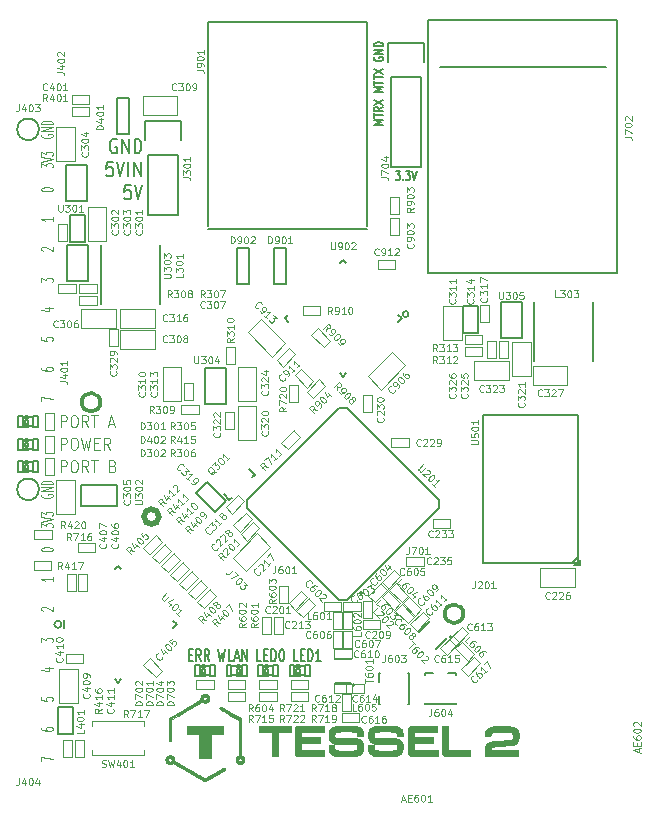
<source format=gbr>
G04 #@! TF.FileFunction,Legend,Top*
%FSLAX46Y46*%
G04 Gerber Fmt 4.6, Leading zero omitted, Abs format (unit mm)*
G04 Created by KiCad (PCBNEW 0.201504281001+5628~23~ubuntu14.04.1-product) date Tue 28 Apr 2015 03:00:40 PM PDT*
%MOMM*%
G01*
G04 APERTURE LIST*
%ADD10C,0.100000*%
%ADD11C,0.150000*%
%ADD12C,0.200000*%
%ADD13C,0.127000*%
%ADD14C,0.001000*%
%ADD15C,0.101600*%
%ADD16C,0.300000*%
%ADD17C,0.500000*%
G04 APERTURE END LIST*
D10*
D11*
X92350334Y-135945571D02*
X92583667Y-135945571D01*
X92683667Y-136469381D02*
X92350334Y-136469381D01*
X92350334Y-135469381D01*
X92683667Y-135469381D01*
X93383667Y-136469381D02*
X93150333Y-135993190D01*
X92983667Y-136469381D02*
X92983667Y-135469381D01*
X93250333Y-135469381D01*
X93317000Y-135517000D01*
X93350333Y-135564619D01*
X93383667Y-135659857D01*
X93383667Y-135802714D01*
X93350333Y-135897952D01*
X93317000Y-135945571D01*
X93250333Y-135993190D01*
X92983667Y-135993190D01*
X94083667Y-136469381D02*
X93850333Y-135993190D01*
X93683667Y-136469381D02*
X93683667Y-135469381D01*
X93950333Y-135469381D01*
X94017000Y-135517000D01*
X94050333Y-135564619D01*
X94083667Y-135659857D01*
X94083667Y-135802714D01*
X94050333Y-135897952D01*
X94017000Y-135945571D01*
X93950333Y-135993190D01*
X93683667Y-135993190D01*
X94850333Y-135469381D02*
X95017000Y-136469381D01*
X95150333Y-135755095D01*
X95283666Y-136469381D01*
X95450333Y-135469381D01*
X96050333Y-136469381D02*
X95717000Y-136469381D01*
X95717000Y-135469381D01*
X96250333Y-136183667D02*
X96583667Y-136183667D01*
X96183667Y-136469381D02*
X96417000Y-135469381D01*
X96650333Y-136469381D01*
X96883667Y-136469381D02*
X96883667Y-135469381D01*
X97283667Y-136469381D01*
X97283667Y-135469381D01*
X98483666Y-136469381D02*
X98150333Y-136469381D01*
X98150333Y-135469381D01*
X98717000Y-135945571D02*
X98950333Y-135945571D01*
X99050333Y-136469381D02*
X98717000Y-136469381D01*
X98717000Y-135469381D01*
X99050333Y-135469381D01*
X99350333Y-136469381D02*
X99350333Y-135469381D01*
X99516999Y-135469381D01*
X99616999Y-135517000D01*
X99683666Y-135612238D01*
X99716999Y-135707476D01*
X99750333Y-135897952D01*
X99750333Y-136040810D01*
X99716999Y-136231286D01*
X99683666Y-136326524D01*
X99616999Y-136421762D01*
X99516999Y-136469381D01*
X99350333Y-136469381D01*
X100183666Y-135469381D02*
X100250333Y-135469381D01*
X100316999Y-135517000D01*
X100350333Y-135564619D01*
X100383666Y-135659857D01*
X100416999Y-135850333D01*
X100416999Y-136088429D01*
X100383666Y-136278905D01*
X100350333Y-136374143D01*
X100316999Y-136421762D01*
X100250333Y-136469381D01*
X100183666Y-136469381D01*
X100116999Y-136421762D01*
X100083666Y-136374143D01*
X100050333Y-136278905D01*
X100016999Y-136088429D01*
X100016999Y-135850333D01*
X100050333Y-135659857D01*
X100083666Y-135564619D01*
X100116999Y-135517000D01*
X100183666Y-135469381D01*
X101583666Y-136469381D02*
X101250333Y-136469381D01*
X101250333Y-135469381D01*
X101817000Y-135945571D02*
X102050333Y-135945571D01*
X102150333Y-136469381D02*
X101817000Y-136469381D01*
X101817000Y-135469381D01*
X102150333Y-135469381D01*
X102450333Y-136469381D02*
X102450333Y-135469381D01*
X102616999Y-135469381D01*
X102716999Y-135517000D01*
X102783666Y-135612238D01*
X102816999Y-135707476D01*
X102850333Y-135897952D01*
X102850333Y-136040810D01*
X102816999Y-136231286D01*
X102783666Y-136326524D01*
X102716999Y-136421762D01*
X102616999Y-136469381D01*
X102450333Y-136469381D01*
X103516999Y-136469381D02*
X103116999Y-136469381D01*
X103316999Y-136469381D02*
X103316999Y-135469381D01*
X103250333Y-135612238D01*
X103183666Y-135707476D01*
X103116999Y-135755095D01*
D12*
X86233286Y-92294000D02*
X86138048Y-92234476D01*
X85995191Y-92234476D01*
X85852333Y-92294000D01*
X85757095Y-92413048D01*
X85709476Y-92532095D01*
X85661857Y-92770190D01*
X85661857Y-92948762D01*
X85709476Y-93186857D01*
X85757095Y-93305905D01*
X85852333Y-93424952D01*
X85995191Y-93484476D01*
X86090429Y-93484476D01*
X86233286Y-93424952D01*
X86280905Y-93365429D01*
X86280905Y-92948762D01*
X86090429Y-92948762D01*
X86709476Y-93484476D02*
X86709476Y-92234476D01*
X87280905Y-93484476D01*
X87280905Y-92234476D01*
X87757095Y-93484476D02*
X87757095Y-92234476D01*
X87995190Y-92234476D01*
X88138048Y-92294000D01*
X88233286Y-92413048D01*
X88280905Y-92532095D01*
X88328524Y-92770190D01*
X88328524Y-92948762D01*
X88280905Y-93186857D01*
X88233286Y-93305905D01*
X88138048Y-93424952D01*
X87995190Y-93484476D01*
X87757095Y-93484476D01*
X85899953Y-94184476D02*
X85423762Y-94184476D01*
X85376143Y-94779714D01*
X85423762Y-94720190D01*
X85519000Y-94660667D01*
X85757096Y-94660667D01*
X85852334Y-94720190D01*
X85899953Y-94779714D01*
X85947572Y-94898762D01*
X85947572Y-95196381D01*
X85899953Y-95315429D01*
X85852334Y-95374952D01*
X85757096Y-95434476D01*
X85519000Y-95434476D01*
X85423762Y-95374952D01*
X85376143Y-95315429D01*
X86233286Y-94184476D02*
X86566619Y-95434476D01*
X86899953Y-94184476D01*
X87233286Y-95434476D02*
X87233286Y-94184476D01*
X87709476Y-95434476D02*
X87709476Y-94184476D01*
X88280905Y-95434476D01*
X88280905Y-94184476D01*
X87423762Y-96134476D02*
X86947571Y-96134476D01*
X86899952Y-96729714D01*
X86947571Y-96670190D01*
X87042809Y-96610667D01*
X87280905Y-96610667D01*
X87376143Y-96670190D01*
X87423762Y-96729714D01*
X87471381Y-96848762D01*
X87471381Y-97146381D01*
X87423762Y-97265429D01*
X87376143Y-97324952D01*
X87280905Y-97384476D01*
X87042809Y-97384476D01*
X86947571Y-97324952D01*
X86899952Y-97265429D01*
X87757095Y-96134476D02*
X88090428Y-97384476D01*
X88423762Y-96134476D01*
D13*
X109858285Y-94938905D02*
X110229714Y-94938905D01*
X110029714Y-95243667D01*
X110115428Y-95243667D01*
X110172571Y-95281762D01*
X110201142Y-95319857D01*
X110229714Y-95396048D01*
X110229714Y-95586524D01*
X110201142Y-95662714D01*
X110172571Y-95700810D01*
X110115428Y-95738905D01*
X109944000Y-95738905D01*
X109886857Y-95700810D01*
X109858285Y-95662714D01*
X110486857Y-95662714D02*
X110515429Y-95700810D01*
X110486857Y-95738905D01*
X110458286Y-95700810D01*
X110486857Y-95662714D01*
X110486857Y-95738905D01*
X110715428Y-94938905D02*
X111086857Y-94938905D01*
X110886857Y-95243667D01*
X110972571Y-95243667D01*
X111029714Y-95281762D01*
X111058285Y-95319857D01*
X111086857Y-95396048D01*
X111086857Y-95586524D01*
X111058285Y-95662714D01*
X111029714Y-95700810D01*
X110972571Y-95738905D01*
X110801143Y-95738905D01*
X110744000Y-95700810D01*
X110715428Y-95662714D01*
X111258286Y-94938905D02*
X111458286Y-95738905D01*
X111658286Y-94938905D01*
X108819905Y-91043143D02*
X108019905Y-91043143D01*
X108591333Y-90843143D01*
X108019905Y-90643143D01*
X108819905Y-90643143D01*
X108019905Y-90443143D02*
X108019905Y-90100286D01*
X108819905Y-90271715D02*
X108019905Y-90271715D01*
X108819905Y-89557429D02*
X108438952Y-89757429D01*
X108819905Y-89900286D02*
X108019905Y-89900286D01*
X108019905Y-89671714D01*
X108058000Y-89614572D01*
X108096095Y-89586000D01*
X108172286Y-89557429D01*
X108286571Y-89557429D01*
X108362762Y-89586000D01*
X108400857Y-89614572D01*
X108438952Y-89671714D01*
X108438952Y-89900286D01*
X108019905Y-89357429D02*
X108819905Y-88957429D01*
X108019905Y-88957429D02*
X108819905Y-89357429D01*
X108819905Y-88271714D02*
X108019905Y-88271714D01*
X108591333Y-88071714D01*
X108019905Y-87871714D01*
X108819905Y-87871714D01*
X108019905Y-87671714D02*
X108019905Y-87328857D01*
X108819905Y-87500286D02*
X108019905Y-87500286D01*
X108019905Y-87214571D02*
X108019905Y-86871714D01*
X108819905Y-87043143D02*
X108019905Y-87043143D01*
X108019905Y-86728857D02*
X108819905Y-86328857D01*
X108019905Y-86328857D02*
X108819905Y-86728857D01*
X108058000Y-85328856D02*
X108019905Y-85385999D01*
X108019905Y-85471713D01*
X108058000Y-85557428D01*
X108134190Y-85614570D01*
X108210381Y-85643142D01*
X108362762Y-85671713D01*
X108477048Y-85671713D01*
X108629429Y-85643142D01*
X108705619Y-85614570D01*
X108781810Y-85557428D01*
X108819905Y-85471713D01*
X108819905Y-85414570D01*
X108781810Y-85328856D01*
X108743714Y-85300285D01*
X108477048Y-85300285D01*
X108477048Y-85414570D01*
X108819905Y-85043142D02*
X108019905Y-85043142D01*
X108819905Y-84700285D01*
X108019905Y-84700285D01*
X108819905Y-84414571D02*
X108019905Y-84414571D01*
X108019905Y-84271714D01*
X108058000Y-84185999D01*
X108134190Y-84128857D01*
X108210381Y-84100285D01*
X108362762Y-84071714D01*
X108477048Y-84071714D01*
X108629429Y-84100285D01*
X108705619Y-84128857D01*
X108781810Y-84185999D01*
X108819905Y-84271714D01*
X108819905Y-84414571D01*
D10*
X81494286Y-120467381D02*
X81494286Y-119467381D01*
X81837143Y-119467381D01*
X81922857Y-119515000D01*
X81965714Y-119562619D01*
X82008571Y-119657857D01*
X82008571Y-119800714D01*
X81965714Y-119895952D01*
X81922857Y-119943571D01*
X81837143Y-119991190D01*
X81494286Y-119991190D01*
X82565714Y-119467381D02*
X82737143Y-119467381D01*
X82822857Y-119515000D01*
X82908571Y-119610238D01*
X82951429Y-119800714D01*
X82951429Y-120134048D01*
X82908571Y-120324524D01*
X82822857Y-120419762D01*
X82737143Y-120467381D01*
X82565714Y-120467381D01*
X82480000Y-120419762D01*
X82394286Y-120324524D01*
X82351429Y-120134048D01*
X82351429Y-119800714D01*
X82394286Y-119610238D01*
X82480000Y-119515000D01*
X82565714Y-119467381D01*
X83851428Y-120467381D02*
X83551428Y-119991190D01*
X83337143Y-120467381D02*
X83337143Y-119467381D01*
X83680000Y-119467381D01*
X83765714Y-119515000D01*
X83808571Y-119562619D01*
X83851428Y-119657857D01*
X83851428Y-119800714D01*
X83808571Y-119895952D01*
X83765714Y-119943571D01*
X83680000Y-119991190D01*
X83337143Y-119991190D01*
X84108571Y-119467381D02*
X84622857Y-119467381D01*
X84365714Y-120467381D02*
X84365714Y-119467381D01*
X85908571Y-119943571D02*
X86037142Y-119991190D01*
X86079999Y-120038810D01*
X86122856Y-120134048D01*
X86122856Y-120276905D01*
X86079999Y-120372143D01*
X86037142Y-120419762D01*
X85951428Y-120467381D01*
X85608571Y-120467381D01*
X85608571Y-119467381D01*
X85908571Y-119467381D01*
X85994285Y-119515000D01*
X86037142Y-119562619D01*
X86079999Y-119657857D01*
X86079999Y-119753095D01*
X86037142Y-119848333D01*
X85994285Y-119895952D01*
X85908571Y-119943571D01*
X85608571Y-119943571D01*
X81494286Y-118562381D02*
X81494286Y-117562381D01*
X81837143Y-117562381D01*
X81922857Y-117610000D01*
X81965714Y-117657619D01*
X82008571Y-117752857D01*
X82008571Y-117895714D01*
X81965714Y-117990952D01*
X81922857Y-118038571D01*
X81837143Y-118086190D01*
X81494286Y-118086190D01*
X82565714Y-117562381D02*
X82737143Y-117562381D01*
X82822857Y-117610000D01*
X82908571Y-117705238D01*
X82951429Y-117895714D01*
X82951429Y-118229048D01*
X82908571Y-118419524D01*
X82822857Y-118514762D01*
X82737143Y-118562381D01*
X82565714Y-118562381D01*
X82480000Y-118514762D01*
X82394286Y-118419524D01*
X82351429Y-118229048D01*
X82351429Y-117895714D01*
X82394286Y-117705238D01*
X82480000Y-117610000D01*
X82565714Y-117562381D01*
X83251428Y-117562381D02*
X83465714Y-118562381D01*
X83637143Y-117848095D01*
X83808571Y-118562381D01*
X84022857Y-117562381D01*
X84365714Y-118038571D02*
X84665714Y-118038571D01*
X84794285Y-118562381D02*
X84365714Y-118562381D01*
X84365714Y-117562381D01*
X84794285Y-117562381D01*
X85694285Y-118562381D02*
X85394285Y-118086190D01*
X85180000Y-118562381D02*
X85180000Y-117562381D01*
X85522857Y-117562381D01*
X85608571Y-117610000D01*
X85651428Y-117657619D01*
X85694285Y-117752857D01*
X85694285Y-117895714D01*
X85651428Y-117990952D01*
X85608571Y-118038571D01*
X85522857Y-118086190D01*
X85180000Y-118086190D01*
X81494286Y-116657381D02*
X81494286Y-115657381D01*
X81837143Y-115657381D01*
X81922857Y-115705000D01*
X81965714Y-115752619D01*
X82008571Y-115847857D01*
X82008571Y-115990714D01*
X81965714Y-116085952D01*
X81922857Y-116133571D01*
X81837143Y-116181190D01*
X81494286Y-116181190D01*
X82565714Y-115657381D02*
X82737143Y-115657381D01*
X82822857Y-115705000D01*
X82908571Y-115800238D01*
X82951429Y-115990714D01*
X82951429Y-116324048D01*
X82908571Y-116514524D01*
X82822857Y-116609762D01*
X82737143Y-116657381D01*
X82565714Y-116657381D01*
X82480000Y-116609762D01*
X82394286Y-116514524D01*
X82351429Y-116324048D01*
X82351429Y-115990714D01*
X82394286Y-115800238D01*
X82480000Y-115705000D01*
X82565714Y-115657381D01*
X83851428Y-116657381D02*
X83551428Y-116181190D01*
X83337143Y-116657381D02*
X83337143Y-115657381D01*
X83680000Y-115657381D01*
X83765714Y-115705000D01*
X83808571Y-115752619D01*
X83851428Y-115847857D01*
X83851428Y-115990714D01*
X83808571Y-116085952D01*
X83765714Y-116133571D01*
X83680000Y-116181190D01*
X83337143Y-116181190D01*
X84108571Y-115657381D02*
X84622857Y-115657381D01*
X84365714Y-116657381D02*
X84365714Y-115657381D01*
X85565714Y-116371667D02*
X85994285Y-116371667D01*
X85479999Y-116657381D02*
X85779999Y-115657381D01*
X86079999Y-116657381D01*
D11*
X82296000Y-100965000D02*
X82296000Y-98679000D01*
X82296000Y-98679000D02*
X83566000Y-98679000D01*
X83566000Y-98679000D02*
X83566000Y-100965000D01*
X83566000Y-100965000D02*
X82296000Y-100965000D01*
D10*
X88466000Y-88608000D02*
X91366000Y-88608000D01*
X88466000Y-90208000D02*
X88466000Y-88608000D01*
X91366000Y-90208000D02*
X88466000Y-90208000D01*
X91366000Y-88608000D02*
X91366000Y-90208000D01*
D14*
G36*
X95455706Y-145584639D02*
X95455068Y-145598904D01*
X95455044Y-145599150D01*
X95450195Y-145622419D01*
X95440742Y-145644539D01*
X95427613Y-145663617D01*
X95419539Y-145671795D01*
X95415844Y-145674229D01*
X95406937Y-145679664D01*
X95393076Y-145687950D01*
X95374516Y-145698941D01*
X95351513Y-145712487D01*
X95324322Y-145728442D01*
X95293200Y-145746657D01*
X95258402Y-145766985D01*
X95220183Y-145789277D01*
X95178801Y-145813385D01*
X95134510Y-145839161D01*
X95087566Y-145866458D01*
X95038226Y-145895127D01*
X94986745Y-145925021D01*
X94933378Y-145955991D01*
X94878382Y-145987890D01*
X94822012Y-146020569D01*
X94764524Y-146053880D01*
X94706174Y-146087676D01*
X94647218Y-146121809D01*
X94587912Y-146156130D01*
X94528510Y-146190492D01*
X94469270Y-146224747D01*
X94410447Y-146258746D01*
X94352296Y-146292342D01*
X94295074Y-146325386D01*
X94239037Y-146357732D01*
X94184439Y-146389230D01*
X94131537Y-146419733D01*
X94080587Y-146449092D01*
X94031844Y-146477161D01*
X93985565Y-146503790D01*
X93942005Y-146528832D01*
X93901419Y-146552140D01*
X93864065Y-146573564D01*
X93830197Y-146592957D01*
X93800071Y-146610171D01*
X93773943Y-146625058D01*
X93752068Y-146637470D01*
X93734704Y-146647259D01*
X93722105Y-146654277D01*
X93714527Y-146658376D01*
X93712232Y-146659456D01*
X93709250Y-146657876D01*
X93700954Y-146653227D01*
X93687532Y-146645616D01*
X93669170Y-146635151D01*
X93646052Y-146621938D01*
X93618366Y-146606085D01*
X93586298Y-146587699D01*
X93550033Y-146566886D01*
X93509758Y-146543753D01*
X93465659Y-146518408D01*
X93417921Y-146490958D01*
X93366732Y-146461510D01*
X93312276Y-146430170D01*
X93254740Y-146397047D01*
X93194311Y-146362246D01*
X93131173Y-146325875D01*
X93065514Y-146288041D01*
X92997519Y-146248851D01*
X92927374Y-146208412D01*
X92855266Y-146166831D01*
X92781380Y-146124215D01*
X92705902Y-146080672D01*
X92629019Y-146036307D01*
X92622687Y-146032653D01*
X92542856Y-145986571D01*
X92463149Y-145940542D01*
X92383815Y-145894710D01*
X92305107Y-145849221D01*
X92227273Y-145804219D01*
X92150566Y-145759852D01*
X92075236Y-145716263D01*
X92001533Y-145673598D01*
X91929709Y-145632004D01*
X91860014Y-145591624D01*
X91792700Y-145552605D01*
X91728016Y-145515092D01*
X91666213Y-145479230D01*
X91607543Y-145445165D01*
X91552255Y-145413042D01*
X91500602Y-145383006D01*
X91452833Y-145355204D01*
X91409199Y-145329780D01*
X91369951Y-145306880D01*
X91335340Y-145286649D01*
X91305617Y-145269232D01*
X91281032Y-145254775D01*
X91271725Y-145249282D01*
X91006612Y-145092571D01*
X90982364Y-145112143D01*
X90943867Y-145139796D01*
X90903660Y-145161741D01*
X90899746Y-145163270D01*
X90899746Y-144825738D01*
X90898244Y-144796992D01*
X90891228Y-144769213D01*
X90879107Y-144743113D01*
X90862289Y-144719402D01*
X90841185Y-144698794D01*
X90816204Y-144681998D01*
X90789125Y-144670178D01*
X90768951Y-144665773D01*
X90744675Y-144664333D01*
X90714548Y-144667261D01*
X90686550Y-144675632D01*
X90661157Y-144688821D01*
X90638844Y-144706208D01*
X90620088Y-144727169D01*
X90605365Y-144751082D01*
X90595150Y-144777325D01*
X90589920Y-144805274D01*
X90590151Y-144834308D01*
X90595139Y-144859878D01*
X90606749Y-144889398D01*
X90623470Y-144915388D01*
X90644843Y-144937364D01*
X90670408Y-144954843D01*
X90696325Y-144966230D01*
X90718922Y-144971581D01*
X90743883Y-144973606D01*
X90768482Y-144972235D01*
X90786167Y-144968615D01*
X90814688Y-144957035D01*
X90840195Y-144940232D01*
X90862048Y-144918875D01*
X90879607Y-144893630D01*
X90892233Y-144865164D01*
X90895323Y-144854739D01*
X90899746Y-144825738D01*
X90899746Y-145163270D01*
X90860509Y-145178600D01*
X90836910Y-145185455D01*
X90813577Y-145190169D01*
X90786207Y-145193517D01*
X90756988Y-145195388D01*
X90728109Y-145195670D01*
X90701758Y-145194251D01*
X90690609Y-145192928D01*
X90644924Y-145183279D01*
X90600211Y-145168067D01*
X90557962Y-145147861D01*
X90534138Y-145133391D01*
X90517358Y-145121042D01*
X90498555Y-145105227D01*
X90479472Y-145087576D01*
X90461852Y-145069717D01*
X90447437Y-145053278D01*
X90444762Y-145049875D01*
X90417939Y-145009708D01*
X90396640Y-144966864D01*
X90380966Y-144921946D01*
X90371017Y-144875552D01*
X90366894Y-144828286D01*
X90368698Y-144780746D01*
X90376530Y-144733534D01*
X90386013Y-144699918D01*
X90404164Y-144655282D01*
X90427634Y-144613690D01*
X90455970Y-144575562D01*
X90488719Y-144541317D01*
X90525428Y-144511375D01*
X90565644Y-144486153D01*
X90608915Y-144466072D01*
X90654187Y-144451699D01*
X90691074Y-144444966D01*
X90730963Y-144441997D01*
X90771750Y-144442780D01*
X90811333Y-144447301D01*
X90837737Y-144452821D01*
X90883136Y-144467552D01*
X90925625Y-144487533D01*
X90964868Y-144512311D01*
X91000531Y-144541432D01*
X91032278Y-144574442D01*
X91059774Y-144610889D01*
X91082683Y-144650318D01*
X91100671Y-144692276D01*
X91113402Y-144736309D01*
X91120540Y-144781963D01*
X91121750Y-144828786D01*
X91121363Y-144836486D01*
X91120322Y-144852308D01*
X91119196Y-144867381D01*
X91118152Y-144879575D01*
X91117616Y-144884775D01*
X91115943Y-144899062D01*
X91345440Y-145034479D01*
X91362167Y-145044316D01*
X91383592Y-145056860D01*
X91409499Y-145071987D01*
X91439672Y-145089571D01*
X91473895Y-145109489D01*
X91511952Y-145131614D01*
X91553628Y-145155824D01*
X91598706Y-145181992D01*
X91646970Y-145209993D01*
X91698205Y-145239704D01*
X91752194Y-145271000D01*
X91808722Y-145303755D01*
X91867572Y-145337845D01*
X91928529Y-145373144D01*
X91991376Y-145409529D01*
X92055899Y-145446875D01*
X92121880Y-145485056D01*
X92189104Y-145523948D01*
X92257355Y-145563426D01*
X92326416Y-145603366D01*
X92396073Y-145643642D01*
X92466109Y-145684129D01*
X92536308Y-145724704D01*
X92606454Y-145765241D01*
X92676331Y-145805616D01*
X92745724Y-145845703D01*
X92814416Y-145885378D01*
X92882191Y-145924516D01*
X92948834Y-145962992D01*
X93014128Y-146000682D01*
X93077858Y-146037460D01*
X93139807Y-146073203D01*
X93199760Y-146107784D01*
X93257501Y-146141081D01*
X93312813Y-146172966D01*
X93365481Y-146203317D01*
X93415289Y-146232007D01*
X93462021Y-146258913D01*
X93505461Y-146283910D01*
X93545393Y-146306872D01*
X93581601Y-146327675D01*
X93613869Y-146346194D01*
X93641981Y-146362304D01*
X93665721Y-146375882D01*
X93684874Y-146386800D01*
X93699223Y-146394936D01*
X93708552Y-146400165D01*
X93712646Y-146402360D01*
X93712818Y-146402425D01*
X93715747Y-146400857D01*
X93723956Y-146396238D01*
X93737227Y-146388693D01*
X93755340Y-146378348D01*
X93778077Y-146365329D01*
X93805220Y-146349762D01*
X93836550Y-146331772D01*
X93871849Y-146311484D01*
X93910898Y-146289026D01*
X93953479Y-146264522D01*
X93999374Y-146238098D01*
X94048364Y-146209880D01*
X94100231Y-146179993D01*
X94154755Y-146148564D01*
X94211720Y-146115718D01*
X94270905Y-146081581D01*
X94332094Y-146046278D01*
X94395066Y-146009936D01*
X94459605Y-145972680D01*
X94502545Y-145947886D01*
X94568151Y-145910012D01*
X94632418Y-145872932D01*
X94695122Y-145836774D01*
X94756041Y-145801665D01*
X94814951Y-145767735D01*
X94871629Y-145735110D01*
X94925851Y-145703920D01*
X94977394Y-145674293D01*
X95026035Y-145646356D01*
X95071550Y-145620237D01*
X95113717Y-145596065D01*
X95152311Y-145573968D01*
X95187109Y-145554074D01*
X95217889Y-145536511D01*
X95244427Y-145521408D01*
X95266499Y-145508891D01*
X95283882Y-145499090D01*
X95296353Y-145492132D01*
X95303689Y-145488146D01*
X95305558Y-145487224D01*
X95323856Y-145482554D01*
X95345509Y-145480840D01*
X95359555Y-145481102D01*
X95370302Y-145482683D01*
X95380767Y-145486236D01*
X95389963Y-145490449D01*
X95411813Y-145503165D01*
X95428480Y-145518099D01*
X95441055Y-145536471D01*
X95450084Y-145557875D01*
X95454193Y-145572195D01*
X95455706Y-145584639D01*
X95455706Y-145584639D01*
X95455706Y-145584639D01*
G37*
X95455706Y-145584639D02*
X95455068Y-145598904D01*
X95455044Y-145599150D01*
X95450195Y-145622419D01*
X95440742Y-145644539D01*
X95427613Y-145663617D01*
X95419539Y-145671795D01*
X95415844Y-145674229D01*
X95406937Y-145679664D01*
X95393076Y-145687950D01*
X95374516Y-145698941D01*
X95351513Y-145712487D01*
X95324322Y-145728442D01*
X95293200Y-145746657D01*
X95258402Y-145766985D01*
X95220183Y-145789277D01*
X95178801Y-145813385D01*
X95134510Y-145839161D01*
X95087566Y-145866458D01*
X95038226Y-145895127D01*
X94986745Y-145925021D01*
X94933378Y-145955991D01*
X94878382Y-145987890D01*
X94822012Y-146020569D01*
X94764524Y-146053880D01*
X94706174Y-146087676D01*
X94647218Y-146121809D01*
X94587912Y-146156130D01*
X94528510Y-146190492D01*
X94469270Y-146224747D01*
X94410447Y-146258746D01*
X94352296Y-146292342D01*
X94295074Y-146325386D01*
X94239037Y-146357732D01*
X94184439Y-146389230D01*
X94131537Y-146419733D01*
X94080587Y-146449092D01*
X94031844Y-146477161D01*
X93985565Y-146503790D01*
X93942005Y-146528832D01*
X93901419Y-146552140D01*
X93864065Y-146573564D01*
X93830197Y-146592957D01*
X93800071Y-146610171D01*
X93773943Y-146625058D01*
X93752068Y-146637470D01*
X93734704Y-146647259D01*
X93722105Y-146654277D01*
X93714527Y-146658376D01*
X93712232Y-146659456D01*
X93709250Y-146657876D01*
X93700954Y-146653227D01*
X93687532Y-146645616D01*
X93669170Y-146635151D01*
X93646052Y-146621938D01*
X93618366Y-146606085D01*
X93586298Y-146587699D01*
X93550033Y-146566886D01*
X93509758Y-146543753D01*
X93465659Y-146518408D01*
X93417921Y-146490958D01*
X93366732Y-146461510D01*
X93312276Y-146430170D01*
X93254740Y-146397047D01*
X93194311Y-146362246D01*
X93131173Y-146325875D01*
X93065514Y-146288041D01*
X92997519Y-146248851D01*
X92927374Y-146208412D01*
X92855266Y-146166831D01*
X92781380Y-146124215D01*
X92705902Y-146080672D01*
X92629019Y-146036307D01*
X92622687Y-146032653D01*
X92542856Y-145986571D01*
X92463149Y-145940542D01*
X92383815Y-145894710D01*
X92305107Y-145849221D01*
X92227273Y-145804219D01*
X92150566Y-145759852D01*
X92075236Y-145716263D01*
X92001533Y-145673598D01*
X91929709Y-145632004D01*
X91860014Y-145591624D01*
X91792700Y-145552605D01*
X91728016Y-145515092D01*
X91666213Y-145479230D01*
X91607543Y-145445165D01*
X91552255Y-145413042D01*
X91500602Y-145383006D01*
X91452833Y-145355204D01*
X91409199Y-145329780D01*
X91369951Y-145306880D01*
X91335340Y-145286649D01*
X91305617Y-145269232D01*
X91281032Y-145254775D01*
X91271725Y-145249282D01*
X91006612Y-145092571D01*
X90982364Y-145112143D01*
X90943867Y-145139796D01*
X90903660Y-145161741D01*
X90899746Y-145163270D01*
X90899746Y-144825738D01*
X90898244Y-144796992D01*
X90891228Y-144769213D01*
X90879107Y-144743113D01*
X90862289Y-144719402D01*
X90841185Y-144698794D01*
X90816204Y-144681998D01*
X90789125Y-144670178D01*
X90768951Y-144665773D01*
X90744675Y-144664333D01*
X90714548Y-144667261D01*
X90686550Y-144675632D01*
X90661157Y-144688821D01*
X90638844Y-144706208D01*
X90620088Y-144727169D01*
X90605365Y-144751082D01*
X90595150Y-144777325D01*
X90589920Y-144805274D01*
X90590151Y-144834308D01*
X90595139Y-144859878D01*
X90606749Y-144889398D01*
X90623470Y-144915388D01*
X90644843Y-144937364D01*
X90670408Y-144954843D01*
X90696325Y-144966230D01*
X90718922Y-144971581D01*
X90743883Y-144973606D01*
X90768482Y-144972235D01*
X90786167Y-144968615D01*
X90814688Y-144957035D01*
X90840195Y-144940232D01*
X90862048Y-144918875D01*
X90879607Y-144893630D01*
X90892233Y-144865164D01*
X90895323Y-144854739D01*
X90899746Y-144825738D01*
X90899746Y-145163270D01*
X90860509Y-145178600D01*
X90836910Y-145185455D01*
X90813577Y-145190169D01*
X90786207Y-145193517D01*
X90756988Y-145195388D01*
X90728109Y-145195670D01*
X90701758Y-145194251D01*
X90690609Y-145192928D01*
X90644924Y-145183279D01*
X90600211Y-145168067D01*
X90557962Y-145147861D01*
X90534138Y-145133391D01*
X90517358Y-145121042D01*
X90498555Y-145105227D01*
X90479472Y-145087576D01*
X90461852Y-145069717D01*
X90447437Y-145053278D01*
X90444762Y-145049875D01*
X90417939Y-145009708D01*
X90396640Y-144966864D01*
X90380966Y-144921946D01*
X90371017Y-144875552D01*
X90366894Y-144828286D01*
X90368698Y-144780746D01*
X90376530Y-144733534D01*
X90386013Y-144699918D01*
X90404164Y-144655282D01*
X90427634Y-144613690D01*
X90455970Y-144575562D01*
X90488719Y-144541317D01*
X90525428Y-144511375D01*
X90565644Y-144486153D01*
X90608915Y-144466072D01*
X90654187Y-144451699D01*
X90691074Y-144444966D01*
X90730963Y-144441997D01*
X90771750Y-144442780D01*
X90811333Y-144447301D01*
X90837737Y-144452821D01*
X90883136Y-144467552D01*
X90925625Y-144487533D01*
X90964868Y-144512311D01*
X91000531Y-144541432D01*
X91032278Y-144574442D01*
X91059774Y-144610889D01*
X91082683Y-144650318D01*
X91100671Y-144692276D01*
X91113402Y-144736309D01*
X91120540Y-144781963D01*
X91121750Y-144828786D01*
X91121363Y-144836486D01*
X91120322Y-144852308D01*
X91119196Y-144867381D01*
X91118152Y-144879575D01*
X91117616Y-144884775D01*
X91115943Y-144899062D01*
X91345440Y-145034479D01*
X91362167Y-145044316D01*
X91383592Y-145056860D01*
X91409499Y-145071987D01*
X91439672Y-145089571D01*
X91473895Y-145109489D01*
X91511952Y-145131614D01*
X91553628Y-145155824D01*
X91598706Y-145181992D01*
X91646970Y-145209993D01*
X91698205Y-145239704D01*
X91752194Y-145271000D01*
X91808722Y-145303755D01*
X91867572Y-145337845D01*
X91928529Y-145373144D01*
X91991376Y-145409529D01*
X92055899Y-145446875D01*
X92121880Y-145485056D01*
X92189104Y-145523948D01*
X92257355Y-145563426D01*
X92326416Y-145603366D01*
X92396073Y-145643642D01*
X92466109Y-145684129D01*
X92536308Y-145724704D01*
X92606454Y-145765241D01*
X92676331Y-145805616D01*
X92745724Y-145845703D01*
X92814416Y-145885378D01*
X92882191Y-145924516D01*
X92948834Y-145962992D01*
X93014128Y-146000682D01*
X93077858Y-146037460D01*
X93139807Y-146073203D01*
X93199760Y-146107784D01*
X93257501Y-146141081D01*
X93312813Y-146172966D01*
X93365481Y-146203317D01*
X93415289Y-146232007D01*
X93462021Y-146258913D01*
X93505461Y-146283910D01*
X93545393Y-146306872D01*
X93581601Y-146327675D01*
X93613869Y-146346194D01*
X93641981Y-146362304D01*
X93665721Y-146375882D01*
X93684874Y-146386800D01*
X93699223Y-146394936D01*
X93708552Y-146400165D01*
X93712646Y-146402360D01*
X93712818Y-146402425D01*
X93715747Y-146400857D01*
X93723956Y-146396238D01*
X93737227Y-146388693D01*
X93755340Y-146378348D01*
X93778077Y-146365329D01*
X93805220Y-146349762D01*
X93836550Y-146331772D01*
X93871849Y-146311484D01*
X93910898Y-146289026D01*
X93953479Y-146264522D01*
X93999374Y-146238098D01*
X94048364Y-146209880D01*
X94100231Y-146179993D01*
X94154755Y-146148564D01*
X94211720Y-146115718D01*
X94270905Y-146081581D01*
X94332094Y-146046278D01*
X94395066Y-146009936D01*
X94459605Y-145972680D01*
X94502545Y-145947886D01*
X94568151Y-145910012D01*
X94632418Y-145872932D01*
X94695122Y-145836774D01*
X94756041Y-145801665D01*
X94814951Y-145767735D01*
X94871629Y-145735110D01*
X94925851Y-145703920D01*
X94977394Y-145674293D01*
X95026035Y-145646356D01*
X95071550Y-145620237D01*
X95113717Y-145596065D01*
X95152311Y-145573968D01*
X95187109Y-145554074D01*
X95217889Y-145536511D01*
X95244427Y-145521408D01*
X95266499Y-145508891D01*
X95283882Y-145499090D01*
X95296353Y-145492132D01*
X95303689Y-145488146D01*
X95305558Y-145487224D01*
X95323856Y-145482554D01*
X95345509Y-145480840D01*
X95359555Y-145481102D01*
X95370302Y-145482683D01*
X95380767Y-145486236D01*
X95389963Y-145490449D01*
X95411813Y-145503165D01*
X95428480Y-145518099D01*
X95441055Y-145536471D01*
X95450084Y-145557875D01*
X95454193Y-145572195D01*
X95455706Y-145584639D01*
X95455706Y-145584639D01*
G36*
X97064159Y-144819687D02*
X97061088Y-144869218D01*
X97052034Y-144916756D01*
X97037095Y-144962064D01*
X97016371Y-145004904D01*
X96989958Y-145045039D01*
X96957956Y-145082232D01*
X96953852Y-145086379D01*
X96916872Y-145118895D01*
X96876770Y-145145985D01*
X96841473Y-145163668D01*
X96841473Y-144832000D01*
X96841135Y-144802607D01*
X96840739Y-144799479D01*
X96833523Y-144769472D01*
X96820855Y-144741999D01*
X96803332Y-144717668D01*
X96781554Y-144697085D01*
X96756119Y-144680860D01*
X96727624Y-144669598D01*
X96708653Y-144665370D01*
X96680009Y-144663872D01*
X96651779Y-144668170D01*
X96624761Y-144677719D01*
X96599750Y-144691975D01*
X96577541Y-144710396D01*
X96558932Y-144732438D01*
X96544717Y-144757556D01*
X96536145Y-144783175D01*
X96532886Y-144807501D01*
X96533442Y-144833473D01*
X96537544Y-144859057D01*
X96544924Y-144882219D01*
X96550809Y-144894099D01*
X96568255Y-144917873D01*
X96590419Y-144938504D01*
X96616108Y-144955165D01*
X96644127Y-144967028D01*
X96662875Y-144971747D01*
X96676037Y-144972846D01*
X96692877Y-144972423D01*
X96710972Y-144970701D01*
X96727893Y-144967906D01*
X96740429Y-144964549D01*
X96766965Y-144951910D01*
X96790310Y-144934360D01*
X96809948Y-144912747D01*
X96825364Y-144887918D01*
X96836044Y-144860720D01*
X96841473Y-144832000D01*
X96841473Y-145163668D01*
X96833864Y-145167480D01*
X96788472Y-145183216D01*
X96753534Y-145191043D01*
X96733969Y-145193514D01*
X96710556Y-145195008D01*
X96685337Y-145195521D01*
X96660357Y-145195051D01*
X96637657Y-145193593D01*
X96620012Y-145191280D01*
X96584005Y-145182905D01*
X96549656Y-145170985D01*
X96521400Y-145158231D01*
X96478020Y-145133469D01*
X96439107Y-145104262D01*
X96404844Y-145070850D01*
X96375412Y-145033474D01*
X96350993Y-144992373D01*
X96331770Y-144947787D01*
X96317922Y-144899958D01*
X96314908Y-144885353D01*
X96311882Y-144861808D01*
X96310603Y-144834210D01*
X96310991Y-144804589D01*
X96312970Y-144774974D01*
X96316461Y-144747394D01*
X96321064Y-144725091D01*
X96336160Y-144679391D01*
X96356622Y-144636361D01*
X96382030Y-144596476D01*
X96411961Y-144560211D01*
X96445993Y-144528041D01*
X96483706Y-144500441D01*
X96524677Y-144477886D01*
X96550070Y-144467188D01*
X96569212Y-144459995D01*
X96571414Y-144358853D01*
X96571568Y-144348820D01*
X96571728Y-144332660D01*
X96571894Y-144310594D01*
X96572065Y-144282845D01*
X96572240Y-144249636D01*
X96572420Y-144211188D01*
X96572602Y-144167725D01*
X96572788Y-144119468D01*
X96572976Y-144066640D01*
X96573164Y-144009464D01*
X96573354Y-143948161D01*
X96573544Y-143882955D01*
X96573734Y-143814067D01*
X96573922Y-143741719D01*
X96574109Y-143666135D01*
X96574293Y-143587536D01*
X96574475Y-143506146D01*
X96574653Y-143422185D01*
X96574826Y-143335877D01*
X96574995Y-143247444D01*
X96575159Y-143157109D01*
X96575316Y-143065093D01*
X96575467Y-142971620D01*
X96575610Y-142876911D01*
X96575638Y-142857537D01*
X96577660Y-141457362D01*
X95795561Y-141005828D01*
X95730138Y-140968054D01*
X95666051Y-140931044D01*
X95603522Y-140894929D01*
X95542777Y-140859838D01*
X95484041Y-140825901D01*
X95427537Y-140793248D01*
X95373491Y-140762010D01*
X95322127Y-140732315D01*
X95273670Y-140704293D01*
X95228344Y-140678076D01*
X95186374Y-140653792D01*
X95147984Y-140631571D01*
X95113399Y-140611544D01*
X95082843Y-140593840D01*
X95056541Y-140578589D01*
X95034718Y-140565921D01*
X95017598Y-140555967D01*
X95005406Y-140548855D01*
X94998366Y-140544716D01*
X94996775Y-140543755D01*
X94979636Y-140529887D01*
X94964489Y-140511937D01*
X94953079Y-140492135D01*
X94949844Y-140483870D01*
X94946295Y-140466322D01*
X94945665Y-140445919D01*
X94947818Y-140425370D01*
X94952617Y-140407388D01*
X94953828Y-140404461D01*
X94966846Y-140382767D01*
X94984605Y-140364545D01*
X95006042Y-140350691D01*
X95026830Y-140342896D01*
X95047195Y-140339010D01*
X95065340Y-140339103D01*
X95084082Y-140343285D01*
X95090380Y-140345402D01*
X95094698Y-140347544D01*
X95104298Y-140352740D01*
X95118961Y-140360867D01*
X95138473Y-140371800D01*
X95162615Y-140385416D01*
X95191173Y-140401591D01*
X95223929Y-140420201D01*
X95260666Y-140441123D01*
X95301169Y-140464231D01*
X95345221Y-140489404D01*
X95392605Y-140516516D01*
X95443104Y-140545444D01*
X95496503Y-140576064D01*
X95552584Y-140608253D01*
X95611132Y-140641886D01*
X95671928Y-140676839D01*
X95734759Y-140712989D01*
X95799405Y-140750212D01*
X95865652Y-140788384D01*
X95933282Y-140827382D01*
X95954850Y-140839825D01*
X96799552Y-141327187D01*
X96797673Y-142789275D01*
X96797548Y-142886267D01*
X96797422Y-142982062D01*
X96797296Y-143076441D01*
X96797170Y-143169189D01*
X96797045Y-143260088D01*
X96796921Y-143348922D01*
X96796798Y-143435472D01*
X96796677Y-143519522D01*
X96796558Y-143600855D01*
X96796442Y-143679254D01*
X96796328Y-143754501D01*
X96796217Y-143826381D01*
X96796109Y-143894675D01*
X96796005Y-143959167D01*
X96795905Y-144019640D01*
X96795810Y-144075876D01*
X96795719Y-144127659D01*
X96795634Y-144174772D01*
X96795554Y-144216996D01*
X96795479Y-144254117D01*
X96795411Y-144285916D01*
X96795349Y-144312176D01*
X96795294Y-144332680D01*
X96795246Y-144347212D01*
X96795216Y-144353980D01*
X96794637Y-144456598D01*
X96821625Y-144466755D01*
X96865609Y-144486632D01*
X96906277Y-144511734D01*
X96943239Y-144541650D01*
X96976100Y-144575966D01*
X97004469Y-144614271D01*
X97027953Y-144656152D01*
X97046160Y-144701198D01*
X97046870Y-144703357D01*
X97054909Y-144731227D01*
X97060235Y-144757962D01*
X97063201Y-144785937D01*
X97064158Y-144817525D01*
X97064159Y-144819687D01*
X97064159Y-144819687D01*
X97064159Y-144819687D01*
G37*
X97064159Y-144819687D02*
X97061088Y-144869218D01*
X97052034Y-144916756D01*
X97037095Y-144962064D01*
X97016371Y-145004904D01*
X96989958Y-145045039D01*
X96957956Y-145082232D01*
X96953852Y-145086379D01*
X96916872Y-145118895D01*
X96876770Y-145145985D01*
X96841473Y-145163668D01*
X96841473Y-144832000D01*
X96841135Y-144802607D01*
X96840739Y-144799479D01*
X96833523Y-144769472D01*
X96820855Y-144741999D01*
X96803332Y-144717668D01*
X96781554Y-144697085D01*
X96756119Y-144680860D01*
X96727624Y-144669598D01*
X96708653Y-144665370D01*
X96680009Y-144663872D01*
X96651779Y-144668170D01*
X96624761Y-144677719D01*
X96599750Y-144691975D01*
X96577541Y-144710396D01*
X96558932Y-144732438D01*
X96544717Y-144757556D01*
X96536145Y-144783175D01*
X96532886Y-144807501D01*
X96533442Y-144833473D01*
X96537544Y-144859057D01*
X96544924Y-144882219D01*
X96550809Y-144894099D01*
X96568255Y-144917873D01*
X96590419Y-144938504D01*
X96616108Y-144955165D01*
X96644127Y-144967028D01*
X96662875Y-144971747D01*
X96676037Y-144972846D01*
X96692877Y-144972423D01*
X96710972Y-144970701D01*
X96727893Y-144967906D01*
X96740429Y-144964549D01*
X96766965Y-144951910D01*
X96790310Y-144934360D01*
X96809948Y-144912747D01*
X96825364Y-144887918D01*
X96836044Y-144860720D01*
X96841473Y-144832000D01*
X96841473Y-145163668D01*
X96833864Y-145167480D01*
X96788472Y-145183216D01*
X96753534Y-145191043D01*
X96733969Y-145193514D01*
X96710556Y-145195008D01*
X96685337Y-145195521D01*
X96660357Y-145195051D01*
X96637657Y-145193593D01*
X96620012Y-145191280D01*
X96584005Y-145182905D01*
X96549656Y-145170985D01*
X96521400Y-145158231D01*
X96478020Y-145133469D01*
X96439107Y-145104262D01*
X96404844Y-145070850D01*
X96375412Y-145033474D01*
X96350993Y-144992373D01*
X96331770Y-144947787D01*
X96317922Y-144899958D01*
X96314908Y-144885353D01*
X96311882Y-144861808D01*
X96310603Y-144834210D01*
X96310991Y-144804589D01*
X96312970Y-144774974D01*
X96316461Y-144747394D01*
X96321064Y-144725091D01*
X96336160Y-144679391D01*
X96356622Y-144636361D01*
X96382030Y-144596476D01*
X96411961Y-144560211D01*
X96445993Y-144528041D01*
X96483706Y-144500441D01*
X96524677Y-144477886D01*
X96550070Y-144467188D01*
X96569212Y-144459995D01*
X96571414Y-144358853D01*
X96571568Y-144348820D01*
X96571728Y-144332660D01*
X96571894Y-144310594D01*
X96572065Y-144282845D01*
X96572240Y-144249636D01*
X96572420Y-144211188D01*
X96572602Y-144167725D01*
X96572788Y-144119468D01*
X96572976Y-144066640D01*
X96573164Y-144009464D01*
X96573354Y-143948161D01*
X96573544Y-143882955D01*
X96573734Y-143814067D01*
X96573922Y-143741719D01*
X96574109Y-143666135D01*
X96574293Y-143587536D01*
X96574475Y-143506146D01*
X96574653Y-143422185D01*
X96574826Y-143335877D01*
X96574995Y-143247444D01*
X96575159Y-143157109D01*
X96575316Y-143065093D01*
X96575467Y-142971620D01*
X96575610Y-142876911D01*
X96575638Y-142857537D01*
X96577660Y-141457362D01*
X95795561Y-141005828D01*
X95730138Y-140968054D01*
X95666051Y-140931044D01*
X95603522Y-140894929D01*
X95542777Y-140859838D01*
X95484041Y-140825901D01*
X95427537Y-140793248D01*
X95373491Y-140762010D01*
X95322127Y-140732315D01*
X95273670Y-140704293D01*
X95228344Y-140678076D01*
X95186374Y-140653792D01*
X95147984Y-140631571D01*
X95113399Y-140611544D01*
X95082843Y-140593840D01*
X95056541Y-140578589D01*
X95034718Y-140565921D01*
X95017598Y-140555967D01*
X95005406Y-140548855D01*
X94998366Y-140544716D01*
X94996775Y-140543755D01*
X94979636Y-140529887D01*
X94964489Y-140511937D01*
X94953079Y-140492135D01*
X94949844Y-140483870D01*
X94946295Y-140466322D01*
X94945665Y-140445919D01*
X94947818Y-140425370D01*
X94952617Y-140407388D01*
X94953828Y-140404461D01*
X94966846Y-140382767D01*
X94984605Y-140364545D01*
X95006042Y-140350691D01*
X95026830Y-140342896D01*
X95047195Y-140339010D01*
X95065340Y-140339103D01*
X95084082Y-140343285D01*
X95090380Y-140345402D01*
X95094698Y-140347544D01*
X95104298Y-140352740D01*
X95118961Y-140360867D01*
X95138473Y-140371800D01*
X95162615Y-140385416D01*
X95191173Y-140401591D01*
X95223929Y-140420201D01*
X95260666Y-140441123D01*
X95301169Y-140464231D01*
X95345221Y-140489404D01*
X95392605Y-140516516D01*
X95443104Y-140545444D01*
X95496503Y-140576064D01*
X95552584Y-140608253D01*
X95611132Y-140641886D01*
X95671928Y-140676839D01*
X95734759Y-140712989D01*
X95799405Y-140750212D01*
X95865652Y-140788384D01*
X95933282Y-140827382D01*
X95954850Y-140839825D01*
X96799552Y-141327187D01*
X96797673Y-142789275D01*
X96797548Y-142886267D01*
X96797422Y-142982062D01*
X96797296Y-143076441D01*
X96797170Y-143169189D01*
X96797045Y-143260088D01*
X96796921Y-143348922D01*
X96796798Y-143435472D01*
X96796677Y-143519522D01*
X96796558Y-143600855D01*
X96796442Y-143679254D01*
X96796328Y-143754501D01*
X96796217Y-143826381D01*
X96796109Y-143894675D01*
X96796005Y-143959167D01*
X96795905Y-144019640D01*
X96795810Y-144075876D01*
X96795719Y-144127659D01*
X96795634Y-144174772D01*
X96795554Y-144216996D01*
X96795479Y-144254117D01*
X96795411Y-144285916D01*
X96795349Y-144312176D01*
X96795294Y-144332680D01*
X96795246Y-144347212D01*
X96795216Y-144353980D01*
X96794637Y-144456598D01*
X96821625Y-144466755D01*
X96865609Y-144486632D01*
X96906277Y-144511734D01*
X96943239Y-144541650D01*
X96976100Y-144575966D01*
X97004469Y-144614271D01*
X97027953Y-144656152D01*
X97046160Y-144701198D01*
X97046870Y-144703357D01*
X97054909Y-144731227D01*
X97060235Y-144757962D01*
X97063201Y-144785937D01*
X97064158Y-144817525D01*
X97064159Y-144819687D01*
X97064159Y-144819687D01*
G36*
X93643450Y-144637125D02*
X93410087Y-144637125D01*
X93176725Y-144637125D01*
X93176725Y-143656050D01*
X93176725Y-142674975D01*
X92686187Y-142674975D01*
X92195650Y-142674975D01*
X92195650Y-142327312D01*
X92195650Y-141979650D01*
X92919550Y-141979650D01*
X93643450Y-141979650D01*
X93643450Y-143308387D01*
X93643450Y-144637125D01*
X93643450Y-144637125D01*
X93643450Y-144637125D01*
G37*
X93643450Y-144637125D02*
X93410087Y-144637125D01*
X93176725Y-144637125D01*
X93176725Y-143656050D01*
X93176725Y-142674975D01*
X92686187Y-142674975D01*
X92195650Y-142674975D01*
X92195650Y-142327312D01*
X92195650Y-141979650D01*
X92919550Y-141979650D01*
X93643450Y-141979650D01*
X93643450Y-143308387D01*
X93643450Y-144637125D01*
X93643450Y-144637125D01*
G36*
X95230950Y-142674975D02*
X94732475Y-142674975D01*
X94234000Y-142674975D01*
X94234000Y-143656050D01*
X94234000Y-144637125D01*
X93999050Y-144637125D01*
X93764100Y-144637125D01*
X93764100Y-143308387D01*
X93764100Y-141979650D01*
X94497525Y-141979650D01*
X95230950Y-141979650D01*
X95230950Y-142327312D01*
X95230950Y-142674975D01*
X95230950Y-142674975D01*
X95230950Y-142674975D01*
G37*
X95230950Y-142674975D02*
X94732475Y-142674975D01*
X94234000Y-142674975D01*
X94234000Y-143656050D01*
X94234000Y-144637125D01*
X93999050Y-144637125D01*
X93764100Y-144637125D01*
X93764100Y-143308387D01*
X93764100Y-141979650D01*
X94497525Y-141979650D01*
X95230950Y-141979650D01*
X95230950Y-142327312D01*
X95230950Y-142674975D01*
X95230950Y-142674975D01*
G36*
X107108479Y-143711452D02*
X107108384Y-143743628D01*
X107108109Y-143775038D01*
X107107653Y-143804665D01*
X107107018Y-143831493D01*
X107106201Y-143854506D01*
X107105407Y-143869642D01*
X107099471Y-143937749D01*
X107090621Y-144000494D01*
X107078725Y-144058224D01*
X107063652Y-144111284D01*
X107045270Y-144160020D01*
X107023448Y-144204780D01*
X106998054Y-144245908D01*
X106968957Y-144283752D01*
X106936025Y-144318656D01*
X106933974Y-144320617D01*
X106896927Y-144352413D01*
X106856070Y-144380789D01*
X106810419Y-144406409D01*
X106796455Y-144413269D01*
X106757960Y-144430346D01*
X106717107Y-144445876D01*
X106673546Y-144459916D01*
X106626929Y-144472522D01*
X106576905Y-144483751D01*
X106523126Y-144493659D01*
X106465240Y-144502304D01*
X106402900Y-144509742D01*
X106335756Y-144516029D01*
X106263457Y-144521222D01*
X106185655Y-144525378D01*
X106102000Y-144528554D01*
X106081512Y-144529163D01*
X106060773Y-144529637D01*
X106034267Y-144530063D01*
X106002580Y-144530441D01*
X105966294Y-144530771D01*
X105925994Y-144531053D01*
X105882263Y-144531287D01*
X105835686Y-144531473D01*
X105786846Y-144531613D01*
X105736327Y-144531705D01*
X105684712Y-144531750D01*
X105632587Y-144531749D01*
X105580534Y-144531701D01*
X105529138Y-144531606D01*
X105478982Y-144531466D01*
X105430650Y-144531279D01*
X105384726Y-144531046D01*
X105341794Y-144530768D01*
X105302438Y-144530444D01*
X105267242Y-144530075D01*
X105236789Y-144529660D01*
X105211663Y-144529201D01*
X105198862Y-144528889D01*
X105110725Y-144525703D01*
X105028499Y-144521157D01*
X104951884Y-144515209D01*
X104880579Y-144507815D01*
X104814284Y-144498931D01*
X104752696Y-144488515D01*
X104695517Y-144476522D01*
X104642444Y-144462910D01*
X104593178Y-144447634D01*
X104563571Y-144436989D01*
X104508763Y-144413554D01*
X104458651Y-144386641D01*
X104413135Y-144356094D01*
X104372114Y-144321756D01*
X104335490Y-144283473D01*
X104303161Y-144241089D01*
X104275028Y-144194446D01*
X104250991Y-144143391D01*
X104230949Y-144087767D01*
X104214803Y-144027418D01*
X104202453Y-143962188D01*
X104193798Y-143891922D01*
X104190944Y-143856616D01*
X104190177Y-143842024D01*
X104189473Y-143822173D01*
X104188852Y-143798150D01*
X104188336Y-143771046D01*
X104187946Y-143741951D01*
X104187702Y-143711954D01*
X104187625Y-143684372D01*
X104187625Y-143560800D01*
X104425750Y-143560800D01*
X104663875Y-143560800D01*
X104664022Y-143636206D01*
X104664338Y-143683772D01*
X104665082Y-143727273D01*
X104666238Y-143766363D01*
X104667786Y-143800696D01*
X104669711Y-143829925D01*
X104671993Y-143853704D01*
X104674617Y-143871687D01*
X104676280Y-143879296D01*
X104686273Y-143908994D01*
X104699780Y-143933939D01*
X104717466Y-143954927D01*
X104739997Y-143972756D01*
X104766650Y-143987567D01*
X104789907Y-143997524D01*
X104815765Y-144006416D01*
X104844631Y-144014303D01*
X104876917Y-144021244D01*
X104913031Y-144027299D01*
X104953384Y-144032528D01*
X104998385Y-144036991D01*
X105048444Y-144040746D01*
X105103971Y-144043855D01*
X105165376Y-144046376D01*
X105171875Y-144046599D01*
X105190046Y-144047085D01*
X105214029Y-144047529D01*
X105243286Y-144047928D01*
X105277278Y-144048285D01*
X105315467Y-144048598D01*
X105357315Y-144048867D01*
X105402283Y-144049094D01*
X105449833Y-144049276D01*
X105499428Y-144049416D01*
X105550528Y-144049512D01*
X105602596Y-144049564D01*
X105655093Y-144049574D01*
X105707482Y-144049539D01*
X105759224Y-144049462D01*
X105809780Y-144049341D01*
X105858613Y-144049177D01*
X105905184Y-144048969D01*
X105948955Y-144048718D01*
X105989389Y-144048424D01*
X106025945Y-144048086D01*
X106058088Y-144047705D01*
X106085277Y-144047281D01*
X106106975Y-144046813D01*
X106114850Y-144046587D01*
X106183457Y-144043950D01*
X106245997Y-144040564D01*
X106302712Y-144036369D01*
X106353848Y-144031305D01*
X106399647Y-144025312D01*
X106440355Y-144018330D01*
X106476216Y-144010298D01*
X106507473Y-144001158D01*
X106534372Y-143990848D01*
X106557155Y-143979308D01*
X106576068Y-143966479D01*
X106591355Y-143952301D01*
X106603259Y-143936713D01*
X106609739Y-143924871D01*
X106613836Y-143915946D01*
X106617255Y-143907728D01*
X106620056Y-143899554D01*
X106622301Y-143890763D01*
X106624051Y-143880692D01*
X106625368Y-143868679D01*
X106626313Y-143854064D01*
X106626948Y-143836183D01*
X106627334Y-143814374D01*
X106627532Y-143787977D01*
X106627604Y-143756328D01*
X106627612Y-143732250D01*
X106627592Y-143696312D01*
X106627478Y-143666121D01*
X106627188Y-143641075D01*
X106626642Y-143620572D01*
X106625757Y-143604008D01*
X106624453Y-143590782D01*
X106622648Y-143580290D01*
X106620260Y-143571930D01*
X106617209Y-143565099D01*
X106613412Y-143559195D01*
X106608789Y-143553616D01*
X106603258Y-143547758D01*
X106602605Y-143547086D01*
X106589979Y-143536133D01*
X106574475Y-143526546D01*
X106555591Y-143518187D01*
X106532827Y-143510917D01*
X106505682Y-143504597D01*
X106473655Y-143499090D01*
X106436244Y-143494257D01*
X106397425Y-143490357D01*
X106382068Y-143489334D01*
X106360853Y-143488470D01*
X106334270Y-143487763D01*
X106302809Y-143487211D01*
X106266959Y-143486814D01*
X106227211Y-143486569D01*
X106184055Y-143486475D01*
X106137980Y-143486530D01*
X106089477Y-143486734D01*
X106039034Y-143487084D01*
X105987143Y-143487579D01*
X105934293Y-143488217D01*
X105880974Y-143488998D01*
X105827676Y-143489919D01*
X105774889Y-143490979D01*
X105723103Y-143492176D01*
X105711625Y-143492465D01*
X105659099Y-143493715D01*
X105605238Y-143494825D01*
X105550554Y-143495793D01*
X105495557Y-143496618D01*
X105440760Y-143497299D01*
X105386674Y-143497833D01*
X105333811Y-143498218D01*
X105282682Y-143498454D01*
X105233800Y-143498539D01*
X105187676Y-143498470D01*
X105144821Y-143498247D01*
X105105748Y-143497868D01*
X105070967Y-143497330D01*
X105040992Y-143496634D01*
X105016332Y-143495776D01*
X104997501Y-143494755D01*
X104997250Y-143494737D01*
X104922576Y-143488564D01*
X104853680Y-143480947D01*
X104790128Y-143471773D01*
X104731489Y-143460930D01*
X104677330Y-143448303D01*
X104627219Y-143433779D01*
X104580724Y-143417244D01*
X104537412Y-143398586D01*
X104496852Y-143377690D01*
X104458610Y-143354444D01*
X104455912Y-143352662D01*
X104411511Y-143320148D01*
X104371852Y-143284623D01*
X104336757Y-143245781D01*
X104306049Y-143203319D01*
X104279549Y-143156933D01*
X104257082Y-143106317D01*
X104238469Y-143051170D01*
X104223533Y-142991185D01*
X104213825Y-142937664D01*
X104212589Y-142928912D01*
X104211548Y-142919595D01*
X104210686Y-142909108D01*
X104209985Y-142896848D01*
X104209432Y-142882211D01*
X104209009Y-142864593D01*
X104208700Y-142843390D01*
X104208490Y-142817998D01*
X104208362Y-142787813D01*
X104208301Y-142752232D01*
X104208290Y-142728950D01*
X104208322Y-142686937D01*
X104208460Y-142650577D01*
X104208747Y-142619173D01*
X104209226Y-142592028D01*
X104209941Y-142568446D01*
X104210932Y-142547729D01*
X104212245Y-142529182D01*
X104213920Y-142512106D01*
X104216001Y-142495805D01*
X104218532Y-142479583D01*
X104221553Y-142462743D01*
X104225109Y-142444587D01*
X104226033Y-142440025D01*
X104240542Y-142380891D01*
X104259167Y-142326285D01*
X104282057Y-142276054D01*
X104309361Y-142230040D01*
X104341228Y-142188090D01*
X104377808Y-142150049D01*
X104419250Y-142115762D01*
X104465702Y-142085074D01*
X104517313Y-142057829D01*
X104574234Y-142033873D01*
X104636613Y-142013052D01*
X104637194Y-142012880D01*
X104687256Y-141999523D01*
X104742134Y-141987657D01*
X104802089Y-141977243D01*
X104867388Y-141968241D01*
X104938294Y-141960612D01*
X105015071Y-141954316D01*
X105040685Y-141952592D01*
X105073409Y-141950775D01*
X105111915Y-141949120D01*
X105155639Y-141947627D01*
X105204016Y-141946297D01*
X105256482Y-141945131D01*
X105312470Y-141944130D01*
X105371416Y-141943293D01*
X105432755Y-141942623D01*
X105495922Y-141942119D01*
X105560352Y-141941782D01*
X105625480Y-141941614D01*
X105690740Y-141941614D01*
X105755569Y-141941784D01*
X105819401Y-141942123D01*
X105881670Y-141942634D01*
X105941813Y-141943316D01*
X105999263Y-141944170D01*
X106053456Y-141945197D01*
X106103828Y-141946398D01*
X106149812Y-141947773D01*
X106190844Y-141949323D01*
X106226359Y-141951049D01*
X106227562Y-141951117D01*
X106314692Y-141957019D01*
X106395911Y-141964620D01*
X106471443Y-141973990D01*
X106541514Y-141985198D01*
X106606350Y-141998312D01*
X106666176Y-142013401D01*
X106721217Y-142030535D01*
X106771698Y-142049782D01*
X106817846Y-142071211D01*
X106859885Y-142094891D01*
X106898040Y-142120891D01*
X106932538Y-142149280D01*
X106958555Y-142174707D01*
X106988319Y-142209233D01*
X107014172Y-142245997D01*
X107036373Y-142285600D01*
X107055181Y-142328645D01*
X107070857Y-142375733D01*
X107083660Y-142427465D01*
X107093850Y-142484445D01*
X107094722Y-142490364D01*
X107096207Y-142503086D01*
X107097492Y-142519569D01*
X107098595Y-142540280D01*
X107099535Y-142565684D01*
X107100330Y-142596247D01*
X107101000Y-142632435D01*
X107101325Y-142655131D01*
X107103036Y-142786100D01*
X106863222Y-142786100D01*
X106623407Y-142786100D01*
X106622015Y-142690056D01*
X106621552Y-142660987D01*
X106621020Y-142637424D01*
X106620309Y-142618522D01*
X106619309Y-142603439D01*
X106617910Y-142591330D01*
X106616002Y-142581350D01*
X106613476Y-142572657D01*
X106610220Y-142564406D01*
X106606125Y-142555753D01*
X106603945Y-142551435D01*
X106592999Y-142535152D01*
X106577230Y-142518889D01*
X106558014Y-142504034D01*
X106555107Y-142502133D01*
X106534358Y-142490511D01*
X106510020Y-142479985D01*
X106481822Y-142470511D01*
X106449495Y-142462047D01*
X106412766Y-142454551D01*
X106371366Y-142447979D01*
X106325024Y-142442290D01*
X106273468Y-142437440D01*
X106216428Y-142433387D01*
X106153632Y-142430088D01*
X106084812Y-142427500D01*
X106079925Y-142427350D01*
X106058396Y-142426814D01*
X106031106Y-142426331D01*
X105998641Y-142425898D01*
X105961590Y-142425518D01*
X105920539Y-142425189D01*
X105876077Y-142424911D01*
X105828791Y-142424686D01*
X105779269Y-142424512D01*
X105728098Y-142424390D01*
X105675867Y-142424320D01*
X105623162Y-142424301D01*
X105570571Y-142424335D01*
X105518683Y-142424421D01*
X105468085Y-142424559D01*
X105419364Y-142424748D01*
X105373108Y-142424990D01*
X105329904Y-142425284D01*
X105290342Y-142425630D01*
X105255007Y-142426028D01*
X105224488Y-142426479D01*
X105199372Y-142426982D01*
X105187750Y-142427290D01*
X105121040Y-142429691D01*
X105060376Y-142432760D01*
X105005485Y-142436547D01*
X104956093Y-142441102D01*
X104911927Y-142446475D01*
X104872712Y-142452717D01*
X104838175Y-142459878D01*
X104808043Y-142468007D01*
X104782041Y-142477155D01*
X104759897Y-142487372D01*
X104741336Y-142498707D01*
X104726085Y-142511212D01*
X104725331Y-142511941D01*
X104716615Y-142520807D01*
X104709254Y-142529431D01*
X104703134Y-142538425D01*
X104698140Y-142548401D01*
X104694158Y-142559971D01*
X104691072Y-142573746D01*
X104688770Y-142590338D01*
X104687135Y-142610359D01*
X104686053Y-142634421D01*
X104685411Y-142663136D01*
X104685093Y-142697115D01*
X104684997Y-142727362D01*
X104685003Y-142762920D01*
X104685156Y-142792638D01*
X104685469Y-142817024D01*
X104685956Y-142836586D01*
X104686630Y-142851834D01*
X104687507Y-142863275D01*
X104688599Y-142871419D01*
X104688996Y-142873412D01*
X104696832Y-142898594D01*
X104708722Y-142920591D01*
X104725020Y-142939683D01*
X104746080Y-142956147D01*
X104772256Y-142970263D01*
X104803903Y-142982311D01*
X104839781Y-142992194D01*
X104859451Y-142996521D01*
X104880409Y-143000470D01*
X104902912Y-143004046D01*
X104927220Y-143007254D01*
X104953592Y-143010100D01*
X104982286Y-143012588D01*
X105013562Y-143014724D01*
X105047678Y-143016513D01*
X105084893Y-143017959D01*
X105125465Y-143019069D01*
X105169655Y-143019846D01*
X105217720Y-143020296D01*
X105269919Y-143020425D01*
X105326511Y-143020236D01*
X105387756Y-143019736D01*
X105453911Y-143018930D01*
X105525237Y-143017822D01*
X105601990Y-143016418D01*
X105684432Y-143014723D01*
X105772819Y-143012742D01*
X105822750Y-143011563D01*
X105869148Y-143010501D01*
X105918080Y-143009471D01*
X105968531Y-143008491D01*
X106019489Y-143007577D01*
X106069940Y-143006744D01*
X106118872Y-143006009D01*
X106165270Y-143005388D01*
X106208123Y-143004897D01*
X106246416Y-143004552D01*
X106272012Y-143004398D01*
X106315653Y-143004242D01*
X106353641Y-143004212D01*
X106386675Y-143004343D01*
X106415452Y-143004673D01*
X106440669Y-143005239D01*
X106463024Y-143006076D01*
X106483214Y-143007223D01*
X106501936Y-143008715D01*
X106519888Y-143010591D01*
X106537767Y-143012885D01*
X106556270Y-143015636D01*
X106576096Y-143018881D01*
X106589322Y-143021150D01*
X106656452Y-143035317D01*
X106719235Y-143053721D01*
X106777573Y-143076296D01*
X106831371Y-143102981D01*
X106880534Y-143133710D01*
X106924965Y-143168421D01*
X106964569Y-143207050D01*
X106999250Y-143249534D01*
X107028912Y-143295809D01*
X107042192Y-143321087D01*
X107061681Y-143364612D01*
X107077277Y-143407950D01*
X107089370Y-143452577D01*
X107098354Y-143499972D01*
X107104618Y-143551613D01*
X107105296Y-143559212D01*
X107106272Y-143574645D01*
X107107070Y-143595409D01*
X107107690Y-143620488D01*
X107108132Y-143648866D01*
X107108395Y-143679526D01*
X107108479Y-143711452D01*
X107108479Y-143711452D01*
X107108479Y-143711452D01*
G37*
X107108479Y-143711452D02*
X107108384Y-143743628D01*
X107108109Y-143775038D01*
X107107653Y-143804665D01*
X107107018Y-143831493D01*
X107106201Y-143854506D01*
X107105407Y-143869642D01*
X107099471Y-143937749D01*
X107090621Y-144000494D01*
X107078725Y-144058224D01*
X107063652Y-144111284D01*
X107045270Y-144160020D01*
X107023448Y-144204780D01*
X106998054Y-144245908D01*
X106968957Y-144283752D01*
X106936025Y-144318656D01*
X106933974Y-144320617D01*
X106896927Y-144352413D01*
X106856070Y-144380789D01*
X106810419Y-144406409D01*
X106796455Y-144413269D01*
X106757960Y-144430346D01*
X106717107Y-144445876D01*
X106673546Y-144459916D01*
X106626929Y-144472522D01*
X106576905Y-144483751D01*
X106523126Y-144493659D01*
X106465240Y-144502304D01*
X106402900Y-144509742D01*
X106335756Y-144516029D01*
X106263457Y-144521222D01*
X106185655Y-144525378D01*
X106102000Y-144528554D01*
X106081512Y-144529163D01*
X106060773Y-144529637D01*
X106034267Y-144530063D01*
X106002580Y-144530441D01*
X105966294Y-144530771D01*
X105925994Y-144531053D01*
X105882263Y-144531287D01*
X105835686Y-144531473D01*
X105786846Y-144531613D01*
X105736327Y-144531705D01*
X105684712Y-144531750D01*
X105632587Y-144531749D01*
X105580534Y-144531701D01*
X105529138Y-144531606D01*
X105478982Y-144531466D01*
X105430650Y-144531279D01*
X105384726Y-144531046D01*
X105341794Y-144530768D01*
X105302438Y-144530444D01*
X105267242Y-144530075D01*
X105236789Y-144529660D01*
X105211663Y-144529201D01*
X105198862Y-144528889D01*
X105110725Y-144525703D01*
X105028499Y-144521157D01*
X104951884Y-144515209D01*
X104880579Y-144507815D01*
X104814284Y-144498931D01*
X104752696Y-144488515D01*
X104695517Y-144476522D01*
X104642444Y-144462910D01*
X104593178Y-144447634D01*
X104563571Y-144436989D01*
X104508763Y-144413554D01*
X104458651Y-144386641D01*
X104413135Y-144356094D01*
X104372114Y-144321756D01*
X104335490Y-144283473D01*
X104303161Y-144241089D01*
X104275028Y-144194446D01*
X104250991Y-144143391D01*
X104230949Y-144087767D01*
X104214803Y-144027418D01*
X104202453Y-143962188D01*
X104193798Y-143891922D01*
X104190944Y-143856616D01*
X104190177Y-143842024D01*
X104189473Y-143822173D01*
X104188852Y-143798150D01*
X104188336Y-143771046D01*
X104187946Y-143741951D01*
X104187702Y-143711954D01*
X104187625Y-143684372D01*
X104187625Y-143560800D01*
X104425750Y-143560800D01*
X104663875Y-143560800D01*
X104664022Y-143636206D01*
X104664338Y-143683772D01*
X104665082Y-143727273D01*
X104666238Y-143766363D01*
X104667786Y-143800696D01*
X104669711Y-143829925D01*
X104671993Y-143853704D01*
X104674617Y-143871687D01*
X104676280Y-143879296D01*
X104686273Y-143908994D01*
X104699780Y-143933939D01*
X104717466Y-143954927D01*
X104739997Y-143972756D01*
X104766650Y-143987567D01*
X104789907Y-143997524D01*
X104815765Y-144006416D01*
X104844631Y-144014303D01*
X104876917Y-144021244D01*
X104913031Y-144027299D01*
X104953384Y-144032528D01*
X104998385Y-144036991D01*
X105048444Y-144040746D01*
X105103971Y-144043855D01*
X105165376Y-144046376D01*
X105171875Y-144046599D01*
X105190046Y-144047085D01*
X105214029Y-144047529D01*
X105243286Y-144047928D01*
X105277278Y-144048285D01*
X105315467Y-144048598D01*
X105357315Y-144048867D01*
X105402283Y-144049094D01*
X105449833Y-144049276D01*
X105499428Y-144049416D01*
X105550528Y-144049512D01*
X105602596Y-144049564D01*
X105655093Y-144049574D01*
X105707482Y-144049539D01*
X105759224Y-144049462D01*
X105809780Y-144049341D01*
X105858613Y-144049177D01*
X105905184Y-144048969D01*
X105948955Y-144048718D01*
X105989389Y-144048424D01*
X106025945Y-144048086D01*
X106058088Y-144047705D01*
X106085277Y-144047281D01*
X106106975Y-144046813D01*
X106114850Y-144046587D01*
X106183457Y-144043950D01*
X106245997Y-144040564D01*
X106302712Y-144036369D01*
X106353848Y-144031305D01*
X106399647Y-144025312D01*
X106440355Y-144018330D01*
X106476216Y-144010298D01*
X106507473Y-144001158D01*
X106534372Y-143990848D01*
X106557155Y-143979308D01*
X106576068Y-143966479D01*
X106591355Y-143952301D01*
X106603259Y-143936713D01*
X106609739Y-143924871D01*
X106613836Y-143915946D01*
X106617255Y-143907728D01*
X106620056Y-143899554D01*
X106622301Y-143890763D01*
X106624051Y-143880692D01*
X106625368Y-143868679D01*
X106626313Y-143854064D01*
X106626948Y-143836183D01*
X106627334Y-143814374D01*
X106627532Y-143787977D01*
X106627604Y-143756328D01*
X106627612Y-143732250D01*
X106627592Y-143696312D01*
X106627478Y-143666121D01*
X106627188Y-143641075D01*
X106626642Y-143620572D01*
X106625757Y-143604008D01*
X106624453Y-143590782D01*
X106622648Y-143580290D01*
X106620260Y-143571930D01*
X106617209Y-143565099D01*
X106613412Y-143559195D01*
X106608789Y-143553616D01*
X106603258Y-143547758D01*
X106602605Y-143547086D01*
X106589979Y-143536133D01*
X106574475Y-143526546D01*
X106555591Y-143518187D01*
X106532827Y-143510917D01*
X106505682Y-143504597D01*
X106473655Y-143499090D01*
X106436244Y-143494257D01*
X106397425Y-143490357D01*
X106382068Y-143489334D01*
X106360853Y-143488470D01*
X106334270Y-143487763D01*
X106302809Y-143487211D01*
X106266959Y-143486814D01*
X106227211Y-143486569D01*
X106184055Y-143486475D01*
X106137980Y-143486530D01*
X106089477Y-143486734D01*
X106039034Y-143487084D01*
X105987143Y-143487579D01*
X105934293Y-143488217D01*
X105880974Y-143488998D01*
X105827676Y-143489919D01*
X105774889Y-143490979D01*
X105723103Y-143492176D01*
X105711625Y-143492465D01*
X105659099Y-143493715D01*
X105605238Y-143494825D01*
X105550554Y-143495793D01*
X105495557Y-143496618D01*
X105440760Y-143497299D01*
X105386674Y-143497833D01*
X105333811Y-143498218D01*
X105282682Y-143498454D01*
X105233800Y-143498539D01*
X105187676Y-143498470D01*
X105144821Y-143498247D01*
X105105748Y-143497868D01*
X105070967Y-143497330D01*
X105040992Y-143496634D01*
X105016332Y-143495776D01*
X104997501Y-143494755D01*
X104997250Y-143494737D01*
X104922576Y-143488564D01*
X104853680Y-143480947D01*
X104790128Y-143471773D01*
X104731489Y-143460930D01*
X104677330Y-143448303D01*
X104627219Y-143433779D01*
X104580724Y-143417244D01*
X104537412Y-143398586D01*
X104496852Y-143377690D01*
X104458610Y-143354444D01*
X104455912Y-143352662D01*
X104411511Y-143320148D01*
X104371852Y-143284623D01*
X104336757Y-143245781D01*
X104306049Y-143203319D01*
X104279549Y-143156933D01*
X104257082Y-143106317D01*
X104238469Y-143051170D01*
X104223533Y-142991185D01*
X104213825Y-142937664D01*
X104212589Y-142928912D01*
X104211548Y-142919595D01*
X104210686Y-142909108D01*
X104209985Y-142896848D01*
X104209432Y-142882211D01*
X104209009Y-142864593D01*
X104208700Y-142843390D01*
X104208490Y-142817998D01*
X104208362Y-142787813D01*
X104208301Y-142752232D01*
X104208290Y-142728950D01*
X104208322Y-142686937D01*
X104208460Y-142650577D01*
X104208747Y-142619173D01*
X104209226Y-142592028D01*
X104209941Y-142568446D01*
X104210932Y-142547729D01*
X104212245Y-142529182D01*
X104213920Y-142512106D01*
X104216001Y-142495805D01*
X104218532Y-142479583D01*
X104221553Y-142462743D01*
X104225109Y-142444587D01*
X104226033Y-142440025D01*
X104240542Y-142380891D01*
X104259167Y-142326285D01*
X104282057Y-142276054D01*
X104309361Y-142230040D01*
X104341228Y-142188090D01*
X104377808Y-142150049D01*
X104419250Y-142115762D01*
X104465702Y-142085074D01*
X104517313Y-142057829D01*
X104574234Y-142033873D01*
X104636613Y-142013052D01*
X104637194Y-142012880D01*
X104687256Y-141999523D01*
X104742134Y-141987657D01*
X104802089Y-141977243D01*
X104867388Y-141968241D01*
X104938294Y-141960612D01*
X105015071Y-141954316D01*
X105040685Y-141952592D01*
X105073409Y-141950775D01*
X105111915Y-141949120D01*
X105155639Y-141947627D01*
X105204016Y-141946297D01*
X105256482Y-141945131D01*
X105312470Y-141944130D01*
X105371416Y-141943293D01*
X105432755Y-141942623D01*
X105495922Y-141942119D01*
X105560352Y-141941782D01*
X105625480Y-141941614D01*
X105690740Y-141941614D01*
X105755569Y-141941784D01*
X105819401Y-141942123D01*
X105881670Y-141942634D01*
X105941813Y-141943316D01*
X105999263Y-141944170D01*
X106053456Y-141945197D01*
X106103828Y-141946398D01*
X106149812Y-141947773D01*
X106190844Y-141949323D01*
X106226359Y-141951049D01*
X106227562Y-141951117D01*
X106314692Y-141957019D01*
X106395911Y-141964620D01*
X106471443Y-141973990D01*
X106541514Y-141985198D01*
X106606350Y-141998312D01*
X106666176Y-142013401D01*
X106721217Y-142030535D01*
X106771698Y-142049782D01*
X106817846Y-142071211D01*
X106859885Y-142094891D01*
X106898040Y-142120891D01*
X106932538Y-142149280D01*
X106958555Y-142174707D01*
X106988319Y-142209233D01*
X107014172Y-142245997D01*
X107036373Y-142285600D01*
X107055181Y-142328645D01*
X107070857Y-142375733D01*
X107083660Y-142427465D01*
X107093850Y-142484445D01*
X107094722Y-142490364D01*
X107096207Y-142503086D01*
X107097492Y-142519569D01*
X107098595Y-142540280D01*
X107099535Y-142565684D01*
X107100330Y-142596247D01*
X107101000Y-142632435D01*
X107101325Y-142655131D01*
X107103036Y-142786100D01*
X106863222Y-142786100D01*
X106623407Y-142786100D01*
X106622015Y-142690056D01*
X106621552Y-142660987D01*
X106621020Y-142637424D01*
X106620309Y-142618522D01*
X106619309Y-142603439D01*
X106617910Y-142591330D01*
X106616002Y-142581350D01*
X106613476Y-142572657D01*
X106610220Y-142564406D01*
X106606125Y-142555753D01*
X106603945Y-142551435D01*
X106592999Y-142535152D01*
X106577230Y-142518889D01*
X106558014Y-142504034D01*
X106555107Y-142502133D01*
X106534358Y-142490511D01*
X106510020Y-142479985D01*
X106481822Y-142470511D01*
X106449495Y-142462047D01*
X106412766Y-142454551D01*
X106371366Y-142447979D01*
X106325024Y-142442290D01*
X106273468Y-142437440D01*
X106216428Y-142433387D01*
X106153632Y-142430088D01*
X106084812Y-142427500D01*
X106079925Y-142427350D01*
X106058396Y-142426814D01*
X106031106Y-142426331D01*
X105998641Y-142425898D01*
X105961590Y-142425518D01*
X105920539Y-142425189D01*
X105876077Y-142424911D01*
X105828791Y-142424686D01*
X105779269Y-142424512D01*
X105728098Y-142424390D01*
X105675867Y-142424320D01*
X105623162Y-142424301D01*
X105570571Y-142424335D01*
X105518683Y-142424421D01*
X105468085Y-142424559D01*
X105419364Y-142424748D01*
X105373108Y-142424990D01*
X105329904Y-142425284D01*
X105290342Y-142425630D01*
X105255007Y-142426028D01*
X105224488Y-142426479D01*
X105199372Y-142426982D01*
X105187750Y-142427290D01*
X105121040Y-142429691D01*
X105060376Y-142432760D01*
X105005485Y-142436547D01*
X104956093Y-142441102D01*
X104911927Y-142446475D01*
X104872712Y-142452717D01*
X104838175Y-142459878D01*
X104808043Y-142468007D01*
X104782041Y-142477155D01*
X104759897Y-142487372D01*
X104741336Y-142498707D01*
X104726085Y-142511212D01*
X104725331Y-142511941D01*
X104716615Y-142520807D01*
X104709254Y-142529431D01*
X104703134Y-142538425D01*
X104698140Y-142548401D01*
X104694158Y-142559971D01*
X104691072Y-142573746D01*
X104688770Y-142590338D01*
X104687135Y-142610359D01*
X104686053Y-142634421D01*
X104685411Y-142663136D01*
X104685093Y-142697115D01*
X104684997Y-142727362D01*
X104685003Y-142762920D01*
X104685156Y-142792638D01*
X104685469Y-142817024D01*
X104685956Y-142836586D01*
X104686630Y-142851834D01*
X104687507Y-142863275D01*
X104688599Y-142871419D01*
X104688996Y-142873412D01*
X104696832Y-142898594D01*
X104708722Y-142920591D01*
X104725020Y-142939683D01*
X104746080Y-142956147D01*
X104772256Y-142970263D01*
X104803903Y-142982311D01*
X104839781Y-142992194D01*
X104859451Y-142996521D01*
X104880409Y-143000470D01*
X104902912Y-143004046D01*
X104927220Y-143007254D01*
X104953592Y-143010100D01*
X104982286Y-143012588D01*
X105013562Y-143014724D01*
X105047678Y-143016513D01*
X105084893Y-143017959D01*
X105125465Y-143019069D01*
X105169655Y-143019846D01*
X105217720Y-143020296D01*
X105269919Y-143020425D01*
X105326511Y-143020236D01*
X105387756Y-143019736D01*
X105453911Y-143018930D01*
X105525237Y-143017822D01*
X105601990Y-143016418D01*
X105684432Y-143014723D01*
X105772819Y-143012742D01*
X105822750Y-143011563D01*
X105869148Y-143010501D01*
X105918080Y-143009471D01*
X105968531Y-143008491D01*
X106019489Y-143007577D01*
X106069940Y-143006744D01*
X106118872Y-143006009D01*
X106165270Y-143005388D01*
X106208123Y-143004897D01*
X106246416Y-143004552D01*
X106272012Y-143004398D01*
X106315653Y-143004242D01*
X106353641Y-143004212D01*
X106386675Y-143004343D01*
X106415452Y-143004673D01*
X106440669Y-143005239D01*
X106463024Y-143006076D01*
X106483214Y-143007223D01*
X106501936Y-143008715D01*
X106519888Y-143010591D01*
X106537767Y-143012885D01*
X106556270Y-143015636D01*
X106576096Y-143018881D01*
X106589322Y-143021150D01*
X106656452Y-143035317D01*
X106719235Y-143053721D01*
X106777573Y-143076296D01*
X106831371Y-143102981D01*
X106880534Y-143133710D01*
X106924965Y-143168421D01*
X106964569Y-143207050D01*
X106999250Y-143249534D01*
X107028912Y-143295809D01*
X107042192Y-143321087D01*
X107061681Y-143364612D01*
X107077277Y-143407950D01*
X107089370Y-143452577D01*
X107098354Y-143499972D01*
X107104618Y-143551613D01*
X107105296Y-143559212D01*
X107106272Y-143574645D01*
X107107070Y-143595409D01*
X107107690Y-143620488D01*
X107108132Y-143648866D01*
X107108395Y-143679526D01*
X107108479Y-143711452D01*
X107108479Y-143711452D01*
G36*
X110454646Y-143696303D02*
X110454456Y-143738254D01*
X110453740Y-143780405D01*
X110452522Y-143821616D01*
X110450827Y-143860748D01*
X110448680Y-143896664D01*
X110446105Y-143928224D01*
X110443933Y-143948150D01*
X110433521Y-144014311D01*
X110419384Y-144075433D01*
X110401435Y-144131683D01*
X110379581Y-144183228D01*
X110353733Y-144230237D01*
X110323800Y-144272877D01*
X110289693Y-144311317D01*
X110251320Y-144345723D01*
X110216441Y-144371157D01*
X110182053Y-144392415D01*
X110145461Y-144411889D01*
X110106348Y-144429641D01*
X110064398Y-144445734D01*
X110019297Y-144460232D01*
X109970729Y-144473198D01*
X109918378Y-144484696D01*
X109861930Y-144494787D01*
X109801070Y-144503536D01*
X109735481Y-144511006D01*
X109664848Y-144517260D01*
X109588856Y-144522360D01*
X109507191Y-144526371D01*
X109427962Y-144529119D01*
X109407338Y-144529597D01*
X109380946Y-144530027D01*
X109349369Y-144530409D01*
X109313190Y-144530743D01*
X109272990Y-144531029D01*
X109229353Y-144531267D01*
X109182860Y-144531458D01*
X109134095Y-144531602D01*
X109083639Y-144531699D01*
X109032075Y-144531749D01*
X108979985Y-144531751D01*
X108927952Y-144531708D01*
X108876558Y-144531617D01*
X108826386Y-144531480D01*
X108778018Y-144531297D01*
X108732036Y-144531068D01*
X108689022Y-144530793D01*
X108649560Y-144530473D01*
X108614232Y-144530106D01*
X108583620Y-144529695D01*
X108558306Y-144529238D01*
X108543725Y-144528882D01*
X108455466Y-144525638D01*
X108373123Y-144521041D01*
X108296395Y-144515044D01*
X108224985Y-144507601D01*
X108158592Y-144498665D01*
X108096919Y-144488188D01*
X108039665Y-144476126D01*
X107986532Y-144462430D01*
X107937220Y-144447054D01*
X107891431Y-144429952D01*
X107880150Y-144425252D01*
X107826285Y-144399349D01*
X107777273Y-144369533D01*
X107733031Y-144335701D01*
X107693479Y-144297747D01*
X107658533Y-144255566D01*
X107628113Y-144209055D01*
X107602137Y-144158110D01*
X107580521Y-144102624D01*
X107563186Y-144042495D01*
X107556319Y-144011746D01*
X107551376Y-143986140D01*
X107547150Y-143961038D01*
X107543580Y-143935646D01*
X107540603Y-143909167D01*
X107538155Y-143880806D01*
X107536174Y-143849767D01*
X107534597Y-143815255D01*
X107533361Y-143776475D01*
X107532404Y-143732631D01*
X107531927Y-143702881D01*
X107529901Y-143560800D01*
X107770113Y-143560800D01*
X108010325Y-143560800D01*
X108010397Y-143672718D01*
X108010594Y-143718005D01*
X108011184Y-143757483D01*
X108012257Y-143791686D01*
X108013903Y-143821147D01*
X108016211Y-143846401D01*
X108019272Y-143867980D01*
X108023177Y-143886419D01*
X108028014Y-143902252D01*
X108033874Y-143916012D01*
X108040848Y-143928232D01*
X108049024Y-143939447D01*
X108056934Y-143948531D01*
X108072576Y-143963184D01*
X108091109Y-143976433D01*
X108112840Y-143988343D01*
X108138073Y-143998978D01*
X108167114Y-144008404D01*
X108200268Y-144016685D01*
X108237841Y-144023888D01*
X108280137Y-144030075D01*
X108327463Y-144035314D01*
X108380124Y-144039669D01*
X108438425Y-144043205D01*
X108502672Y-144045986D01*
X108516697Y-144046472D01*
X108536376Y-144047001D01*
X108561854Y-144047482D01*
X108592580Y-144047914D01*
X108628005Y-144048299D01*
X108667576Y-144048635D01*
X108710743Y-144048924D01*
X108756956Y-144049164D01*
X108805664Y-144049356D01*
X108856316Y-144049501D01*
X108908362Y-144049597D01*
X108961251Y-144049645D01*
X109014431Y-144049645D01*
X109067353Y-144049597D01*
X109119466Y-144049501D01*
X109170218Y-144049357D01*
X109219060Y-144049164D01*
X109265441Y-144048924D01*
X109308809Y-144048636D01*
X109348615Y-144048299D01*
X109384307Y-144047915D01*
X109415334Y-144047482D01*
X109441147Y-144047002D01*
X109461195Y-144046473D01*
X109461300Y-144046470D01*
X109529249Y-144043824D01*
X109591142Y-144040479D01*
X109647241Y-144036370D01*
X109697806Y-144031431D01*
X109743099Y-144025598D01*
X109783383Y-144018803D01*
X109818919Y-144010982D01*
X109849969Y-144002069D01*
X109876794Y-143991999D01*
X109899657Y-143980705D01*
X109918818Y-143968123D01*
X109934540Y-143954186D01*
X109947085Y-143938829D01*
X109956546Y-143922343D01*
X109960561Y-143913352D01*
X109963912Y-143904409D01*
X109966659Y-143894856D01*
X109968859Y-143884034D01*
X109970574Y-143871284D01*
X109971863Y-143855947D01*
X109972784Y-143837364D01*
X109973397Y-143814877D01*
X109973762Y-143787826D01*
X109973938Y-143755554D01*
X109973981Y-143729075D01*
X109973978Y-143696552D01*
X109973907Y-143669717D01*
X109973743Y-143647909D01*
X109973460Y-143630466D01*
X109973033Y-143616726D01*
X109972436Y-143606028D01*
X109971645Y-143597710D01*
X109970634Y-143591110D01*
X109969378Y-143585567D01*
X109968346Y-143581987D01*
X109961441Y-143565454D01*
X109951339Y-143550905D01*
X109937666Y-143538187D01*
X109920049Y-143527150D01*
X109898114Y-143517638D01*
X109871489Y-143509502D01*
X109839799Y-143502587D01*
X109802672Y-143496742D01*
X109759735Y-143491815D01*
X109743875Y-143490332D01*
X109728585Y-143489327D01*
X109707442Y-143488477D01*
X109680940Y-143487780D01*
X109649574Y-143487236D01*
X109613840Y-143486842D01*
X109574230Y-143486598D01*
X109531241Y-143486501D01*
X109485367Y-143486550D01*
X109437102Y-143486744D01*
X109386942Y-143487081D01*
X109335381Y-143487559D01*
X109282914Y-143488178D01*
X109230035Y-143488935D01*
X109177239Y-143489828D01*
X109125021Y-143490857D01*
X109073876Y-143492020D01*
X109056487Y-143492455D01*
X109005514Y-143493669D01*
X108953050Y-143494753D01*
X108899607Y-143495703D01*
X108845696Y-143496519D01*
X108791831Y-143497198D01*
X108738522Y-143497739D01*
X108686281Y-143498140D01*
X108635620Y-143498400D01*
X108587051Y-143498516D01*
X108541085Y-143498487D01*
X108498235Y-143498311D01*
X108459012Y-143497987D01*
X108423929Y-143497512D01*
X108393496Y-143496886D01*
X108368226Y-143496106D01*
X108348630Y-143495170D01*
X108343700Y-143494842D01*
X108274579Y-143489124D01*
X108211183Y-143482395D01*
X108152947Y-143474537D01*
X108099309Y-143465427D01*
X108049705Y-143454944D01*
X108003571Y-143442968D01*
X107960345Y-143429378D01*
X107919463Y-143414053D01*
X107880361Y-143396871D01*
X107874733Y-143394184D01*
X107821599Y-143365584D01*
X107773602Y-143333453D01*
X107730585Y-143297598D01*
X107692391Y-143257829D01*
X107658864Y-143213953D01*
X107629848Y-143165780D01*
X107605186Y-143113118D01*
X107584721Y-143055776D01*
X107577428Y-143030575D01*
X107571898Y-143009088D01*
X107567191Y-142988118D01*
X107563248Y-142966945D01*
X107560007Y-142944849D01*
X107557407Y-142921111D01*
X107555389Y-142895011D01*
X107553890Y-142865828D01*
X107552852Y-142832844D01*
X107552212Y-142795339D01*
X107551911Y-142752592D01*
X107551867Y-142727362D01*
X107551937Y-142685127D01*
X107552205Y-142648450D01*
X107552720Y-142616539D01*
X107553532Y-142588604D01*
X107554691Y-142563854D01*
X107556248Y-142541498D01*
X107558251Y-142520744D01*
X107560752Y-142500803D01*
X107563799Y-142480883D01*
X107567444Y-142460194D01*
X107569392Y-142449906D01*
X107582911Y-142391599D01*
X107600262Y-142337557D01*
X107621598Y-142287650D01*
X107647074Y-142241750D01*
X107676844Y-142199728D01*
X107711062Y-142161454D01*
X107749883Y-142126801D01*
X107793461Y-142095638D01*
X107841951Y-142067837D01*
X107895507Y-142043268D01*
X107954282Y-142021804D01*
X108018433Y-142003314D01*
X108088112Y-141987670D01*
X108132189Y-141979671D01*
X108165084Y-141974484D01*
X108199123Y-141969743D01*
X108234653Y-141965434D01*
X108272021Y-141961540D01*
X108311575Y-141958047D01*
X108353662Y-141954940D01*
X108398630Y-141952202D01*
X108446826Y-141949818D01*
X108498597Y-141947773D01*
X108554291Y-141946051D01*
X108614255Y-141944638D01*
X108678836Y-141943516D01*
X108748383Y-141942673D01*
X108823241Y-141942090D01*
X108903759Y-141941754D01*
X108988225Y-141941649D01*
X109073809Y-141941759D01*
X109153387Y-141942094D01*
X109227301Y-141942664D01*
X109295891Y-141943479D01*
X109359497Y-141944548D01*
X109418462Y-141945881D01*
X109473125Y-141947487D01*
X109523827Y-141949376D01*
X109570909Y-141951558D01*
X109614712Y-141954042D01*
X109655577Y-141956837D01*
X109693844Y-141959953D01*
X109716887Y-141962097D01*
X109799948Y-141971624D01*
X109877203Y-141983461D01*
X109948805Y-141997716D01*
X110014904Y-142014497D01*
X110075650Y-142033911D01*
X110131194Y-142056065D01*
X110181688Y-142081067D01*
X110227281Y-142109024D01*
X110268125Y-142140044D01*
X110304371Y-142174234D01*
X110336168Y-142211702D01*
X110363669Y-142252555D01*
X110387023Y-142296900D01*
X110406382Y-142344845D01*
X110421896Y-142396498D01*
X110433716Y-142451965D01*
X110437498Y-142475614D01*
X110440288Y-142498795D01*
X110442756Y-142527383D01*
X110444855Y-142560441D01*
X110446541Y-142597034D01*
X110447769Y-142636224D01*
X110448494Y-142677075D01*
X110448681Y-142709106D01*
X110448725Y-142786100D01*
X110209387Y-142786100D01*
X109970049Y-142786100D01*
X109968420Y-142693231D01*
X109967834Y-142663665D01*
X109967149Y-142639606D01*
X109966253Y-142620208D01*
X109965038Y-142604627D01*
X109963393Y-142592020D01*
X109961209Y-142581542D01*
X109958376Y-142572349D01*
X109954784Y-142563596D01*
X109950383Y-142554557D01*
X109936356Y-142533421D01*
X109916949Y-142514487D01*
X109892029Y-142497685D01*
X109861465Y-142482944D01*
X109825125Y-142470193D01*
X109782878Y-142459361D01*
X109767687Y-142456210D01*
X109730908Y-142449849D01*
X109688873Y-142444217D01*
X109641390Y-142439299D01*
X109588269Y-142435078D01*
X109529318Y-142431538D01*
X109464345Y-142428663D01*
X109426375Y-142427372D01*
X109404534Y-142426822D01*
X109376933Y-142426325D01*
X109344161Y-142425883D01*
X109306806Y-142425495D01*
X109265459Y-142425160D01*
X109220709Y-142424879D01*
X109173144Y-142424653D01*
X109123354Y-142424480D01*
X109071929Y-142424360D01*
X109019457Y-142424295D01*
X108966528Y-142424284D01*
X108913731Y-142424326D01*
X108861655Y-142424422D01*
X108810890Y-142424572D01*
X108762025Y-142424776D01*
X108715649Y-142425034D01*
X108672351Y-142425346D01*
X108632721Y-142425711D01*
X108597347Y-142426130D01*
X108566820Y-142426603D01*
X108541728Y-142427130D01*
X108532612Y-142427378D01*
X108465862Y-142429769D01*
X108405156Y-142432839D01*
X108350216Y-142436641D01*
X108300767Y-142441229D01*
X108256534Y-142446655D01*
X108217239Y-142452973D01*
X108182608Y-142460236D01*
X108152363Y-142468498D01*
X108126230Y-142477812D01*
X108103931Y-142488230D01*
X108085191Y-142499807D01*
X108069734Y-142512596D01*
X108064742Y-142517700D01*
X108053318Y-142532185D01*
X108044568Y-142548537D01*
X108037537Y-142568672D01*
X108035412Y-142576550D01*
X108034186Y-142584741D01*
X108033139Y-142598411D01*
X108032271Y-142616692D01*
X108031583Y-142638717D01*
X108031073Y-142663616D01*
X108030744Y-142690521D01*
X108030594Y-142718565D01*
X108030624Y-142746879D01*
X108030834Y-142774594D01*
X108031224Y-142800843D01*
X108031795Y-142824758D01*
X108032546Y-142845470D01*
X108033477Y-142862111D01*
X108034589Y-142873813D01*
X108035362Y-142878175D01*
X108042208Y-142898876D01*
X108051979Y-142917547D01*
X108064960Y-142934294D01*
X108081438Y-142949219D01*
X108101701Y-142962428D01*
X108126034Y-142974025D01*
X108154725Y-142984115D01*
X108188061Y-142992801D01*
X108226328Y-143000189D01*
X108269813Y-143006382D01*
X108318803Y-143011485D01*
X108373585Y-143015603D01*
X108419900Y-143018167D01*
X108445152Y-143019110D01*
X108476494Y-143019808D01*
X108513669Y-143020265D01*
X108556421Y-143020481D01*
X108604493Y-143020460D01*
X108657631Y-143020204D01*
X108715577Y-143019715D01*
X108778076Y-143018995D01*
X108844871Y-143018047D01*
X108915707Y-143016872D01*
X108990327Y-143015474D01*
X109068475Y-143013853D01*
X109149896Y-143012013D01*
X109167612Y-143011594D01*
X109235422Y-143010045D01*
X109301379Y-143008677D01*
X109365155Y-143007490D01*
X109426420Y-143006487D01*
X109484847Y-143005669D01*
X109540107Y-143005038D01*
X109591871Y-143004597D01*
X109639810Y-143004347D01*
X109683597Y-143004289D01*
X109722903Y-143004427D01*
X109757398Y-143004762D01*
X109786755Y-143005295D01*
X109810645Y-143006030D01*
X109828740Y-143006966D01*
X109837537Y-143007717D01*
X109904009Y-143016321D01*
X109965058Y-143027214D01*
X110021251Y-143040576D01*
X110073155Y-143056585D01*
X110121335Y-143075420D01*
X110166358Y-143097261D01*
X110208791Y-143122287D01*
X110216950Y-143127645D01*
X110262567Y-143161745D01*
X110303278Y-143199826D01*
X110339091Y-143241903D01*
X110370014Y-143287994D01*
X110396057Y-143338114D01*
X110417227Y-143392280D01*
X110433534Y-143450509D01*
X110444985Y-143512817D01*
X110451590Y-143579222D01*
X110451815Y-143583025D01*
X110453350Y-143617549D01*
X110454286Y-143655688D01*
X110454646Y-143696303D01*
X110454646Y-143696303D01*
X110454646Y-143696303D01*
G37*
X110454646Y-143696303D02*
X110454456Y-143738254D01*
X110453740Y-143780405D01*
X110452522Y-143821616D01*
X110450827Y-143860748D01*
X110448680Y-143896664D01*
X110446105Y-143928224D01*
X110443933Y-143948150D01*
X110433521Y-144014311D01*
X110419384Y-144075433D01*
X110401435Y-144131683D01*
X110379581Y-144183228D01*
X110353733Y-144230237D01*
X110323800Y-144272877D01*
X110289693Y-144311317D01*
X110251320Y-144345723D01*
X110216441Y-144371157D01*
X110182053Y-144392415D01*
X110145461Y-144411889D01*
X110106348Y-144429641D01*
X110064398Y-144445734D01*
X110019297Y-144460232D01*
X109970729Y-144473198D01*
X109918378Y-144484696D01*
X109861930Y-144494787D01*
X109801070Y-144503536D01*
X109735481Y-144511006D01*
X109664848Y-144517260D01*
X109588856Y-144522360D01*
X109507191Y-144526371D01*
X109427962Y-144529119D01*
X109407338Y-144529597D01*
X109380946Y-144530027D01*
X109349369Y-144530409D01*
X109313190Y-144530743D01*
X109272990Y-144531029D01*
X109229353Y-144531267D01*
X109182860Y-144531458D01*
X109134095Y-144531602D01*
X109083639Y-144531699D01*
X109032075Y-144531749D01*
X108979985Y-144531751D01*
X108927952Y-144531708D01*
X108876558Y-144531617D01*
X108826386Y-144531480D01*
X108778018Y-144531297D01*
X108732036Y-144531068D01*
X108689022Y-144530793D01*
X108649560Y-144530473D01*
X108614232Y-144530106D01*
X108583620Y-144529695D01*
X108558306Y-144529238D01*
X108543725Y-144528882D01*
X108455466Y-144525638D01*
X108373123Y-144521041D01*
X108296395Y-144515044D01*
X108224985Y-144507601D01*
X108158592Y-144498665D01*
X108096919Y-144488188D01*
X108039665Y-144476126D01*
X107986532Y-144462430D01*
X107937220Y-144447054D01*
X107891431Y-144429952D01*
X107880150Y-144425252D01*
X107826285Y-144399349D01*
X107777273Y-144369533D01*
X107733031Y-144335701D01*
X107693479Y-144297747D01*
X107658533Y-144255566D01*
X107628113Y-144209055D01*
X107602137Y-144158110D01*
X107580521Y-144102624D01*
X107563186Y-144042495D01*
X107556319Y-144011746D01*
X107551376Y-143986140D01*
X107547150Y-143961038D01*
X107543580Y-143935646D01*
X107540603Y-143909167D01*
X107538155Y-143880806D01*
X107536174Y-143849767D01*
X107534597Y-143815255D01*
X107533361Y-143776475D01*
X107532404Y-143732631D01*
X107531927Y-143702881D01*
X107529901Y-143560800D01*
X107770113Y-143560800D01*
X108010325Y-143560800D01*
X108010397Y-143672718D01*
X108010594Y-143718005D01*
X108011184Y-143757483D01*
X108012257Y-143791686D01*
X108013903Y-143821147D01*
X108016211Y-143846401D01*
X108019272Y-143867980D01*
X108023177Y-143886419D01*
X108028014Y-143902252D01*
X108033874Y-143916012D01*
X108040848Y-143928232D01*
X108049024Y-143939447D01*
X108056934Y-143948531D01*
X108072576Y-143963184D01*
X108091109Y-143976433D01*
X108112840Y-143988343D01*
X108138073Y-143998978D01*
X108167114Y-144008404D01*
X108200268Y-144016685D01*
X108237841Y-144023888D01*
X108280137Y-144030075D01*
X108327463Y-144035314D01*
X108380124Y-144039669D01*
X108438425Y-144043205D01*
X108502672Y-144045986D01*
X108516697Y-144046472D01*
X108536376Y-144047001D01*
X108561854Y-144047482D01*
X108592580Y-144047914D01*
X108628005Y-144048299D01*
X108667576Y-144048635D01*
X108710743Y-144048924D01*
X108756956Y-144049164D01*
X108805664Y-144049356D01*
X108856316Y-144049501D01*
X108908362Y-144049597D01*
X108961251Y-144049645D01*
X109014431Y-144049645D01*
X109067353Y-144049597D01*
X109119466Y-144049501D01*
X109170218Y-144049357D01*
X109219060Y-144049164D01*
X109265441Y-144048924D01*
X109308809Y-144048636D01*
X109348615Y-144048299D01*
X109384307Y-144047915D01*
X109415334Y-144047482D01*
X109441147Y-144047002D01*
X109461195Y-144046473D01*
X109461300Y-144046470D01*
X109529249Y-144043824D01*
X109591142Y-144040479D01*
X109647241Y-144036370D01*
X109697806Y-144031431D01*
X109743099Y-144025598D01*
X109783383Y-144018803D01*
X109818919Y-144010982D01*
X109849969Y-144002069D01*
X109876794Y-143991999D01*
X109899657Y-143980705D01*
X109918818Y-143968123D01*
X109934540Y-143954186D01*
X109947085Y-143938829D01*
X109956546Y-143922343D01*
X109960561Y-143913352D01*
X109963912Y-143904409D01*
X109966659Y-143894856D01*
X109968859Y-143884034D01*
X109970574Y-143871284D01*
X109971863Y-143855947D01*
X109972784Y-143837364D01*
X109973397Y-143814877D01*
X109973762Y-143787826D01*
X109973938Y-143755554D01*
X109973981Y-143729075D01*
X109973978Y-143696552D01*
X109973907Y-143669717D01*
X109973743Y-143647909D01*
X109973460Y-143630466D01*
X109973033Y-143616726D01*
X109972436Y-143606028D01*
X109971645Y-143597710D01*
X109970634Y-143591110D01*
X109969378Y-143585567D01*
X109968346Y-143581987D01*
X109961441Y-143565454D01*
X109951339Y-143550905D01*
X109937666Y-143538187D01*
X109920049Y-143527150D01*
X109898114Y-143517638D01*
X109871489Y-143509502D01*
X109839799Y-143502587D01*
X109802672Y-143496742D01*
X109759735Y-143491815D01*
X109743875Y-143490332D01*
X109728585Y-143489327D01*
X109707442Y-143488477D01*
X109680940Y-143487780D01*
X109649574Y-143487236D01*
X109613840Y-143486842D01*
X109574230Y-143486598D01*
X109531241Y-143486501D01*
X109485367Y-143486550D01*
X109437102Y-143486744D01*
X109386942Y-143487081D01*
X109335381Y-143487559D01*
X109282914Y-143488178D01*
X109230035Y-143488935D01*
X109177239Y-143489828D01*
X109125021Y-143490857D01*
X109073876Y-143492020D01*
X109056487Y-143492455D01*
X109005514Y-143493669D01*
X108953050Y-143494753D01*
X108899607Y-143495703D01*
X108845696Y-143496519D01*
X108791831Y-143497198D01*
X108738522Y-143497739D01*
X108686281Y-143498140D01*
X108635620Y-143498400D01*
X108587051Y-143498516D01*
X108541085Y-143498487D01*
X108498235Y-143498311D01*
X108459012Y-143497987D01*
X108423929Y-143497512D01*
X108393496Y-143496886D01*
X108368226Y-143496106D01*
X108348630Y-143495170D01*
X108343700Y-143494842D01*
X108274579Y-143489124D01*
X108211183Y-143482395D01*
X108152947Y-143474537D01*
X108099309Y-143465427D01*
X108049705Y-143454944D01*
X108003571Y-143442968D01*
X107960345Y-143429378D01*
X107919463Y-143414053D01*
X107880361Y-143396871D01*
X107874733Y-143394184D01*
X107821599Y-143365584D01*
X107773602Y-143333453D01*
X107730585Y-143297598D01*
X107692391Y-143257829D01*
X107658864Y-143213953D01*
X107629848Y-143165780D01*
X107605186Y-143113118D01*
X107584721Y-143055776D01*
X107577428Y-143030575D01*
X107571898Y-143009088D01*
X107567191Y-142988118D01*
X107563248Y-142966945D01*
X107560007Y-142944849D01*
X107557407Y-142921111D01*
X107555389Y-142895011D01*
X107553890Y-142865828D01*
X107552852Y-142832844D01*
X107552212Y-142795339D01*
X107551911Y-142752592D01*
X107551867Y-142727362D01*
X107551937Y-142685127D01*
X107552205Y-142648450D01*
X107552720Y-142616539D01*
X107553532Y-142588604D01*
X107554691Y-142563854D01*
X107556248Y-142541498D01*
X107558251Y-142520744D01*
X107560752Y-142500803D01*
X107563799Y-142480883D01*
X107567444Y-142460194D01*
X107569392Y-142449906D01*
X107582911Y-142391599D01*
X107600262Y-142337557D01*
X107621598Y-142287650D01*
X107647074Y-142241750D01*
X107676844Y-142199728D01*
X107711062Y-142161454D01*
X107749883Y-142126801D01*
X107793461Y-142095638D01*
X107841951Y-142067837D01*
X107895507Y-142043268D01*
X107954282Y-142021804D01*
X108018433Y-142003314D01*
X108088112Y-141987670D01*
X108132189Y-141979671D01*
X108165084Y-141974484D01*
X108199123Y-141969743D01*
X108234653Y-141965434D01*
X108272021Y-141961540D01*
X108311575Y-141958047D01*
X108353662Y-141954940D01*
X108398630Y-141952202D01*
X108446826Y-141949818D01*
X108498597Y-141947773D01*
X108554291Y-141946051D01*
X108614255Y-141944638D01*
X108678836Y-141943516D01*
X108748383Y-141942673D01*
X108823241Y-141942090D01*
X108903759Y-141941754D01*
X108988225Y-141941649D01*
X109073809Y-141941759D01*
X109153387Y-141942094D01*
X109227301Y-141942664D01*
X109295891Y-141943479D01*
X109359497Y-141944548D01*
X109418462Y-141945881D01*
X109473125Y-141947487D01*
X109523827Y-141949376D01*
X109570909Y-141951558D01*
X109614712Y-141954042D01*
X109655577Y-141956837D01*
X109693844Y-141959953D01*
X109716887Y-141962097D01*
X109799948Y-141971624D01*
X109877203Y-141983461D01*
X109948805Y-141997716D01*
X110014904Y-142014497D01*
X110075650Y-142033911D01*
X110131194Y-142056065D01*
X110181688Y-142081067D01*
X110227281Y-142109024D01*
X110268125Y-142140044D01*
X110304371Y-142174234D01*
X110336168Y-142211702D01*
X110363669Y-142252555D01*
X110387023Y-142296900D01*
X110406382Y-142344845D01*
X110421896Y-142396498D01*
X110433716Y-142451965D01*
X110437498Y-142475614D01*
X110440288Y-142498795D01*
X110442756Y-142527383D01*
X110444855Y-142560441D01*
X110446541Y-142597034D01*
X110447769Y-142636224D01*
X110448494Y-142677075D01*
X110448681Y-142709106D01*
X110448725Y-142786100D01*
X110209387Y-142786100D01*
X109970049Y-142786100D01*
X109968420Y-142693231D01*
X109967834Y-142663665D01*
X109967149Y-142639606D01*
X109966253Y-142620208D01*
X109965038Y-142604627D01*
X109963393Y-142592020D01*
X109961209Y-142581542D01*
X109958376Y-142572349D01*
X109954784Y-142563596D01*
X109950383Y-142554557D01*
X109936356Y-142533421D01*
X109916949Y-142514487D01*
X109892029Y-142497685D01*
X109861465Y-142482944D01*
X109825125Y-142470193D01*
X109782878Y-142459361D01*
X109767687Y-142456210D01*
X109730908Y-142449849D01*
X109688873Y-142444217D01*
X109641390Y-142439299D01*
X109588269Y-142435078D01*
X109529318Y-142431538D01*
X109464345Y-142428663D01*
X109426375Y-142427372D01*
X109404534Y-142426822D01*
X109376933Y-142426325D01*
X109344161Y-142425883D01*
X109306806Y-142425495D01*
X109265459Y-142425160D01*
X109220709Y-142424879D01*
X109173144Y-142424653D01*
X109123354Y-142424480D01*
X109071929Y-142424360D01*
X109019457Y-142424295D01*
X108966528Y-142424284D01*
X108913731Y-142424326D01*
X108861655Y-142424422D01*
X108810890Y-142424572D01*
X108762025Y-142424776D01*
X108715649Y-142425034D01*
X108672351Y-142425346D01*
X108632721Y-142425711D01*
X108597347Y-142426130D01*
X108566820Y-142426603D01*
X108541728Y-142427130D01*
X108532612Y-142427378D01*
X108465862Y-142429769D01*
X108405156Y-142432839D01*
X108350216Y-142436641D01*
X108300767Y-142441229D01*
X108256534Y-142446655D01*
X108217239Y-142452973D01*
X108182608Y-142460236D01*
X108152363Y-142468498D01*
X108126230Y-142477812D01*
X108103931Y-142488230D01*
X108085191Y-142499807D01*
X108069734Y-142512596D01*
X108064742Y-142517700D01*
X108053318Y-142532185D01*
X108044568Y-142548537D01*
X108037537Y-142568672D01*
X108035412Y-142576550D01*
X108034186Y-142584741D01*
X108033139Y-142598411D01*
X108032271Y-142616692D01*
X108031583Y-142638717D01*
X108031073Y-142663616D01*
X108030744Y-142690521D01*
X108030594Y-142718565D01*
X108030624Y-142746879D01*
X108030834Y-142774594D01*
X108031224Y-142800843D01*
X108031795Y-142824758D01*
X108032546Y-142845470D01*
X108033477Y-142862111D01*
X108034589Y-142873813D01*
X108035362Y-142878175D01*
X108042208Y-142898876D01*
X108051979Y-142917547D01*
X108064960Y-142934294D01*
X108081438Y-142949219D01*
X108101701Y-142962428D01*
X108126034Y-142974025D01*
X108154725Y-142984115D01*
X108188061Y-142992801D01*
X108226328Y-143000189D01*
X108269813Y-143006382D01*
X108318803Y-143011485D01*
X108373585Y-143015603D01*
X108419900Y-143018167D01*
X108445152Y-143019110D01*
X108476494Y-143019808D01*
X108513669Y-143020265D01*
X108556421Y-143020481D01*
X108604493Y-143020460D01*
X108657631Y-143020204D01*
X108715577Y-143019715D01*
X108778076Y-143018995D01*
X108844871Y-143018047D01*
X108915707Y-143016872D01*
X108990327Y-143015474D01*
X109068475Y-143013853D01*
X109149896Y-143012013D01*
X109167612Y-143011594D01*
X109235422Y-143010045D01*
X109301379Y-143008677D01*
X109365155Y-143007490D01*
X109426420Y-143006487D01*
X109484847Y-143005669D01*
X109540107Y-143005038D01*
X109591871Y-143004597D01*
X109639810Y-143004347D01*
X109683597Y-143004289D01*
X109722903Y-143004427D01*
X109757398Y-143004762D01*
X109786755Y-143005295D01*
X109810645Y-143006030D01*
X109828740Y-143006966D01*
X109837537Y-143007717D01*
X109904009Y-143016321D01*
X109965058Y-143027214D01*
X110021251Y-143040576D01*
X110073155Y-143056585D01*
X110121335Y-143075420D01*
X110166358Y-143097261D01*
X110208791Y-143122287D01*
X110216950Y-143127645D01*
X110262567Y-143161745D01*
X110303278Y-143199826D01*
X110339091Y-143241903D01*
X110370014Y-143287994D01*
X110396057Y-143338114D01*
X110417227Y-143392280D01*
X110433534Y-143450509D01*
X110444985Y-143512817D01*
X110451590Y-143579222D01*
X110451815Y-143583025D01*
X110453350Y-143617549D01*
X110454286Y-143655688D01*
X110454646Y-143696303D01*
X110454646Y-143696303D01*
G36*
X100980875Y-142452725D02*
X100428425Y-142452725D01*
X99875975Y-142452725D01*
X99875975Y-143475075D01*
X99875975Y-144497425D01*
X99636262Y-144497425D01*
X99396550Y-144497425D01*
X99396550Y-143475075D01*
X99396550Y-142452725D01*
X98850450Y-142452725D01*
X98304350Y-142452725D01*
X98304350Y-142213012D01*
X98304350Y-141973300D01*
X99642612Y-141973300D01*
X100980875Y-141973300D01*
X100980875Y-142213012D01*
X100980875Y-142452725D01*
X100980875Y-142452725D01*
X100980875Y-142452725D01*
G37*
X100980875Y-142452725D02*
X100428425Y-142452725D01*
X99875975Y-142452725D01*
X99875975Y-143475075D01*
X99875975Y-144497425D01*
X99636262Y-144497425D01*
X99396550Y-144497425D01*
X99396550Y-143475075D01*
X99396550Y-142452725D01*
X98850450Y-142452725D01*
X98304350Y-142452725D01*
X98304350Y-142213012D01*
X98304350Y-141973300D01*
X99642612Y-141973300D01*
X100980875Y-141973300D01*
X100980875Y-142213012D01*
X100980875Y-142452725D01*
X100980875Y-142452725D01*
G36*
X103822500Y-144497425D02*
X102686643Y-144497037D01*
X102601907Y-144497001D01*
X102518715Y-144496951D01*
X102437296Y-144496888D01*
X102357881Y-144496812D01*
X102280698Y-144496724D01*
X102205978Y-144496625D01*
X102133950Y-144496515D01*
X102064843Y-144496395D01*
X101998887Y-144496266D01*
X101936311Y-144496127D01*
X101877346Y-144495980D01*
X101822219Y-144495825D01*
X101771162Y-144495663D01*
X101724404Y-144495495D01*
X101682173Y-144495321D01*
X101644700Y-144495141D01*
X101612215Y-144494957D01*
X101584946Y-144494768D01*
X101563123Y-144494576D01*
X101546976Y-144494381D01*
X101536734Y-144494184D01*
X101532700Y-144493998D01*
X101512919Y-144489839D01*
X101490634Y-144483163D01*
X101468655Y-144474931D01*
X101449792Y-144466103D01*
X101447600Y-144464897D01*
X101437665Y-144458249D01*
X101425384Y-144448506D01*
X101412697Y-144437258D01*
X101406241Y-144430999D01*
X101383104Y-144403221D01*
X101364883Y-144371492D01*
X101351690Y-144336011D01*
X101350246Y-144330737D01*
X101349713Y-144328540D01*
X101349213Y-144326002D01*
X101348746Y-144322921D01*
X101348311Y-144319093D01*
X101347905Y-144314315D01*
X101347528Y-144308385D01*
X101347180Y-144301099D01*
X101346858Y-144292253D01*
X101346563Y-144281646D01*
X101346292Y-144269073D01*
X101346044Y-144254331D01*
X101345820Y-144237218D01*
X101345617Y-144217530D01*
X101345434Y-144195065D01*
X101345271Y-144169618D01*
X101345126Y-144140988D01*
X101344998Y-144108970D01*
X101344886Y-144073362D01*
X101344790Y-144033961D01*
X101344707Y-143990563D01*
X101344638Y-143942965D01*
X101344580Y-143890964D01*
X101344533Y-143834358D01*
X101344495Y-143772942D01*
X101344466Y-143706515D01*
X101344445Y-143634872D01*
X101344430Y-143557810D01*
X101344420Y-143475127D01*
X101344415Y-143386620D01*
X101344412Y-143292085D01*
X101344412Y-143233775D01*
X101344413Y-143135659D01*
X101344416Y-143043691D01*
X101344422Y-142957666D01*
X101344433Y-142877382D01*
X101344449Y-142802634D01*
X101344472Y-142733220D01*
X101344502Y-142668936D01*
X101344542Y-142609580D01*
X101344592Y-142554947D01*
X101344652Y-142504835D01*
X101344725Y-142459040D01*
X101344811Y-142417359D01*
X101344912Y-142379589D01*
X101345028Y-142345527D01*
X101345160Y-142314969D01*
X101345311Y-142287711D01*
X101345480Y-142263552D01*
X101345670Y-142242287D01*
X101345880Y-142223713D01*
X101346113Y-142207627D01*
X101346368Y-142193825D01*
X101346649Y-142182105D01*
X101346955Y-142172263D01*
X101347287Y-142164096D01*
X101347647Y-142157400D01*
X101348036Y-142151973D01*
X101348455Y-142147611D01*
X101348905Y-142144110D01*
X101349387Y-142141268D01*
X101349903Y-142138881D01*
X101350401Y-142136938D01*
X101362992Y-142100542D01*
X101379834Y-142068827D01*
X101401056Y-142041664D01*
X101426787Y-142018923D01*
X101457155Y-142000475D01*
X101492289Y-141986192D01*
X101504750Y-141982427D01*
X101531737Y-141974887D01*
X102675531Y-141974051D01*
X103819325Y-141973214D01*
X103819325Y-142212969D01*
X103819325Y-142452725D01*
X102819200Y-142452725D01*
X101819075Y-142452725D01*
X101819075Y-142676562D01*
X101819075Y-142900400D01*
X102633462Y-142900400D01*
X103447850Y-142900400D01*
X103447850Y-143140112D01*
X103447850Y-143379825D01*
X102633462Y-143379825D01*
X101819075Y-143379825D01*
X101819075Y-143698912D01*
X101819075Y-144018000D01*
X102820787Y-144018000D01*
X103822500Y-144018000D01*
X103822500Y-144257712D01*
X103822500Y-144497425D01*
X103822500Y-144497425D01*
X103822500Y-144497425D01*
G37*
X103822500Y-144497425D02*
X102686643Y-144497037D01*
X102601907Y-144497001D01*
X102518715Y-144496951D01*
X102437296Y-144496888D01*
X102357881Y-144496812D01*
X102280698Y-144496724D01*
X102205978Y-144496625D01*
X102133950Y-144496515D01*
X102064843Y-144496395D01*
X101998887Y-144496266D01*
X101936311Y-144496127D01*
X101877346Y-144495980D01*
X101822219Y-144495825D01*
X101771162Y-144495663D01*
X101724404Y-144495495D01*
X101682173Y-144495321D01*
X101644700Y-144495141D01*
X101612215Y-144494957D01*
X101584946Y-144494768D01*
X101563123Y-144494576D01*
X101546976Y-144494381D01*
X101536734Y-144494184D01*
X101532700Y-144493998D01*
X101512919Y-144489839D01*
X101490634Y-144483163D01*
X101468655Y-144474931D01*
X101449792Y-144466103D01*
X101447600Y-144464897D01*
X101437665Y-144458249D01*
X101425384Y-144448506D01*
X101412697Y-144437258D01*
X101406241Y-144430999D01*
X101383104Y-144403221D01*
X101364883Y-144371492D01*
X101351690Y-144336011D01*
X101350246Y-144330737D01*
X101349713Y-144328540D01*
X101349213Y-144326002D01*
X101348746Y-144322921D01*
X101348311Y-144319093D01*
X101347905Y-144314315D01*
X101347528Y-144308385D01*
X101347180Y-144301099D01*
X101346858Y-144292253D01*
X101346563Y-144281646D01*
X101346292Y-144269073D01*
X101346044Y-144254331D01*
X101345820Y-144237218D01*
X101345617Y-144217530D01*
X101345434Y-144195065D01*
X101345271Y-144169618D01*
X101345126Y-144140988D01*
X101344998Y-144108970D01*
X101344886Y-144073362D01*
X101344790Y-144033961D01*
X101344707Y-143990563D01*
X101344638Y-143942965D01*
X101344580Y-143890964D01*
X101344533Y-143834358D01*
X101344495Y-143772942D01*
X101344466Y-143706515D01*
X101344445Y-143634872D01*
X101344430Y-143557810D01*
X101344420Y-143475127D01*
X101344415Y-143386620D01*
X101344412Y-143292085D01*
X101344412Y-143233775D01*
X101344413Y-143135659D01*
X101344416Y-143043691D01*
X101344422Y-142957666D01*
X101344433Y-142877382D01*
X101344449Y-142802634D01*
X101344472Y-142733220D01*
X101344502Y-142668936D01*
X101344542Y-142609580D01*
X101344592Y-142554947D01*
X101344652Y-142504835D01*
X101344725Y-142459040D01*
X101344811Y-142417359D01*
X101344912Y-142379589D01*
X101345028Y-142345527D01*
X101345160Y-142314969D01*
X101345311Y-142287711D01*
X101345480Y-142263552D01*
X101345670Y-142242287D01*
X101345880Y-142223713D01*
X101346113Y-142207627D01*
X101346368Y-142193825D01*
X101346649Y-142182105D01*
X101346955Y-142172263D01*
X101347287Y-142164096D01*
X101347647Y-142157400D01*
X101348036Y-142151973D01*
X101348455Y-142147611D01*
X101348905Y-142144110D01*
X101349387Y-142141268D01*
X101349903Y-142138881D01*
X101350401Y-142136938D01*
X101362992Y-142100542D01*
X101379834Y-142068827D01*
X101401056Y-142041664D01*
X101426787Y-142018923D01*
X101457155Y-142000475D01*
X101492289Y-141986192D01*
X101504750Y-141982427D01*
X101531737Y-141974887D01*
X102675531Y-141974051D01*
X103819325Y-141973214D01*
X103819325Y-142212969D01*
X103819325Y-142452725D01*
X102819200Y-142452725D01*
X101819075Y-142452725D01*
X101819075Y-142676562D01*
X101819075Y-142900400D01*
X102633462Y-142900400D01*
X103447850Y-142900400D01*
X103447850Y-143140112D01*
X103447850Y-143379825D01*
X102633462Y-143379825D01*
X101819075Y-143379825D01*
X101819075Y-143698912D01*
X101819075Y-144018000D01*
X102820787Y-144018000D01*
X103822500Y-144018000D01*
X103822500Y-144257712D01*
X103822500Y-144497425D01*
X103822500Y-144497425D01*
G36*
X113407825Y-144497425D02*
X112271968Y-144497037D01*
X112187223Y-144497001D01*
X112104017Y-144496950D01*
X112022581Y-144496885D01*
X111943144Y-144496808D01*
X111865937Y-144496717D01*
X111791188Y-144496615D01*
X111719128Y-144496502D01*
X111649987Y-144496378D01*
X111583994Y-144496244D01*
X111521379Y-144496101D01*
X111462371Y-144495949D01*
X111407201Y-144495789D01*
X111356098Y-144495621D01*
X111309292Y-144495447D01*
X111267013Y-144495266D01*
X111229490Y-144495080D01*
X111196954Y-144494889D01*
X111169634Y-144494693D01*
X111147759Y-144494494D01*
X111131560Y-144494291D01*
X111121266Y-144494086D01*
X111117186Y-144493893D01*
X111080915Y-144485898D01*
X111047363Y-144473066D01*
X111017248Y-144455784D01*
X110991293Y-144434439D01*
X110977080Y-144418677D01*
X110961225Y-144396044D01*
X110948217Y-144371114D01*
X110937123Y-144342047D01*
X110935322Y-144336441D01*
X110926562Y-144308512D01*
X110926562Y-143233775D01*
X110926562Y-142159037D01*
X110935485Y-142130547D01*
X110949262Y-142094689D01*
X110966702Y-142063876D01*
X110988130Y-142037794D01*
X111013871Y-142016128D01*
X111044249Y-141998565D01*
X111079588Y-141984791D01*
X111088874Y-141982005D01*
X111113887Y-141974887D01*
X112259268Y-141974051D01*
X113404650Y-141973214D01*
X113404650Y-142212969D01*
X113404650Y-142452725D01*
X112404525Y-142452725D01*
X111404400Y-142452725D01*
X111404400Y-142676562D01*
X111404400Y-142900400D01*
X112218787Y-142900400D01*
X113033175Y-142900400D01*
X113033175Y-143140112D01*
X113033175Y-143379825D01*
X112218787Y-143379825D01*
X111404400Y-143379825D01*
X111404400Y-143698912D01*
X111404400Y-144018000D01*
X112406112Y-144018000D01*
X113407825Y-144018000D01*
X113407825Y-144257712D01*
X113407825Y-144497425D01*
X113407825Y-144497425D01*
X113407825Y-144497425D01*
G37*
X113407825Y-144497425D02*
X112271968Y-144497037D01*
X112187223Y-144497001D01*
X112104017Y-144496950D01*
X112022581Y-144496885D01*
X111943144Y-144496808D01*
X111865937Y-144496717D01*
X111791188Y-144496615D01*
X111719128Y-144496502D01*
X111649987Y-144496378D01*
X111583994Y-144496244D01*
X111521379Y-144496101D01*
X111462371Y-144495949D01*
X111407201Y-144495789D01*
X111356098Y-144495621D01*
X111309292Y-144495447D01*
X111267013Y-144495266D01*
X111229490Y-144495080D01*
X111196954Y-144494889D01*
X111169634Y-144494693D01*
X111147759Y-144494494D01*
X111131560Y-144494291D01*
X111121266Y-144494086D01*
X111117186Y-144493893D01*
X111080915Y-144485898D01*
X111047363Y-144473066D01*
X111017248Y-144455784D01*
X110991293Y-144434439D01*
X110977080Y-144418677D01*
X110961225Y-144396044D01*
X110948217Y-144371114D01*
X110937123Y-144342047D01*
X110935322Y-144336441D01*
X110926562Y-144308512D01*
X110926562Y-143233775D01*
X110926562Y-142159037D01*
X110935485Y-142130547D01*
X110949262Y-142094689D01*
X110966702Y-142063876D01*
X110988130Y-142037794D01*
X111013871Y-142016128D01*
X111044249Y-141998565D01*
X111079588Y-141984791D01*
X111088874Y-141982005D01*
X111113887Y-141974887D01*
X112259268Y-141974051D01*
X113404650Y-141973214D01*
X113404650Y-142212969D01*
X113404650Y-142452725D01*
X112404525Y-142452725D01*
X111404400Y-142452725D01*
X111404400Y-142676562D01*
X111404400Y-142900400D01*
X112218787Y-142900400D01*
X113033175Y-142900400D01*
X113033175Y-143140112D01*
X113033175Y-143379825D01*
X112218787Y-143379825D01*
X111404400Y-143379825D01*
X111404400Y-143698912D01*
X111404400Y-144018000D01*
X112406112Y-144018000D01*
X113407825Y-144018000D01*
X113407825Y-144257712D01*
X113407825Y-144497425D01*
X113407825Y-144497425D01*
G36*
X116173250Y-144497425D02*
X115100893Y-144497037D01*
X115018559Y-144497000D01*
X114937766Y-144496947D01*
X114858751Y-144496879D01*
X114781750Y-144496798D01*
X114707000Y-144496703D01*
X114634738Y-144496596D01*
X114565201Y-144496477D01*
X114498626Y-144496348D01*
X114435249Y-144496207D01*
X114375307Y-144496057D01*
X114319036Y-144495898D01*
X114266675Y-144495731D01*
X114218458Y-144495556D01*
X114174624Y-144495373D01*
X114135409Y-144495185D01*
X114101049Y-144494991D01*
X114071782Y-144494792D01*
X114047844Y-144494588D01*
X114029472Y-144494381D01*
X114016903Y-144494171D01*
X114010373Y-144493959D01*
X114009611Y-144493893D01*
X113972146Y-144485543D01*
X113937985Y-144472034D01*
X113907467Y-144453628D01*
X113880933Y-144430587D01*
X113858721Y-144403173D01*
X113841173Y-144371648D01*
X113836457Y-144360370D01*
X113834797Y-144356240D01*
X113833235Y-144352572D01*
X113831770Y-144349171D01*
X113830397Y-144345841D01*
X113829114Y-144342386D01*
X113827918Y-144338610D01*
X113826806Y-144334318D01*
X113825774Y-144329313D01*
X113824820Y-144323401D01*
X113823941Y-144316384D01*
X113823134Y-144308068D01*
X113822395Y-144298257D01*
X113821722Y-144286754D01*
X113821112Y-144273365D01*
X113820561Y-144257892D01*
X113820067Y-144240142D01*
X113819626Y-144219916D01*
X113819236Y-144197021D01*
X113818893Y-144171260D01*
X113818594Y-144142437D01*
X113818338Y-144110357D01*
X113818119Y-144074823D01*
X113817936Y-144035640D01*
X113817785Y-143992613D01*
X113817664Y-143945545D01*
X113817569Y-143894240D01*
X113817497Y-143838503D01*
X113817445Y-143778139D01*
X113817411Y-143712950D01*
X113817391Y-143642742D01*
X113817382Y-143567319D01*
X113817381Y-143486484D01*
X113817386Y-143400043D01*
X113817392Y-143307799D01*
X113817398Y-143209556D01*
X113817400Y-143126996D01*
X113817400Y-141973300D01*
X114057112Y-141973300D01*
X114296825Y-141973300D01*
X114296825Y-142995650D01*
X114296825Y-144018000D01*
X115235037Y-144018000D01*
X116173250Y-144018000D01*
X116173250Y-144257712D01*
X116173250Y-144497425D01*
X116173250Y-144497425D01*
X116173250Y-144497425D01*
G37*
X116173250Y-144497425D02*
X115100893Y-144497037D01*
X115018559Y-144497000D01*
X114937766Y-144496947D01*
X114858751Y-144496879D01*
X114781750Y-144496798D01*
X114707000Y-144496703D01*
X114634738Y-144496596D01*
X114565201Y-144496477D01*
X114498626Y-144496348D01*
X114435249Y-144496207D01*
X114375307Y-144496057D01*
X114319036Y-144495898D01*
X114266675Y-144495731D01*
X114218458Y-144495556D01*
X114174624Y-144495373D01*
X114135409Y-144495185D01*
X114101049Y-144494991D01*
X114071782Y-144494792D01*
X114047844Y-144494588D01*
X114029472Y-144494381D01*
X114016903Y-144494171D01*
X114010373Y-144493959D01*
X114009611Y-144493893D01*
X113972146Y-144485543D01*
X113937985Y-144472034D01*
X113907467Y-144453628D01*
X113880933Y-144430587D01*
X113858721Y-144403173D01*
X113841173Y-144371648D01*
X113836457Y-144360370D01*
X113834797Y-144356240D01*
X113833235Y-144352572D01*
X113831770Y-144349171D01*
X113830397Y-144345841D01*
X113829114Y-144342386D01*
X113827918Y-144338610D01*
X113826806Y-144334318D01*
X113825774Y-144329313D01*
X113824820Y-144323401D01*
X113823941Y-144316384D01*
X113823134Y-144308068D01*
X113822395Y-144298257D01*
X113821722Y-144286754D01*
X113821112Y-144273365D01*
X113820561Y-144257892D01*
X113820067Y-144240142D01*
X113819626Y-144219916D01*
X113819236Y-144197021D01*
X113818893Y-144171260D01*
X113818594Y-144142437D01*
X113818338Y-144110357D01*
X113818119Y-144074823D01*
X113817936Y-144035640D01*
X113817785Y-143992613D01*
X113817664Y-143945545D01*
X113817569Y-143894240D01*
X113817497Y-143838503D01*
X113817445Y-143778139D01*
X113817411Y-143712950D01*
X113817391Y-143642742D01*
X113817382Y-143567319D01*
X113817381Y-143486484D01*
X113817386Y-143400043D01*
X113817392Y-143307799D01*
X113817398Y-143209556D01*
X113817400Y-143126996D01*
X113817400Y-141973300D01*
X114057112Y-141973300D01*
X114296825Y-141973300D01*
X114296825Y-142995650D01*
X114296825Y-144018000D01*
X115235037Y-144018000D01*
X116173250Y-144018000D01*
X116173250Y-144257712D01*
X116173250Y-144497425D01*
X116173250Y-144497425D01*
G36*
X120277998Y-142761185D02*
X120277990Y-142792757D01*
X120277619Y-142825712D01*
X120276906Y-142858812D01*
X120275874Y-142890819D01*
X120274543Y-142920494D01*
X120272933Y-142946601D01*
X120271067Y-142967901D01*
X120270807Y-142970250D01*
X120261755Y-143036693D01*
X120250307Y-143097618D01*
X120236295Y-143153449D01*
X120219550Y-143204614D01*
X120199904Y-143251540D01*
X120177189Y-143294653D01*
X120151236Y-143334381D01*
X120121877Y-143371150D01*
X120105715Y-143388717D01*
X120066608Y-143425640D01*
X120024745Y-143457893D01*
X119979668Y-143485705D01*
X119930918Y-143509303D01*
X119878039Y-143528916D01*
X119820573Y-143544772D01*
X119773700Y-143554424D01*
X119767004Y-143555343D01*
X119754212Y-143556806D01*
X119735551Y-143558791D01*
X119711251Y-143561276D01*
X119681539Y-143564241D01*
X119646644Y-143567662D01*
X119606793Y-143571519D01*
X119562216Y-143575791D01*
X119513140Y-143580454D01*
X119459794Y-143585488D01*
X119402406Y-143590872D01*
X119341204Y-143596583D01*
X119276417Y-143602599D01*
X119208272Y-143608900D01*
X119136999Y-143615464D01*
X119062825Y-143622268D01*
X118985979Y-143629292D01*
X118918037Y-143635482D01*
X118846167Y-143642023D01*
X118775789Y-143648436D01*
X118707177Y-143654696D01*
X118640604Y-143660776D01*
X118576345Y-143666653D01*
X118514674Y-143672300D01*
X118455864Y-143677692D01*
X118400190Y-143682805D01*
X118347925Y-143687612D01*
X118299344Y-143692089D01*
X118254721Y-143696211D01*
X118214329Y-143699952D01*
X118178443Y-143703287D01*
X118147337Y-143706190D01*
X118121284Y-143708637D01*
X118100559Y-143710602D01*
X118085436Y-143712060D01*
X118076188Y-143712986D01*
X118073487Y-143713287D01*
X118037708Y-143718672D01*
X118007681Y-143724927D01*
X117982841Y-143732300D01*
X117962619Y-143741040D01*
X117946449Y-143751395D01*
X117933763Y-143763616D01*
X117923996Y-143777949D01*
X117923349Y-143779147D01*
X117914948Y-143797763D01*
X117907984Y-143819555D01*
X117902354Y-143845114D01*
X117897957Y-143875032D01*
X117894691Y-143909900D01*
X117892455Y-143950311D01*
X117892036Y-143961643D01*
X117889917Y-144024350D01*
X119060408Y-144024350D01*
X120230900Y-144024350D01*
X120230900Y-144260887D01*
X120230900Y-144497425D01*
X118814568Y-144497425D01*
X117398236Y-144497425D01*
X117399772Y-144221993D01*
X117400082Y-144170304D01*
X117400406Y-144124547D01*
X117400752Y-144084304D01*
X117401130Y-144049156D01*
X117401546Y-144018685D01*
X117402010Y-143992473D01*
X117402530Y-143970102D01*
X117403115Y-143951153D01*
X117403771Y-143935208D01*
X117404509Y-143921850D01*
X117405336Y-143910660D01*
X117406162Y-143902112D01*
X117415633Y-143830367D01*
X117427823Y-143764153D01*
X117442834Y-143703212D01*
X117460773Y-143647287D01*
X117481742Y-143596121D01*
X117505846Y-143549459D01*
X117533188Y-143507042D01*
X117563874Y-143468614D01*
X117594747Y-143436937D01*
X117637472Y-143400869D01*
X117683459Y-143369549D01*
X117732988Y-143342859D01*
X117786338Y-143320679D01*
X117843789Y-143302891D01*
X117905620Y-143289375D01*
X117959187Y-143281467D01*
X117964859Y-143280881D01*
X117976576Y-143279747D01*
X117994061Y-143278092D01*
X118017035Y-143275941D01*
X118045220Y-143273319D01*
X118078337Y-143270252D01*
X118116108Y-143266766D01*
X118158255Y-143262886D01*
X118204499Y-143258637D01*
X118254562Y-143254045D01*
X118308166Y-143249136D01*
X118365032Y-143243936D01*
X118424882Y-143238469D01*
X118487437Y-143232761D01*
X118552420Y-143226838D01*
X118619551Y-143220726D01*
X118688553Y-143214449D01*
X118759147Y-143208034D01*
X118791037Y-143205138D01*
X118862207Y-143198672D01*
X118931887Y-143192333D01*
X118999799Y-143186147D01*
X119065666Y-143180139D01*
X119129212Y-143174334D01*
X119190159Y-143168758D01*
X119248230Y-143163437D01*
X119303149Y-143158395D01*
X119354639Y-143153660D01*
X119402422Y-143149255D01*
X119446223Y-143145207D01*
X119485763Y-143141541D01*
X119520766Y-143138283D01*
X119550956Y-143135458D01*
X119576054Y-143133091D01*
X119595785Y-143131209D01*
X119609871Y-143129836D01*
X119618036Y-143128998D01*
X119619712Y-143128801D01*
X119638803Y-143125876D01*
X119658332Y-143122251D01*
X119676859Y-143118253D01*
X119692943Y-143114209D01*
X119705142Y-143110446D01*
X119710452Y-143108232D01*
X119724830Y-143097953D01*
X119738352Y-143083053D01*
X119749545Y-143065228D01*
X119751682Y-143060789D01*
X119762272Y-143032457D01*
X119770996Y-142998518D01*
X119777792Y-142959453D01*
X119782599Y-142915743D01*
X119785355Y-142867869D01*
X119785999Y-142816313D01*
X119785671Y-142795625D01*
X119785120Y-142773979D01*
X119784478Y-142757122D01*
X119783542Y-142743494D01*
X119782106Y-142731533D01*
X119779965Y-142719680D01*
X119776915Y-142706375D01*
X119772751Y-142690057D01*
X119770879Y-142682912D01*
X119765727Y-142663879D01*
X119760398Y-142645186D01*
X119755385Y-142628498D01*
X119751180Y-142615479D01*
X119749550Y-142610906D01*
X119741601Y-142593525D01*
X119730895Y-142575262D01*
X119718724Y-142558004D01*
X119706380Y-142543639D01*
X119698713Y-142536617D01*
X119677732Y-142522244D01*
X119652840Y-142509390D01*
X119623760Y-142497998D01*
X119590212Y-142488007D01*
X119551917Y-142479360D01*
X119508596Y-142471997D01*
X119459971Y-142465858D01*
X119405763Y-142460885D01*
X119345692Y-142457018D01*
X119316500Y-142455616D01*
X119297475Y-142454956D01*
X119272717Y-142454363D01*
X119242842Y-142453837D01*
X119208465Y-142453379D01*
X119170204Y-142452987D01*
X119128673Y-142452664D01*
X119084490Y-142452408D01*
X119038271Y-142452220D01*
X118990631Y-142452099D01*
X118942187Y-142452047D01*
X118893555Y-142452063D01*
X118845352Y-142452148D01*
X118798192Y-142452301D01*
X118752693Y-142452522D01*
X118709471Y-142452813D01*
X118669142Y-142453172D01*
X118632321Y-142453600D01*
X118599626Y-142454097D01*
X118571672Y-142454664D01*
X118549076Y-142455300D01*
X118544975Y-142455446D01*
X118483833Y-142457929D01*
X118428438Y-142460629D01*
X118378186Y-142463601D01*
X118332475Y-142466901D01*
X118290705Y-142470583D01*
X118252271Y-142474702D01*
X118216573Y-142479314D01*
X118183008Y-142484472D01*
X118150973Y-142490233D01*
X118140162Y-142492371D01*
X118096544Y-142502175D01*
X118058695Y-142512853D01*
X118026066Y-142524646D01*
X117998107Y-142537794D01*
X117974271Y-142552535D01*
X117954007Y-142569110D01*
X117946016Y-142577116D01*
X117937389Y-142586773D01*
X117930013Y-142596334D01*
X117923721Y-142606442D01*
X117918347Y-142617742D01*
X117913723Y-142630878D01*
X117909681Y-142646494D01*
X117906056Y-142665234D01*
X117902679Y-142687744D01*
X117899384Y-142714666D01*
X117896003Y-142746646D01*
X117892427Y-142783718D01*
X117890419Y-142805150D01*
X117645929Y-142805150D01*
X117401439Y-142805150D01*
X117403463Y-142769431D01*
X117406292Y-142724155D01*
X117409406Y-142684227D01*
X117412950Y-142648650D01*
X117417069Y-142616424D01*
X117421909Y-142586549D01*
X117427615Y-142558026D01*
X117434333Y-142529857D01*
X117442208Y-142501041D01*
X117442868Y-142498762D01*
X117456060Y-142454928D01*
X117468702Y-142416564D01*
X117481229Y-142382866D01*
X117494076Y-142353032D01*
X117507680Y-142326258D01*
X117522474Y-142301742D01*
X117538896Y-142278679D01*
X117557379Y-142256268D01*
X117578359Y-142233703D01*
X117596056Y-142216138D01*
X117636048Y-142180438D01*
X117678172Y-142148723D01*
X117723212Y-142120551D01*
X117771952Y-142095479D01*
X117825178Y-142073064D01*
X117883673Y-142052865D01*
X117887750Y-142051595D01*
X117920998Y-142041710D01*
X117954153Y-142032721D01*
X117987657Y-142024583D01*
X118021947Y-142017252D01*
X118057464Y-142010683D01*
X118094648Y-142004831D01*
X118133939Y-141999652D01*
X118175776Y-141995099D01*
X118220600Y-141991129D01*
X118268849Y-141987696D01*
X118320964Y-141984755D01*
X118377385Y-141982262D01*
X118438552Y-141980172D01*
X118504904Y-141978440D01*
X118576881Y-141977021D01*
X118625937Y-141976258D01*
X118702060Y-141975362D01*
X118777869Y-141974821D01*
X118852853Y-141974626D01*
X118926500Y-141974770D01*
X118998299Y-141975244D01*
X119067738Y-141976040D01*
X119134306Y-141977149D01*
X119197490Y-141978564D01*
X119256780Y-141980276D01*
X119311663Y-141982277D01*
X119361629Y-141984559D01*
X119406165Y-141987114D01*
X119437150Y-141989317D01*
X119524224Y-141997623D01*
X119605566Y-142008413D01*
X119681301Y-142021722D01*
X119751555Y-142037589D01*
X119816456Y-142056049D01*
X119876129Y-142077139D01*
X119930702Y-142100895D01*
X119980299Y-142127353D01*
X120025049Y-142156551D01*
X120030639Y-142160640D01*
X120049512Y-142175582D01*
X120069887Y-142193318D01*
X120090222Y-142212383D01*
X120108973Y-142231313D01*
X120124600Y-142248642D01*
X120129227Y-142254287D01*
X120158595Y-142294528D01*
X120184356Y-142336752D01*
X120206691Y-142381493D01*
X120225782Y-142429289D01*
X120241809Y-142480674D01*
X120254955Y-142536184D01*
X120265400Y-142596356D01*
X120273325Y-142661725D01*
X120275639Y-142687142D01*
X120276844Y-142707139D01*
X120277624Y-142732233D01*
X120277998Y-142761185D01*
X120277998Y-142761185D01*
X120277998Y-142761185D01*
G37*
X120277998Y-142761185D02*
X120277990Y-142792757D01*
X120277619Y-142825712D01*
X120276906Y-142858812D01*
X120275874Y-142890819D01*
X120274543Y-142920494D01*
X120272933Y-142946601D01*
X120271067Y-142967901D01*
X120270807Y-142970250D01*
X120261755Y-143036693D01*
X120250307Y-143097618D01*
X120236295Y-143153449D01*
X120219550Y-143204614D01*
X120199904Y-143251540D01*
X120177189Y-143294653D01*
X120151236Y-143334381D01*
X120121877Y-143371150D01*
X120105715Y-143388717D01*
X120066608Y-143425640D01*
X120024745Y-143457893D01*
X119979668Y-143485705D01*
X119930918Y-143509303D01*
X119878039Y-143528916D01*
X119820573Y-143544772D01*
X119773700Y-143554424D01*
X119767004Y-143555343D01*
X119754212Y-143556806D01*
X119735551Y-143558791D01*
X119711251Y-143561276D01*
X119681539Y-143564241D01*
X119646644Y-143567662D01*
X119606793Y-143571519D01*
X119562216Y-143575791D01*
X119513140Y-143580454D01*
X119459794Y-143585488D01*
X119402406Y-143590872D01*
X119341204Y-143596583D01*
X119276417Y-143602599D01*
X119208272Y-143608900D01*
X119136999Y-143615464D01*
X119062825Y-143622268D01*
X118985979Y-143629292D01*
X118918037Y-143635482D01*
X118846167Y-143642023D01*
X118775789Y-143648436D01*
X118707177Y-143654696D01*
X118640604Y-143660776D01*
X118576345Y-143666653D01*
X118514674Y-143672300D01*
X118455864Y-143677692D01*
X118400190Y-143682805D01*
X118347925Y-143687612D01*
X118299344Y-143692089D01*
X118254721Y-143696211D01*
X118214329Y-143699952D01*
X118178443Y-143703287D01*
X118147337Y-143706190D01*
X118121284Y-143708637D01*
X118100559Y-143710602D01*
X118085436Y-143712060D01*
X118076188Y-143712986D01*
X118073487Y-143713287D01*
X118037708Y-143718672D01*
X118007681Y-143724927D01*
X117982841Y-143732300D01*
X117962619Y-143741040D01*
X117946449Y-143751395D01*
X117933763Y-143763616D01*
X117923996Y-143777949D01*
X117923349Y-143779147D01*
X117914948Y-143797763D01*
X117907984Y-143819555D01*
X117902354Y-143845114D01*
X117897957Y-143875032D01*
X117894691Y-143909900D01*
X117892455Y-143950311D01*
X117892036Y-143961643D01*
X117889917Y-144024350D01*
X119060408Y-144024350D01*
X120230900Y-144024350D01*
X120230900Y-144260887D01*
X120230900Y-144497425D01*
X118814568Y-144497425D01*
X117398236Y-144497425D01*
X117399772Y-144221993D01*
X117400082Y-144170304D01*
X117400406Y-144124547D01*
X117400752Y-144084304D01*
X117401130Y-144049156D01*
X117401546Y-144018685D01*
X117402010Y-143992473D01*
X117402530Y-143970102D01*
X117403115Y-143951153D01*
X117403771Y-143935208D01*
X117404509Y-143921850D01*
X117405336Y-143910660D01*
X117406162Y-143902112D01*
X117415633Y-143830367D01*
X117427823Y-143764153D01*
X117442834Y-143703212D01*
X117460773Y-143647287D01*
X117481742Y-143596121D01*
X117505846Y-143549459D01*
X117533188Y-143507042D01*
X117563874Y-143468614D01*
X117594747Y-143436937D01*
X117637472Y-143400869D01*
X117683459Y-143369549D01*
X117732988Y-143342859D01*
X117786338Y-143320679D01*
X117843789Y-143302891D01*
X117905620Y-143289375D01*
X117959187Y-143281467D01*
X117964859Y-143280881D01*
X117976576Y-143279747D01*
X117994061Y-143278092D01*
X118017035Y-143275941D01*
X118045220Y-143273319D01*
X118078337Y-143270252D01*
X118116108Y-143266766D01*
X118158255Y-143262886D01*
X118204499Y-143258637D01*
X118254562Y-143254045D01*
X118308166Y-143249136D01*
X118365032Y-143243936D01*
X118424882Y-143238469D01*
X118487437Y-143232761D01*
X118552420Y-143226838D01*
X118619551Y-143220726D01*
X118688553Y-143214449D01*
X118759147Y-143208034D01*
X118791037Y-143205138D01*
X118862207Y-143198672D01*
X118931887Y-143192333D01*
X118999799Y-143186147D01*
X119065666Y-143180139D01*
X119129212Y-143174334D01*
X119190159Y-143168758D01*
X119248230Y-143163437D01*
X119303149Y-143158395D01*
X119354639Y-143153660D01*
X119402422Y-143149255D01*
X119446223Y-143145207D01*
X119485763Y-143141541D01*
X119520766Y-143138283D01*
X119550956Y-143135458D01*
X119576054Y-143133091D01*
X119595785Y-143131209D01*
X119609871Y-143129836D01*
X119618036Y-143128998D01*
X119619712Y-143128801D01*
X119638803Y-143125876D01*
X119658332Y-143122251D01*
X119676859Y-143118253D01*
X119692943Y-143114209D01*
X119705142Y-143110446D01*
X119710452Y-143108232D01*
X119724830Y-143097953D01*
X119738352Y-143083053D01*
X119749545Y-143065228D01*
X119751682Y-143060789D01*
X119762272Y-143032457D01*
X119770996Y-142998518D01*
X119777792Y-142959453D01*
X119782599Y-142915743D01*
X119785355Y-142867869D01*
X119785999Y-142816313D01*
X119785671Y-142795625D01*
X119785120Y-142773979D01*
X119784478Y-142757122D01*
X119783542Y-142743494D01*
X119782106Y-142731533D01*
X119779965Y-142719680D01*
X119776915Y-142706375D01*
X119772751Y-142690057D01*
X119770879Y-142682912D01*
X119765727Y-142663879D01*
X119760398Y-142645186D01*
X119755385Y-142628498D01*
X119751180Y-142615479D01*
X119749550Y-142610906D01*
X119741601Y-142593525D01*
X119730895Y-142575262D01*
X119718724Y-142558004D01*
X119706380Y-142543639D01*
X119698713Y-142536617D01*
X119677732Y-142522244D01*
X119652840Y-142509390D01*
X119623760Y-142497998D01*
X119590212Y-142488007D01*
X119551917Y-142479360D01*
X119508596Y-142471997D01*
X119459971Y-142465858D01*
X119405763Y-142460885D01*
X119345692Y-142457018D01*
X119316500Y-142455616D01*
X119297475Y-142454956D01*
X119272717Y-142454363D01*
X119242842Y-142453837D01*
X119208465Y-142453379D01*
X119170204Y-142452987D01*
X119128673Y-142452664D01*
X119084490Y-142452408D01*
X119038271Y-142452220D01*
X118990631Y-142452099D01*
X118942187Y-142452047D01*
X118893555Y-142452063D01*
X118845352Y-142452148D01*
X118798192Y-142452301D01*
X118752693Y-142452522D01*
X118709471Y-142452813D01*
X118669142Y-142453172D01*
X118632321Y-142453600D01*
X118599626Y-142454097D01*
X118571672Y-142454664D01*
X118549076Y-142455300D01*
X118544975Y-142455446D01*
X118483833Y-142457929D01*
X118428438Y-142460629D01*
X118378186Y-142463601D01*
X118332475Y-142466901D01*
X118290705Y-142470583D01*
X118252271Y-142474702D01*
X118216573Y-142479314D01*
X118183008Y-142484472D01*
X118150973Y-142490233D01*
X118140162Y-142492371D01*
X118096544Y-142502175D01*
X118058695Y-142512853D01*
X118026066Y-142524646D01*
X117998107Y-142537794D01*
X117974271Y-142552535D01*
X117954007Y-142569110D01*
X117946016Y-142577116D01*
X117937389Y-142586773D01*
X117930013Y-142596334D01*
X117923721Y-142606442D01*
X117918347Y-142617742D01*
X117913723Y-142630878D01*
X117909681Y-142646494D01*
X117906056Y-142665234D01*
X117902679Y-142687744D01*
X117899384Y-142714666D01*
X117896003Y-142746646D01*
X117892427Y-142783718D01*
X117890419Y-142805150D01*
X117645929Y-142805150D01*
X117401439Y-142805150D01*
X117403463Y-142769431D01*
X117406292Y-142724155D01*
X117409406Y-142684227D01*
X117412950Y-142648650D01*
X117417069Y-142616424D01*
X117421909Y-142586549D01*
X117427615Y-142558026D01*
X117434333Y-142529857D01*
X117442208Y-142501041D01*
X117442868Y-142498762D01*
X117456060Y-142454928D01*
X117468702Y-142416564D01*
X117481229Y-142382866D01*
X117494076Y-142353032D01*
X117507680Y-142326258D01*
X117522474Y-142301742D01*
X117538896Y-142278679D01*
X117557379Y-142256268D01*
X117578359Y-142233703D01*
X117596056Y-142216138D01*
X117636048Y-142180438D01*
X117678172Y-142148723D01*
X117723212Y-142120551D01*
X117771952Y-142095479D01*
X117825178Y-142073064D01*
X117883673Y-142052865D01*
X117887750Y-142051595D01*
X117920998Y-142041710D01*
X117954153Y-142032721D01*
X117987657Y-142024583D01*
X118021947Y-142017252D01*
X118057464Y-142010683D01*
X118094648Y-142004831D01*
X118133939Y-141999652D01*
X118175776Y-141995099D01*
X118220600Y-141991129D01*
X118268849Y-141987696D01*
X118320964Y-141984755D01*
X118377385Y-141982262D01*
X118438552Y-141980172D01*
X118504904Y-141978440D01*
X118576881Y-141977021D01*
X118625937Y-141976258D01*
X118702060Y-141975362D01*
X118777869Y-141974821D01*
X118852853Y-141974626D01*
X118926500Y-141974770D01*
X118998299Y-141975244D01*
X119067738Y-141976040D01*
X119134306Y-141977149D01*
X119197490Y-141978564D01*
X119256780Y-141980276D01*
X119311663Y-141982277D01*
X119361629Y-141984559D01*
X119406165Y-141987114D01*
X119437150Y-141989317D01*
X119524224Y-141997623D01*
X119605566Y-142008413D01*
X119681301Y-142021722D01*
X119751555Y-142037589D01*
X119816456Y-142056049D01*
X119876129Y-142077139D01*
X119930702Y-142100895D01*
X119980299Y-142127353D01*
X120025049Y-142156551D01*
X120030639Y-142160640D01*
X120049512Y-142175582D01*
X120069887Y-142193318D01*
X120090222Y-142212383D01*
X120108973Y-142231313D01*
X120124600Y-142248642D01*
X120129227Y-142254287D01*
X120158595Y-142294528D01*
X120184356Y-142336752D01*
X120206691Y-142381493D01*
X120225782Y-142429289D01*
X120241809Y-142480674D01*
X120254955Y-142536184D01*
X120265400Y-142596356D01*
X120273325Y-142661725D01*
X120275639Y-142687142D01*
X120276844Y-142707139D01*
X120277624Y-142732233D01*
X120277998Y-142761185D01*
X120277998Y-142761185D01*
G36*
X94090052Y-139638826D02*
X94084966Y-139685098D01*
X94074149Y-139730350D01*
X94057684Y-139774082D01*
X94035655Y-139815795D01*
X94008143Y-139854989D01*
X93979569Y-139886894D01*
X93942777Y-139919513D01*
X93903348Y-139946380D01*
X93868223Y-139964007D01*
X93868223Y-139625636D01*
X93866622Y-139597330D01*
X93859590Y-139569903D01*
X93847573Y-139544093D01*
X93831018Y-139520634D01*
X93810371Y-139500263D01*
X93786077Y-139483713D01*
X93758583Y-139471722D01*
X93752165Y-139469773D01*
X93731181Y-139466110D01*
X93707387Y-139465524D01*
X93683455Y-139467884D01*
X93662057Y-139473062D01*
X93658611Y-139474310D01*
X93633371Y-139487192D01*
X93609972Y-139505144D01*
X93589669Y-139526913D01*
X93573714Y-139551245D01*
X93566985Y-139565936D01*
X93561388Y-139586131D01*
X93558497Y-139609176D01*
X93558440Y-139632468D01*
X93561350Y-139653407D01*
X93562403Y-139657449D01*
X93574326Y-139687993D01*
X93591187Y-139714663D01*
X93612668Y-139737145D01*
X93638449Y-139755126D01*
X93668213Y-139768293D01*
X93678375Y-139771396D01*
X93696399Y-139774367D01*
X93717454Y-139774772D01*
X93738816Y-139772726D01*
X93757759Y-139768346D01*
X93758887Y-139767968D01*
X93783169Y-139757566D01*
X93804487Y-139743623D01*
X93822837Y-139727013D01*
X93842042Y-139703741D01*
X93855929Y-139678057D01*
X93863948Y-139654089D01*
X93868223Y-139625636D01*
X93868223Y-139964007D01*
X93861167Y-139967549D01*
X93816116Y-139983073D01*
X93768080Y-139993008D01*
X93745859Y-139995633D01*
X93697762Y-139996939D01*
X93650097Y-139992051D01*
X93603431Y-139981123D01*
X93558332Y-139964311D01*
X93515367Y-139941769D01*
X93492229Y-139926543D01*
X93482188Y-139919157D01*
X93473909Y-139912610D01*
X93469048Y-139908219D01*
X93468822Y-139907959D01*
X93463230Y-139903917D01*
X93460150Y-139903200D01*
X93457065Y-139904807D01*
X93448747Y-139909545D01*
X93435413Y-139917282D01*
X93417280Y-139927892D01*
X93394566Y-139941245D01*
X93367487Y-139957211D01*
X93336261Y-139975663D01*
X93301106Y-139996471D01*
X93262237Y-140019506D01*
X93219873Y-140044640D01*
X93174230Y-140071743D01*
X93125527Y-140100687D01*
X93073979Y-140131343D01*
X93019804Y-140163581D01*
X92963220Y-140197273D01*
X92904443Y-140232291D01*
X92843691Y-140268505D01*
X92781181Y-140305786D01*
X92717130Y-140344005D01*
X92673933Y-140369792D01*
X92601625Y-140412963D01*
X92526960Y-140457543D01*
X92450391Y-140503258D01*
X92372374Y-140549839D01*
X92293365Y-140597012D01*
X92213817Y-140644507D01*
X92134185Y-140692052D01*
X92054926Y-140739375D01*
X91976493Y-140786205D01*
X91899341Y-140832270D01*
X91823926Y-140877298D01*
X91750703Y-140921017D01*
X91680126Y-140963157D01*
X91612650Y-141003445D01*
X91548730Y-141041610D01*
X91488822Y-141077380D01*
X91433379Y-141110484D01*
X91382858Y-141140650D01*
X91374912Y-141145394D01*
X90857387Y-141454404D01*
X90855800Y-142308371D01*
X90854212Y-143162337D01*
X90845627Y-143180656D01*
X90834595Y-143198843D01*
X90819911Y-143215388D01*
X90803227Y-143228686D01*
X90788312Y-143236387D01*
X90767723Y-143242137D01*
X90746384Y-143244736D01*
X90726942Y-143243905D01*
X90723306Y-143243259D01*
X90698135Y-143234921D01*
X90675942Y-143221251D01*
X90657500Y-143202858D01*
X90643615Y-143180423D01*
X90635137Y-143162337D01*
X90635137Y-142244893D01*
X90635137Y-141327448D01*
X90720862Y-141276170D01*
X90729248Y-141271157D01*
X90742901Y-141263000D01*
X90761636Y-141251808D01*
X90785269Y-141237693D01*
X90813614Y-141220764D01*
X90846488Y-141201132D01*
X90883703Y-141178908D01*
X90925077Y-141154202D01*
X90970424Y-141127124D01*
X91019559Y-141097785D01*
X91072296Y-141066295D01*
X91128452Y-141032765D01*
X91187841Y-140997304D01*
X91250279Y-140960024D01*
X91315579Y-140921035D01*
X91383559Y-140880447D01*
X91454031Y-140838371D01*
X91526813Y-140794916D01*
X91601718Y-140750195D01*
X91678561Y-140704316D01*
X91757159Y-140657390D01*
X91837325Y-140609528D01*
X91918876Y-140560840D01*
X92001625Y-140511437D01*
X92073412Y-140468579D01*
X92156258Y-140419117D01*
X92237734Y-140370469D01*
X92317668Y-140322738D01*
X92395891Y-140276024D01*
X92472234Y-140230429D01*
X92546526Y-140186055D01*
X92618598Y-140143003D01*
X92688280Y-140101375D01*
X92755403Y-140061272D01*
X92819796Y-140022795D01*
X92881290Y-139986047D01*
X92939715Y-139951128D01*
X92994901Y-139918140D01*
X93046679Y-139887184D01*
X93094878Y-139858363D01*
X93139330Y-139831777D01*
X93179863Y-139807528D01*
X93216309Y-139785718D01*
X93248497Y-139766447D01*
X93276258Y-139749818D01*
X93299423Y-139735931D01*
X93317820Y-139724889D01*
X93331282Y-139716793D01*
X93339636Y-139711745D01*
X93342715Y-139709845D01*
X93342726Y-139709835D01*
X93343322Y-139705816D01*
X93342807Y-139697126D01*
X93341302Y-139685325D01*
X93340345Y-139679473D01*
X93335336Y-139632775D01*
X93336409Y-139586359D01*
X93343302Y-139540748D01*
X93355749Y-139496462D01*
X93373489Y-139454021D01*
X93396258Y-139413947D01*
X93423793Y-139376761D01*
X93455830Y-139342983D01*
X93492107Y-139313135D01*
X93532359Y-139287738D01*
X93540533Y-139283408D01*
X93582536Y-139265251D01*
X93627337Y-139252251D01*
X93673802Y-139244579D01*
X93720800Y-139242402D01*
X93767196Y-139245893D01*
X93778765Y-139247705D01*
X93825669Y-139259014D01*
X93870213Y-139276041D01*
X93911948Y-139298446D01*
X93950426Y-139325892D01*
X93985200Y-139358039D01*
X94015821Y-139394550D01*
X94041840Y-139435087D01*
X94051433Y-139453529D01*
X94070098Y-139498885D01*
X94082701Y-139545220D01*
X94089325Y-139592033D01*
X94090052Y-139638826D01*
X94090052Y-139638826D01*
X94090052Y-139638826D01*
G37*
X94090052Y-139638826D02*
X94084966Y-139685098D01*
X94074149Y-139730350D01*
X94057684Y-139774082D01*
X94035655Y-139815795D01*
X94008143Y-139854989D01*
X93979569Y-139886894D01*
X93942777Y-139919513D01*
X93903348Y-139946380D01*
X93868223Y-139964007D01*
X93868223Y-139625636D01*
X93866622Y-139597330D01*
X93859590Y-139569903D01*
X93847573Y-139544093D01*
X93831018Y-139520634D01*
X93810371Y-139500263D01*
X93786077Y-139483713D01*
X93758583Y-139471722D01*
X93752165Y-139469773D01*
X93731181Y-139466110D01*
X93707387Y-139465524D01*
X93683455Y-139467884D01*
X93662057Y-139473062D01*
X93658611Y-139474310D01*
X93633371Y-139487192D01*
X93609972Y-139505144D01*
X93589669Y-139526913D01*
X93573714Y-139551245D01*
X93566985Y-139565936D01*
X93561388Y-139586131D01*
X93558497Y-139609176D01*
X93558440Y-139632468D01*
X93561350Y-139653407D01*
X93562403Y-139657449D01*
X93574326Y-139687993D01*
X93591187Y-139714663D01*
X93612668Y-139737145D01*
X93638449Y-139755126D01*
X93668213Y-139768293D01*
X93678375Y-139771396D01*
X93696399Y-139774367D01*
X93717454Y-139774772D01*
X93738816Y-139772726D01*
X93757759Y-139768346D01*
X93758887Y-139767968D01*
X93783169Y-139757566D01*
X93804487Y-139743623D01*
X93822837Y-139727013D01*
X93842042Y-139703741D01*
X93855929Y-139678057D01*
X93863948Y-139654089D01*
X93868223Y-139625636D01*
X93868223Y-139964007D01*
X93861167Y-139967549D01*
X93816116Y-139983073D01*
X93768080Y-139993008D01*
X93745859Y-139995633D01*
X93697762Y-139996939D01*
X93650097Y-139992051D01*
X93603431Y-139981123D01*
X93558332Y-139964311D01*
X93515367Y-139941769D01*
X93492229Y-139926543D01*
X93482188Y-139919157D01*
X93473909Y-139912610D01*
X93469048Y-139908219D01*
X93468822Y-139907959D01*
X93463230Y-139903917D01*
X93460150Y-139903200D01*
X93457065Y-139904807D01*
X93448747Y-139909545D01*
X93435413Y-139917282D01*
X93417280Y-139927892D01*
X93394566Y-139941245D01*
X93367487Y-139957211D01*
X93336261Y-139975663D01*
X93301106Y-139996471D01*
X93262237Y-140019506D01*
X93219873Y-140044640D01*
X93174230Y-140071743D01*
X93125527Y-140100687D01*
X93073979Y-140131343D01*
X93019804Y-140163581D01*
X92963220Y-140197273D01*
X92904443Y-140232291D01*
X92843691Y-140268505D01*
X92781181Y-140305786D01*
X92717130Y-140344005D01*
X92673933Y-140369792D01*
X92601625Y-140412963D01*
X92526960Y-140457543D01*
X92450391Y-140503258D01*
X92372374Y-140549839D01*
X92293365Y-140597012D01*
X92213817Y-140644507D01*
X92134185Y-140692052D01*
X92054926Y-140739375D01*
X91976493Y-140786205D01*
X91899341Y-140832270D01*
X91823926Y-140877298D01*
X91750703Y-140921017D01*
X91680126Y-140963157D01*
X91612650Y-141003445D01*
X91548730Y-141041610D01*
X91488822Y-141077380D01*
X91433379Y-141110484D01*
X91382858Y-141140650D01*
X91374912Y-141145394D01*
X90857387Y-141454404D01*
X90855800Y-142308371D01*
X90854212Y-143162337D01*
X90845627Y-143180656D01*
X90834595Y-143198843D01*
X90819911Y-143215388D01*
X90803227Y-143228686D01*
X90788312Y-143236387D01*
X90767723Y-143242137D01*
X90746384Y-143244736D01*
X90726942Y-143243905D01*
X90723306Y-143243259D01*
X90698135Y-143234921D01*
X90675942Y-143221251D01*
X90657500Y-143202858D01*
X90643615Y-143180423D01*
X90635137Y-143162337D01*
X90635137Y-142244893D01*
X90635137Y-141327448D01*
X90720862Y-141276170D01*
X90729248Y-141271157D01*
X90742901Y-141263000D01*
X90761636Y-141251808D01*
X90785269Y-141237693D01*
X90813614Y-141220764D01*
X90846488Y-141201132D01*
X90883703Y-141178908D01*
X90925077Y-141154202D01*
X90970424Y-141127124D01*
X91019559Y-141097785D01*
X91072296Y-141066295D01*
X91128452Y-141032765D01*
X91187841Y-140997304D01*
X91250279Y-140960024D01*
X91315579Y-140921035D01*
X91383559Y-140880447D01*
X91454031Y-140838371D01*
X91526813Y-140794916D01*
X91601718Y-140750195D01*
X91678561Y-140704316D01*
X91757159Y-140657390D01*
X91837325Y-140609528D01*
X91918876Y-140560840D01*
X92001625Y-140511437D01*
X92073412Y-140468579D01*
X92156258Y-140419117D01*
X92237734Y-140370469D01*
X92317668Y-140322738D01*
X92395891Y-140276024D01*
X92472234Y-140230429D01*
X92546526Y-140186055D01*
X92618598Y-140143003D01*
X92688280Y-140101375D01*
X92755403Y-140061272D01*
X92819796Y-140022795D01*
X92881290Y-139986047D01*
X92939715Y-139951128D01*
X92994901Y-139918140D01*
X93046679Y-139887184D01*
X93094878Y-139858363D01*
X93139330Y-139831777D01*
X93179863Y-139807528D01*
X93216309Y-139785718D01*
X93248497Y-139766447D01*
X93276258Y-139749818D01*
X93299423Y-139735931D01*
X93317820Y-139724889D01*
X93331282Y-139716793D01*
X93339636Y-139711745D01*
X93342715Y-139709845D01*
X93342726Y-139709835D01*
X93343322Y-139705816D01*
X93342807Y-139697126D01*
X93341302Y-139685325D01*
X93340345Y-139679473D01*
X93335336Y-139632775D01*
X93336409Y-139586359D01*
X93343302Y-139540748D01*
X93355749Y-139496462D01*
X93373489Y-139454021D01*
X93396258Y-139413947D01*
X93423793Y-139376761D01*
X93455830Y-139342983D01*
X93492107Y-139313135D01*
X93532359Y-139287738D01*
X93540533Y-139283408D01*
X93582536Y-139265251D01*
X93627337Y-139252251D01*
X93673802Y-139244579D01*
X93720800Y-139242402D01*
X93767196Y-139245893D01*
X93778765Y-139247705D01*
X93825669Y-139259014D01*
X93870213Y-139276041D01*
X93911948Y-139298446D01*
X93950426Y-139325892D01*
X93985200Y-139358039D01*
X94015821Y-139394550D01*
X94041840Y-139435087D01*
X94051433Y-139453529D01*
X94070098Y-139498885D01*
X94082701Y-139545220D01*
X94089325Y-139592033D01*
X94090052Y-139638826D01*
X94090052Y-139638826D01*
D11*
X125485000Y-127870000D02*
X125485000Y-128370000D01*
X125485000Y-128370000D02*
X124985000Y-128370000D01*
X125285000Y-127670000D02*
X124785000Y-128170000D01*
X125285000Y-128170000D02*
X125285000Y-115670000D01*
X125285000Y-115670000D02*
X117285000Y-115670000D01*
X117285000Y-128170000D02*
X117285000Y-115670000D01*
X125285000Y-128170000D02*
X117285000Y-128170000D01*
X108428000Y-138211000D02*
X108428000Y-137511000D01*
X108428000Y-137511000D02*
X108528000Y-137511000D01*
X108428000Y-139411000D02*
X108428000Y-139511000D01*
X108528000Y-140111000D02*
X108428000Y-140111000D01*
X108428000Y-140111000D02*
X108428000Y-139511000D01*
X110928000Y-137511000D02*
X111028000Y-137511000D01*
X110928000Y-140111000D02*
X111028000Y-140111000D01*
X111028000Y-140111000D02*
X111028000Y-137511000D01*
X114265000Y-137511000D02*
X114965000Y-137511000D01*
X114965000Y-137511000D02*
X114965000Y-137611000D01*
X113065000Y-137511000D02*
X112965000Y-137511000D01*
X112365000Y-137611000D02*
X112365000Y-137511000D01*
X112365000Y-137511000D02*
X112965000Y-137511000D01*
X114965000Y-140011000D02*
X114965000Y-140111000D01*
X112365000Y-140011000D02*
X112365000Y-140111000D01*
X112365000Y-140111000D02*
X114965000Y-140111000D01*
D15*
X100809737Y-131569447D02*
X101348553Y-132108263D01*
X101348553Y-132108263D02*
X102390263Y-131066553D01*
X102390263Y-131066553D02*
X101869408Y-130545698D01*
X101869408Y-130545698D02*
X101851447Y-130527737D01*
X101851447Y-130527737D02*
X100809737Y-131569447D01*
X108559600Y-133731000D02*
X108559600Y-132969000D01*
X108559600Y-132969000D02*
X107086400Y-132969000D01*
X107086400Y-132969000D02*
X107086400Y-133705600D01*
X107086400Y-133705600D02*
X107086400Y-133731000D01*
X107086400Y-133731000D02*
X108559600Y-133731000D01*
X101444737Y-132204447D02*
X101983553Y-132743263D01*
X101983553Y-132743263D02*
X103025263Y-131701553D01*
X103025263Y-131701553D02*
X102504408Y-131180698D01*
X102504408Y-131180698D02*
X102486447Y-131162737D01*
X102486447Y-131162737D02*
X101444737Y-132204447D01*
D10*
X99253990Y-126794381D02*
X97203381Y-128844990D01*
X98122619Y-125663010D02*
X99253990Y-126794381D01*
X96072010Y-127713619D02*
X98122619Y-125663010D01*
X97203381Y-128844990D02*
X96072010Y-127713619D01*
X125021000Y-130213000D02*
X122121000Y-130213000D01*
X125021000Y-128613000D02*
X125021000Y-130213000D01*
X122121000Y-128613000D02*
X125021000Y-128613000D01*
X122121000Y-130213000D02*
X122121000Y-128613000D01*
D15*
X96110737Y-124965447D02*
X96649553Y-125504263D01*
X96649553Y-125504263D02*
X97691263Y-124462553D01*
X97691263Y-124462553D02*
X97170408Y-123941698D01*
X97170408Y-123941698D02*
X97152447Y-123923737D01*
X97152447Y-123923737D02*
X96110737Y-124965447D01*
X110972600Y-118300500D02*
X110972600Y-117538500D01*
X110972600Y-117538500D02*
X109499400Y-117538500D01*
X109499400Y-117538500D02*
X109499400Y-118275100D01*
X109499400Y-118275100D02*
X109499400Y-118300500D01*
X109499400Y-118300500D02*
X110972600Y-118300500D01*
X107886500Y-113944400D02*
X107124500Y-113944400D01*
X107124500Y-113944400D02*
X107124500Y-115417600D01*
X107124500Y-115417600D02*
X107861100Y-115417600D01*
X107861100Y-115417600D02*
X107886500Y-115417600D01*
X107886500Y-115417600D02*
X107886500Y-113944400D01*
X114465100Y-125158500D02*
X114465100Y-124396500D01*
X114465100Y-124396500D02*
X112991900Y-124396500D01*
X112991900Y-124396500D02*
X112991900Y-125133100D01*
X112991900Y-125133100D02*
X112991900Y-125158500D01*
X112991900Y-125158500D02*
X114465100Y-125158500D01*
X112242600Y-128397000D02*
X112242600Y-127635000D01*
X112242600Y-127635000D02*
X110769400Y-127635000D01*
X110769400Y-127635000D02*
X110769400Y-128371600D01*
X110769400Y-128371600D02*
X110769400Y-128397000D01*
X110769400Y-128397000D02*
X112242600Y-128397000D01*
D10*
X83782000Y-100891000D02*
X83782000Y-97991000D01*
X85382000Y-100891000D02*
X83782000Y-100891000D01*
X85382000Y-97991000D02*
X85382000Y-100891000D01*
X83782000Y-97991000D02*
X85382000Y-97991000D01*
D15*
X82042000Y-99466400D02*
X81280000Y-99466400D01*
X81280000Y-99466400D02*
X81280000Y-100939600D01*
X81280000Y-100939600D02*
X82016600Y-100939600D01*
X82016600Y-100939600D02*
X82042000Y-100939600D01*
X82042000Y-100939600D02*
X82042000Y-99466400D01*
D10*
X81115000Y-94160000D02*
X81115000Y-91260000D01*
X82715000Y-94160000D02*
X81115000Y-94160000D01*
X82715000Y-91260000D02*
X82715000Y-94160000D01*
X81115000Y-91260000D02*
X82715000Y-91260000D01*
X81115000Y-124005000D02*
X81115000Y-121105000D01*
X82715000Y-124005000D02*
X81115000Y-124005000D01*
X82715000Y-121105000D02*
X82715000Y-124005000D01*
X81115000Y-121105000D02*
X82715000Y-121105000D01*
X86159000Y-108242000D02*
X83259000Y-108242000D01*
X86159000Y-106642000D02*
X86159000Y-108242000D01*
X83259000Y-106642000D02*
X86159000Y-106642000D01*
X83259000Y-108242000D02*
X83259000Y-106642000D01*
D15*
X83083400Y-105537000D02*
X83083400Y-106299000D01*
X83083400Y-106299000D02*
X84556600Y-106299000D01*
X84556600Y-106299000D02*
X84556600Y-105562400D01*
X84556600Y-105562400D02*
X84556600Y-105537000D01*
X84556600Y-105537000D02*
X83083400Y-105537000D01*
D10*
X86561000Y-108420000D02*
X89461000Y-108420000D01*
X86561000Y-110020000D02*
X86561000Y-108420000D01*
X89461000Y-110020000D02*
X86561000Y-110020000D01*
X89461000Y-108420000D02*
X89461000Y-110020000D01*
X90132000Y-114480000D02*
X90132000Y-111580000D01*
X91732000Y-114480000D02*
X90132000Y-114480000D01*
X91732000Y-111580000D02*
X91732000Y-114480000D01*
X90132000Y-111580000D02*
X91732000Y-111580000D01*
X115481000Y-106373000D02*
X115481000Y-109273000D01*
X113881000Y-106373000D02*
X115481000Y-106373000D01*
X113881000Y-109273000D02*
X113881000Y-106373000D01*
X115481000Y-109273000D02*
X113881000Y-109273000D01*
D15*
X92710000Y-112928400D02*
X91948000Y-112928400D01*
X91948000Y-112928400D02*
X91948000Y-114401600D01*
X91948000Y-114401600D02*
X92684600Y-114401600D01*
X92684600Y-114401600D02*
X92710000Y-114401600D01*
X92710000Y-114401600D02*
X92710000Y-112928400D01*
D11*
X116840000Y-106426000D02*
X116840000Y-108712000D01*
X116840000Y-108712000D02*
X115570000Y-108712000D01*
X115570000Y-108712000D02*
X115570000Y-106426000D01*
X115570000Y-106426000D02*
X116840000Y-106426000D01*
D15*
X116967000Y-107797600D02*
X117729000Y-107797600D01*
X117729000Y-107797600D02*
X117729000Y-106324400D01*
X117729000Y-106324400D02*
X116992400Y-106324400D01*
X116992400Y-106324400D02*
X116967000Y-106324400D01*
X116967000Y-106324400D02*
X116967000Y-107797600D01*
X95475737Y-123441447D02*
X96014553Y-123980263D01*
X96014553Y-123980263D02*
X97056263Y-122938553D01*
X97056263Y-122938553D02*
X96535408Y-122417698D01*
X96535408Y-122417698D02*
X96517447Y-122399737D01*
X96517447Y-122399737D02*
X95475737Y-123441447D01*
D11*
X94593210Y-123812236D02*
X92976764Y-122195790D01*
X92976764Y-122195790D02*
X93874790Y-121297764D01*
X93874790Y-121297764D02*
X95491236Y-122914210D01*
X95491236Y-122914210D02*
X94593210Y-123812236D01*
D10*
X98082000Y-114882000D02*
X98082000Y-117782000D01*
X96482000Y-114882000D02*
X98082000Y-114882000D01*
X96482000Y-117782000D02*
X96482000Y-114882000D01*
X98082000Y-117782000D02*
X96482000Y-117782000D01*
X119723000Y-112321000D02*
X119723000Y-109421000D01*
X121323000Y-112321000D02*
X119723000Y-112321000D01*
X121323000Y-109421000D02*
X121323000Y-112321000D01*
X119723000Y-109421000D02*
X121323000Y-109421000D01*
D15*
X95377000Y-116814600D02*
X96139000Y-116814600D01*
X96139000Y-116814600D02*
X96139000Y-115341400D01*
X96139000Y-115341400D02*
X95402400Y-115341400D01*
X95402400Y-115341400D02*
X95377000Y-115341400D01*
X95377000Y-115341400D02*
X95377000Y-116814600D01*
D10*
X119433000Y-112687000D02*
X116533000Y-112687000D01*
X119433000Y-111087000D02*
X119433000Y-112687000D01*
X116533000Y-111087000D02*
X119433000Y-111087000D01*
X116533000Y-112687000D02*
X116533000Y-111087000D01*
X96482000Y-114480000D02*
X96482000Y-111580000D01*
X98082000Y-114480000D02*
X96482000Y-114480000D01*
X98082000Y-111580000D02*
X98082000Y-114480000D01*
X96482000Y-111580000D02*
X98082000Y-111580000D01*
D15*
X119380000Y-109372400D02*
X118618000Y-109372400D01*
X118618000Y-109372400D02*
X118618000Y-110845600D01*
X118618000Y-110845600D02*
X119354600Y-110845600D01*
X119354600Y-110845600D02*
X119380000Y-110845600D01*
X119380000Y-110845600D02*
X119380000Y-109372400D01*
X118364000Y-109372400D02*
X117602000Y-109372400D01*
X117602000Y-109372400D02*
X117602000Y-110845600D01*
X117602000Y-110845600D02*
X118338600Y-110845600D01*
X118338600Y-110845600D02*
X118364000Y-110845600D01*
X118364000Y-110845600D02*
X118364000Y-109372400D01*
D10*
X121486000Y-111468000D02*
X124386000Y-111468000D01*
X121486000Y-113068000D02*
X121486000Y-111468000D01*
X124386000Y-113068000D02*
X121486000Y-113068000D01*
X124386000Y-111468000D02*
X124386000Y-113068000D01*
D15*
X82448400Y-88519000D02*
X82448400Y-89281000D01*
X82448400Y-89281000D02*
X83921600Y-89281000D01*
X83921600Y-89281000D02*
X83921600Y-88544400D01*
X83921600Y-88544400D02*
X83921600Y-88519000D01*
X83921600Y-88519000D02*
X82448400Y-88519000D01*
X89532447Y-137823263D02*
X90071263Y-137284447D01*
X90071263Y-137284447D02*
X89029553Y-136242737D01*
X89029553Y-136242737D02*
X88508698Y-136763592D01*
X88508698Y-136763592D02*
X88490737Y-136781553D01*
X88490737Y-136781553D02*
X89532447Y-137823263D01*
X83693000Y-129057400D02*
X82931000Y-129057400D01*
X82931000Y-129057400D02*
X82931000Y-130530600D01*
X82931000Y-130530600D02*
X83667600Y-130530600D01*
X83667600Y-130530600D02*
X83693000Y-130530600D01*
X83693000Y-130530600D02*
X83693000Y-129057400D01*
X82804000Y-129057400D02*
X82042000Y-129057400D01*
X82042000Y-129057400D02*
X82042000Y-130530600D01*
X82042000Y-130530600D02*
X82778600Y-130530600D01*
X82778600Y-130530600D02*
X82804000Y-130530600D01*
X82804000Y-130530600D02*
X82804000Y-129057400D01*
D10*
X82969000Y-137107000D02*
X82969000Y-140007000D01*
X81369000Y-137107000D02*
X82969000Y-137107000D01*
X81369000Y-140007000D02*
X81369000Y-137107000D01*
X82969000Y-140007000D02*
X81369000Y-140007000D01*
D15*
X81940400Y-135890000D02*
X81940400Y-136652000D01*
X81940400Y-136652000D02*
X83413600Y-136652000D01*
X83413600Y-136652000D02*
X83413600Y-135915400D01*
X83413600Y-135915400D02*
X83413600Y-135890000D01*
X83413600Y-135890000D02*
X81940400Y-135890000D01*
X82677000Y-144627600D02*
X83439000Y-144627600D01*
X83439000Y-144627600D02*
X83439000Y-143154400D01*
X83439000Y-143154400D02*
X82702400Y-143154400D01*
X82702400Y-143154400D02*
X82677000Y-143154400D01*
X82677000Y-143154400D02*
X82677000Y-144627600D01*
X103784400Y-131445000D02*
X103784400Y-132207000D01*
X103784400Y-132207000D02*
X105257600Y-132207000D01*
X105257600Y-132207000D02*
X105257600Y-131470400D01*
X105257600Y-131470400D02*
X105257600Y-131445000D01*
X105257600Y-131445000D02*
X103784400Y-131445000D01*
X106908600Y-132207000D02*
X106908600Y-131445000D01*
X106908600Y-131445000D02*
X105435400Y-131445000D01*
X105435400Y-131445000D02*
X105435400Y-132181600D01*
X105435400Y-132181600D02*
X105435400Y-132207000D01*
X105435400Y-132207000D02*
X106908600Y-132207000D01*
X107540737Y-130934447D02*
X108079553Y-131473263D01*
X108079553Y-131473263D02*
X109121263Y-130431553D01*
X109121263Y-130431553D02*
X108600408Y-129910698D01*
X108600408Y-129910698D02*
X108582447Y-129892737D01*
X108582447Y-129892737D02*
X107540737Y-130934447D01*
X110264263Y-129288553D02*
X109725447Y-128749737D01*
X109725447Y-128749737D02*
X108683737Y-129791447D01*
X108683737Y-129791447D02*
X109204592Y-130312302D01*
X109204592Y-130312302D02*
X109222553Y-130330263D01*
X109222553Y-130330263D02*
X110264263Y-129288553D01*
X105283000Y-133883400D02*
X104521000Y-133883400D01*
X104521000Y-133883400D02*
X104521000Y-135356600D01*
X104521000Y-135356600D02*
X105257600Y-135356600D01*
X105257600Y-135356600D02*
X105283000Y-135356600D01*
X105283000Y-135356600D02*
X105283000Y-133883400D01*
X106172000Y-133883400D02*
X105410000Y-133883400D01*
X105410000Y-133883400D02*
X105410000Y-135356600D01*
X105410000Y-135356600D02*
X106146600Y-135356600D01*
X106146600Y-135356600D02*
X106172000Y-135356600D01*
X106172000Y-135356600D02*
X106172000Y-133883400D01*
X110365553Y-131670737D02*
X109826737Y-132209553D01*
X109826737Y-132209553D02*
X110868447Y-133251263D01*
X110868447Y-133251263D02*
X111389302Y-132730408D01*
X111389302Y-132730408D02*
X111407263Y-132712447D01*
X111407263Y-132712447D02*
X110365553Y-131670737D01*
X111000553Y-131035737D02*
X110461737Y-131574553D01*
X110461737Y-131574553D02*
X111503447Y-132616263D01*
X111503447Y-132616263D02*
X112024302Y-132095408D01*
X112024302Y-132095408D02*
X112042263Y-132077447D01*
X112042263Y-132077447D02*
X111000553Y-131035737D01*
X106146600Y-136207500D02*
X106146600Y-135445500D01*
X106146600Y-135445500D02*
X104673400Y-135445500D01*
X104673400Y-135445500D02*
X104673400Y-136182100D01*
X104673400Y-136182100D02*
X104673400Y-136207500D01*
X104673400Y-136207500D02*
X106146600Y-136207500D01*
X112677263Y-132844553D02*
X112138447Y-132305737D01*
X112138447Y-132305737D02*
X111096737Y-133347447D01*
X111096737Y-133347447D02*
X111617592Y-133868302D01*
X111617592Y-133868302D02*
X111635553Y-133886263D01*
X111635553Y-133886263D02*
X112677263Y-132844553D01*
X104673400Y-138366500D02*
X104673400Y-139128500D01*
X104673400Y-139128500D02*
X106146600Y-139128500D01*
X106146600Y-139128500D02*
X106146600Y-138391900D01*
X106146600Y-138391900D02*
X106146600Y-138366500D01*
X106146600Y-138366500D02*
X104673400Y-138366500D01*
X115979263Y-134114553D02*
X115440447Y-133575737D01*
X115440447Y-133575737D02*
X114398737Y-134617447D01*
X114398737Y-134617447D02*
X114919592Y-135138302D01*
X114919592Y-135138302D02*
X114937553Y-135156263D01*
X114937553Y-135156263D02*
X115979263Y-134114553D01*
X105689400Y-138366500D02*
X105689400Y-139128500D01*
X105689400Y-139128500D02*
X107162600Y-139128500D01*
X107162600Y-139128500D02*
X107162600Y-138391900D01*
X107162600Y-138391900D02*
X107162600Y-138366500D01*
X107162600Y-138366500D02*
X105689400Y-138366500D01*
X115217263Y-134876553D02*
X114678447Y-134337737D01*
X114678447Y-134337737D02*
X113636737Y-135379447D01*
X113636737Y-135379447D02*
X114157592Y-135900302D01*
X114157592Y-135900302D02*
X114175553Y-135918263D01*
X114175553Y-135918263D02*
X115217263Y-134876553D01*
X106781600Y-141605000D02*
X106781600Y-140843000D01*
X106781600Y-140843000D02*
X105308400Y-140843000D01*
X105308400Y-140843000D02*
X105308400Y-141579600D01*
X105308400Y-141579600D02*
X105308400Y-141605000D01*
X105308400Y-141605000D02*
X106781600Y-141605000D01*
X115414737Y-137157447D02*
X115953553Y-137696263D01*
X115953553Y-137696263D02*
X116995263Y-136654553D01*
X116995263Y-136654553D02*
X116474408Y-136133698D01*
X116474408Y-136133698D02*
X116456447Y-136115737D01*
X116456447Y-136115737D02*
X115414737Y-137157447D01*
X109347000Y-100431600D02*
X110109000Y-100431600D01*
X110109000Y-100431600D02*
X110109000Y-98958400D01*
X110109000Y-98958400D02*
X109372400Y-98958400D01*
X109372400Y-98958400D02*
X109347000Y-98958400D01*
X109347000Y-98958400D02*
X109347000Y-100431600D01*
X99793737Y-110995447D02*
X100332553Y-111534263D01*
X100332553Y-111534263D02*
X101374263Y-110492553D01*
X101374263Y-110492553D02*
X100853408Y-109971698D01*
X100853408Y-109971698D02*
X100835447Y-109953737D01*
X100835447Y-109953737D02*
X99793737Y-110995447D01*
X109829600Y-103251000D02*
X109829600Y-102489000D01*
X109829600Y-102489000D02*
X108356400Y-102489000D01*
X108356400Y-102489000D02*
X108356400Y-103225600D01*
X108356400Y-103225600D02*
X108356400Y-103251000D01*
X108356400Y-103251000D02*
X109829600Y-103251000D01*
D10*
X99392619Y-110683990D02*
X97342010Y-108633381D01*
X100523990Y-109552619D02*
X99392619Y-110683990D01*
X98473381Y-107502010D02*
X100523990Y-109552619D01*
X97342010Y-108633381D02*
X98473381Y-107502010D01*
D11*
X78290420Y-116654580D02*
X78290420Y-115755420D01*
X78290420Y-115755420D02*
X77891640Y-115755420D01*
X77891640Y-116654580D02*
X77891640Y-115755420D01*
X78290420Y-116654580D02*
X77891640Y-116654580D01*
X79588360Y-116654580D02*
X79588360Y-115755420D01*
X79588360Y-115755420D02*
X79189580Y-115755420D01*
X79189580Y-116654580D02*
X79189580Y-115755420D01*
X79588360Y-116654580D02*
X79189580Y-116654580D01*
X78740000Y-116654580D02*
X78740000Y-116504720D01*
X78740000Y-116504720D02*
X78440280Y-116504720D01*
X78440280Y-116654580D02*
X78440280Y-116504720D01*
X78740000Y-116654580D02*
X78440280Y-116654580D01*
X78740000Y-115905280D02*
X78740000Y-115755420D01*
X78740000Y-115755420D02*
X78440280Y-115755420D01*
X78440280Y-115905280D02*
X78440280Y-115755420D01*
X78740000Y-115905280D02*
X78440280Y-115905280D01*
X78740000Y-116354860D02*
X78740000Y-116055140D01*
X78740000Y-116055140D02*
X78440280Y-116055140D01*
X78440280Y-116354860D02*
X78440280Y-116055140D01*
X78740000Y-116354860D02*
X78440280Y-116354860D01*
X78290420Y-116603780D02*
X79189580Y-116603780D01*
X78290420Y-115806220D02*
X79189580Y-115806220D01*
X78290420Y-120464580D02*
X78290420Y-119565420D01*
X78290420Y-119565420D02*
X77891640Y-119565420D01*
X77891640Y-120464580D02*
X77891640Y-119565420D01*
X78290420Y-120464580D02*
X77891640Y-120464580D01*
X79588360Y-120464580D02*
X79588360Y-119565420D01*
X79588360Y-119565420D02*
X79189580Y-119565420D01*
X79189580Y-120464580D02*
X79189580Y-119565420D01*
X79588360Y-120464580D02*
X79189580Y-120464580D01*
X78740000Y-120464580D02*
X78740000Y-120314720D01*
X78740000Y-120314720D02*
X78440280Y-120314720D01*
X78440280Y-120464580D02*
X78440280Y-120314720D01*
X78740000Y-120464580D02*
X78440280Y-120464580D01*
X78740000Y-119715280D02*
X78740000Y-119565420D01*
X78740000Y-119565420D02*
X78440280Y-119565420D01*
X78440280Y-119715280D02*
X78440280Y-119565420D01*
X78740000Y-119715280D02*
X78440280Y-119715280D01*
X78740000Y-120164860D02*
X78740000Y-119865140D01*
X78740000Y-119865140D02*
X78440280Y-119865140D01*
X78440280Y-120164860D02*
X78440280Y-119865140D01*
X78740000Y-120164860D02*
X78440280Y-120164860D01*
X78290420Y-120413780D02*
X79189580Y-120413780D01*
X78290420Y-119616220D02*
X79189580Y-119616220D01*
X87249000Y-88773000D02*
X86233000Y-88773000D01*
X87249000Y-91821000D02*
X86233000Y-91821000D01*
X86233000Y-88773000D02*
X86233000Y-91773000D01*
X87249000Y-88773000D02*
X87249000Y-91773000D01*
X78290420Y-118559580D02*
X78290420Y-117660420D01*
X78290420Y-117660420D02*
X77891640Y-117660420D01*
X77891640Y-118559580D02*
X77891640Y-117660420D01*
X78290420Y-118559580D02*
X77891640Y-118559580D01*
X79588360Y-118559580D02*
X79588360Y-117660420D01*
X79588360Y-117660420D02*
X79189580Y-117660420D01*
X79189580Y-118559580D02*
X79189580Y-117660420D01*
X79588360Y-118559580D02*
X79189580Y-118559580D01*
X78740000Y-118559580D02*
X78740000Y-118409720D01*
X78740000Y-118409720D02*
X78440280Y-118409720D01*
X78440280Y-118559580D02*
X78440280Y-118409720D01*
X78740000Y-118559580D02*
X78440280Y-118559580D01*
X78740000Y-117810280D02*
X78740000Y-117660420D01*
X78740000Y-117660420D02*
X78440280Y-117660420D01*
X78440280Y-117810280D02*
X78440280Y-117660420D01*
X78740000Y-117810280D02*
X78440280Y-117810280D01*
X78740000Y-118259860D02*
X78740000Y-117960140D01*
X78740000Y-117960140D02*
X78440280Y-117960140D01*
X78440280Y-118259860D02*
X78440280Y-117960140D01*
X78740000Y-118259860D02*
X78440280Y-118259860D01*
X78290420Y-118508780D02*
X79189580Y-118508780D01*
X78290420Y-117711220D02*
X79189580Y-117711220D01*
X96842580Y-136837420D02*
X96842580Y-137736580D01*
X96842580Y-137736580D02*
X97241360Y-137736580D01*
X97241360Y-136837420D02*
X97241360Y-137736580D01*
X96842580Y-136837420D02*
X97241360Y-136837420D01*
X95544640Y-136837420D02*
X95544640Y-137736580D01*
X95544640Y-137736580D02*
X95943420Y-137736580D01*
X95943420Y-136837420D02*
X95943420Y-137736580D01*
X95544640Y-136837420D02*
X95943420Y-136837420D01*
X96393000Y-136837420D02*
X96393000Y-136987280D01*
X96393000Y-136987280D02*
X96692720Y-136987280D01*
X96692720Y-136837420D02*
X96692720Y-136987280D01*
X96393000Y-136837420D02*
X96692720Y-136837420D01*
X96393000Y-137586720D02*
X96393000Y-137736580D01*
X96393000Y-137736580D02*
X96692720Y-137736580D01*
X96692720Y-137586720D02*
X96692720Y-137736580D01*
X96393000Y-137586720D02*
X96692720Y-137586720D01*
X96393000Y-137137140D02*
X96393000Y-137436860D01*
X96393000Y-137436860D02*
X96692720Y-137436860D01*
X96692720Y-137137140D02*
X96692720Y-137436860D01*
X96393000Y-137137140D02*
X96692720Y-137137140D01*
X96842580Y-136888220D02*
X95943420Y-136888220D01*
X96842580Y-137685780D02*
X95943420Y-137685780D01*
X93276420Y-137736580D02*
X93276420Y-136837420D01*
X93276420Y-136837420D02*
X92877640Y-136837420D01*
X92877640Y-137736580D02*
X92877640Y-136837420D01*
X93276420Y-137736580D02*
X92877640Y-137736580D01*
X94574360Y-137736580D02*
X94574360Y-136837420D01*
X94574360Y-136837420D02*
X94175580Y-136837420D01*
X94175580Y-137736580D02*
X94175580Y-136837420D01*
X94574360Y-137736580D02*
X94175580Y-137736580D01*
X93726000Y-137736580D02*
X93726000Y-137586720D01*
X93726000Y-137586720D02*
X93426280Y-137586720D01*
X93426280Y-137736580D02*
X93426280Y-137586720D01*
X93726000Y-137736580D02*
X93426280Y-137736580D01*
X93726000Y-136987280D02*
X93726000Y-136837420D01*
X93726000Y-136837420D02*
X93426280Y-136837420D01*
X93426280Y-136987280D02*
X93426280Y-136837420D01*
X93726000Y-136987280D02*
X93426280Y-136987280D01*
X93726000Y-137436860D02*
X93726000Y-137137140D01*
X93726000Y-137137140D02*
X93426280Y-137137140D01*
X93426280Y-137436860D02*
X93426280Y-137137140D01*
X93726000Y-137436860D02*
X93426280Y-137436860D01*
X93276420Y-137685780D02*
X94175580Y-137685780D01*
X93276420Y-136888220D02*
X94175580Y-136888220D01*
X101277420Y-137736580D02*
X101277420Y-136837420D01*
X101277420Y-136837420D02*
X100878640Y-136837420D01*
X100878640Y-137736580D02*
X100878640Y-136837420D01*
X101277420Y-137736580D02*
X100878640Y-137736580D01*
X102575360Y-137736580D02*
X102575360Y-136837420D01*
X102575360Y-136837420D02*
X102176580Y-136837420D01*
X102176580Y-137736580D02*
X102176580Y-136837420D01*
X102575360Y-137736580D02*
X102176580Y-137736580D01*
X101727000Y-137736580D02*
X101727000Y-137586720D01*
X101727000Y-137586720D02*
X101427280Y-137586720D01*
X101427280Y-137736580D02*
X101427280Y-137586720D01*
X101727000Y-137736580D02*
X101427280Y-137736580D01*
X101727000Y-136987280D02*
X101727000Y-136837420D01*
X101727000Y-136837420D02*
X101427280Y-136837420D01*
X101427280Y-136987280D02*
X101427280Y-136837420D01*
X101727000Y-136987280D02*
X101427280Y-136987280D01*
X101727000Y-137436860D02*
X101727000Y-137137140D01*
X101727000Y-137137140D02*
X101427280Y-137137140D01*
X101427280Y-137436860D02*
X101427280Y-137137140D01*
X101727000Y-137436860D02*
X101427280Y-137436860D01*
X101277420Y-137685780D02*
X102176580Y-137685780D01*
X101277420Y-136888220D02*
X102176580Y-136888220D01*
X98610420Y-137736580D02*
X98610420Y-136837420D01*
X98610420Y-136837420D02*
X98211640Y-136837420D01*
X98211640Y-137736580D02*
X98211640Y-136837420D01*
X98610420Y-137736580D02*
X98211640Y-137736580D01*
X99908360Y-137736580D02*
X99908360Y-136837420D01*
X99908360Y-136837420D02*
X99509580Y-136837420D01*
X99509580Y-137736580D02*
X99509580Y-136837420D01*
X99908360Y-137736580D02*
X99509580Y-137736580D01*
X99060000Y-137736580D02*
X99060000Y-137586720D01*
X99060000Y-137586720D02*
X98760280Y-137586720D01*
X98760280Y-137736580D02*
X98760280Y-137586720D01*
X99060000Y-137736580D02*
X98760280Y-137736580D01*
X99060000Y-136987280D02*
X99060000Y-136837420D01*
X99060000Y-136837420D02*
X98760280Y-136837420D01*
X98760280Y-136987280D02*
X98760280Y-136837420D01*
X99060000Y-136987280D02*
X98760280Y-136987280D01*
X99060000Y-137436860D02*
X99060000Y-137137140D01*
X99060000Y-137137140D02*
X98760280Y-137137140D01*
X98760280Y-137436860D02*
X98760280Y-137137140D01*
X99060000Y-137436860D02*
X98760280Y-137436860D01*
X98610420Y-137685780D02*
X99509580Y-137685780D01*
X98610420Y-136888220D02*
X99509580Y-136888220D01*
X99568000Y-104521000D02*
X100584000Y-104521000D01*
X99568000Y-101473000D02*
X100584000Y-101473000D01*
X100584000Y-104521000D02*
X100584000Y-101521000D01*
X99568000Y-104521000D02*
X99568000Y-101521000D01*
X96393000Y-104521000D02*
X97409000Y-104521000D01*
X96393000Y-101473000D02*
X97409000Y-101473000D01*
X97409000Y-104521000D02*
X97409000Y-101521000D01*
X96393000Y-104521000D02*
X96393000Y-101521000D01*
D16*
X115598775Y-132461000D02*
G75*
G03X115598775Y-132461000I-790775J0D01*
G01*
X84864775Y-114554000D02*
G75*
G03X84864775Y-114554000I-790775J0D01*
G01*
D17*
X89820910Y-124237910D02*
G75*
G03X89820910Y-124237910I-635000J0D01*
G01*
D15*
X107823000Y-131343400D02*
X107061000Y-131343400D01*
X107061000Y-131343400D02*
X107061000Y-132816600D01*
X107061000Y-132816600D02*
X107797600Y-132816600D01*
X107797600Y-132816600D02*
X107823000Y-132816600D01*
X107823000Y-132816600D02*
X107823000Y-131343400D01*
D11*
X89876000Y-106259000D02*
X89876000Y-101259000D01*
X84876000Y-101259000D02*
X84876000Y-106259000D01*
X126579000Y-111085000D02*
X126579000Y-106085000D01*
X121579000Y-106085000D02*
X121579000Y-111085000D01*
X81280000Y-142621000D02*
X81280000Y-140335000D01*
X81280000Y-140335000D02*
X82550000Y-140335000D01*
X82550000Y-140335000D02*
X82550000Y-142621000D01*
X82550000Y-142621000D02*
X81280000Y-142621000D01*
D15*
X105283000Y-132295900D02*
X104521000Y-132295900D01*
X104521000Y-132295900D02*
X104521000Y-133769100D01*
X104521000Y-133769100D02*
X105257600Y-133769100D01*
X105257600Y-133769100D02*
X105283000Y-133769100D01*
X105283000Y-133769100D02*
X105283000Y-132295900D01*
X106172000Y-132295900D02*
X105410000Y-132295900D01*
X105410000Y-132295900D02*
X105410000Y-133769100D01*
X105410000Y-133769100D02*
X106146600Y-133769100D01*
X106146600Y-133769100D02*
X106172000Y-133769100D01*
X106172000Y-133769100D02*
X106172000Y-132295900D01*
X109222553Y-130527737D02*
X108683737Y-131066553D01*
X108683737Y-131066553D02*
X109725447Y-132108263D01*
X109725447Y-132108263D02*
X110246302Y-131587408D01*
X110246302Y-131587408D02*
X110264263Y-131569447D01*
X110264263Y-131569447D02*
X109222553Y-130527737D01*
X109857553Y-129892737D02*
X109318737Y-130431553D01*
X109318737Y-130431553D02*
X110360447Y-131473263D01*
X110360447Y-131473263D02*
X110881302Y-130952408D01*
X110881302Y-130952408D02*
X110899263Y-130934447D01*
X110899263Y-130934447D02*
X109857553Y-129892737D01*
X106045000Y-139217400D02*
X105283000Y-139217400D01*
X105283000Y-139217400D02*
X105283000Y-140690600D01*
X105283000Y-140690600D02*
X106019600Y-140690600D01*
X106019600Y-140690600D02*
X106045000Y-140690600D01*
X106045000Y-140690600D02*
X106045000Y-139217400D01*
X115445553Y-134845737D02*
X114906737Y-135384553D01*
X114906737Y-135384553D02*
X115948447Y-136426263D01*
X115948447Y-136426263D02*
X116469302Y-135905408D01*
X116469302Y-135905408D02*
X116487263Y-135887447D01*
X116487263Y-135887447D02*
X115445553Y-134845737D01*
D11*
X95934144Y-122663434D02*
X95968269Y-122629309D01*
X97417612Y-120188546D02*
X97913322Y-120684256D01*
X97913322Y-120684256D02*
X97737309Y-120860269D01*
X95934144Y-122663434D02*
X95792256Y-122805322D01*
X95792256Y-122805322D02*
X95296546Y-122309612D01*
D15*
X96745737Y-125727447D02*
X97284553Y-126266263D01*
X97284553Y-126266263D02*
X98326263Y-125224553D01*
X98326263Y-125224553D02*
X97805408Y-124703698D01*
X97805408Y-124703698D02*
X97787447Y-124685737D01*
X97787447Y-124685737D02*
X96745737Y-125727447D01*
X80137000Y-116941600D02*
X80899000Y-116941600D01*
X80899000Y-116941600D02*
X80899000Y-115468400D01*
X80899000Y-115468400D02*
X80162400Y-115468400D01*
X80162400Y-115468400D02*
X80137000Y-115468400D01*
X80137000Y-115468400D02*
X80137000Y-116941600D01*
X80137000Y-120751600D02*
X80899000Y-120751600D01*
X80899000Y-120751600D02*
X80899000Y-119278400D01*
X80899000Y-119278400D02*
X80162400Y-119278400D01*
X80162400Y-119278400D02*
X80137000Y-119278400D01*
X80137000Y-119278400D02*
X80137000Y-120751600D01*
X83083400Y-104521000D02*
X83083400Y-105283000D01*
X83083400Y-105283000D02*
X84556600Y-105283000D01*
X84556600Y-105283000D02*
X84556600Y-104546400D01*
X84556600Y-104546400D02*
X84556600Y-104521000D01*
X84556600Y-104521000D02*
X83083400Y-104521000D01*
X81305400Y-104521000D02*
X81305400Y-105283000D01*
X81305400Y-105283000D02*
X82778600Y-105283000D01*
X82778600Y-105283000D02*
X82778600Y-104546400D01*
X82778600Y-104546400D02*
X82778600Y-104521000D01*
X82778600Y-104521000D02*
X81305400Y-104521000D01*
X93192600Y-115570000D02*
X93192600Y-114808000D01*
X93192600Y-114808000D02*
X91719400Y-114808000D01*
X91719400Y-114808000D02*
X91719400Y-115544600D01*
X91719400Y-115544600D02*
X91719400Y-115570000D01*
X91719400Y-115570000D02*
X93192600Y-115570000D01*
X96266000Y-109880400D02*
X95504000Y-109880400D01*
X95504000Y-109880400D02*
X95504000Y-111353600D01*
X95504000Y-111353600D02*
X96240600Y-111353600D01*
X96240600Y-111353600D02*
X96266000Y-111353600D01*
X96266000Y-111353600D02*
X96266000Y-109880400D01*
X115722400Y-109855000D02*
X115722400Y-110617000D01*
X115722400Y-110617000D02*
X117195600Y-110617000D01*
X117195600Y-110617000D02*
X117195600Y-109880400D01*
X117195600Y-109880400D02*
X117195600Y-109855000D01*
X117195600Y-109855000D02*
X115722400Y-109855000D01*
X115722400Y-108839000D02*
X115722400Y-109601000D01*
X115722400Y-109601000D02*
X117195600Y-109601000D01*
X117195600Y-109601000D02*
X117195600Y-108864400D01*
X117195600Y-108864400D02*
X117195600Y-108839000D01*
X117195600Y-108839000D02*
X115722400Y-108839000D01*
X82448400Y-89535000D02*
X82448400Y-90297000D01*
X82448400Y-90297000D02*
X83921600Y-90297000D01*
X83921600Y-90297000D02*
X83921600Y-89560400D01*
X83921600Y-89560400D02*
X83921600Y-89535000D01*
X83921600Y-89535000D02*
X82448400Y-89535000D01*
X90071263Y-126367553D02*
X89532447Y-125828737D01*
X89532447Y-125828737D02*
X88490737Y-126870447D01*
X88490737Y-126870447D02*
X89011592Y-127391302D01*
X89011592Y-127391302D02*
X89029553Y-127409263D01*
X89029553Y-127409263D02*
X90071263Y-126367553D01*
X93062737Y-131442447D02*
X93601553Y-131981263D01*
X93601553Y-131981263D02*
X94643263Y-130939553D01*
X94643263Y-130939553D02*
X94122408Y-130418698D01*
X94122408Y-130418698D02*
X94104447Y-130400737D01*
X94104447Y-130400737D02*
X93062737Y-131442447D01*
X92300737Y-130680447D02*
X92839553Y-131219263D01*
X92839553Y-131219263D02*
X93881263Y-130177553D01*
X93881263Y-130177553D02*
X93360408Y-129656698D01*
X93360408Y-129656698D02*
X93342447Y-129638737D01*
X93342447Y-129638737D02*
X92300737Y-130680447D01*
X91538737Y-129918447D02*
X92077553Y-130457263D01*
X92077553Y-130457263D02*
X93119263Y-129415553D01*
X93119263Y-129415553D02*
X92598408Y-128894698D01*
X92598408Y-128894698D02*
X92580447Y-128876737D01*
X92580447Y-128876737D02*
X91538737Y-129918447D01*
X90776737Y-129156447D02*
X91315553Y-129695263D01*
X91315553Y-129695263D02*
X92357263Y-128653553D01*
X92357263Y-128653553D02*
X91836408Y-128132698D01*
X91836408Y-128132698D02*
X91818447Y-128114737D01*
X91818447Y-128114737D02*
X90776737Y-129156447D01*
X90014737Y-128394447D02*
X90553553Y-128933263D01*
X90553553Y-128933263D02*
X91595263Y-127891553D01*
X91595263Y-127891553D02*
X91074408Y-127370698D01*
X91074408Y-127370698D02*
X91056447Y-127352737D01*
X91056447Y-127352737D02*
X90014737Y-128394447D01*
X89252737Y-127632447D02*
X89791553Y-128171263D01*
X89791553Y-128171263D02*
X90833263Y-127129553D01*
X90833263Y-127129553D02*
X90312408Y-126608698D01*
X90312408Y-126608698D02*
X90294447Y-126590737D01*
X90294447Y-126590737D02*
X89252737Y-127632447D01*
X80899000Y-117373400D02*
X80137000Y-117373400D01*
X80137000Y-117373400D02*
X80137000Y-118846600D01*
X80137000Y-118846600D02*
X80873600Y-118846600D01*
X80873600Y-118846600D02*
X80899000Y-118846600D01*
X80899000Y-118846600D02*
X80899000Y-117373400D01*
X81661000Y-144627600D02*
X82423000Y-144627600D01*
X82423000Y-144627600D02*
X82423000Y-143154400D01*
X82423000Y-143154400D02*
X81686400Y-143154400D01*
X81686400Y-143154400D02*
X81661000Y-143154400D01*
X81661000Y-143154400D02*
X81661000Y-144627600D01*
X100330000Y-132740400D02*
X99568000Y-132740400D01*
X99568000Y-132740400D02*
X99568000Y-134213600D01*
X99568000Y-134213600D02*
X100304600Y-134213600D01*
X100304600Y-134213600D02*
X100330000Y-134213600D01*
X100330000Y-134213600D02*
X100330000Y-132740400D01*
X99314000Y-132740400D02*
X98552000Y-132740400D01*
X98552000Y-132740400D02*
X98552000Y-134213600D01*
X98552000Y-134213600D02*
X99288600Y-134213600D01*
X99288600Y-134213600D02*
X99314000Y-134213600D01*
X99314000Y-134213600D02*
X99314000Y-132740400D01*
X100711000Y-130073400D02*
X99949000Y-130073400D01*
X99949000Y-130073400D02*
X99949000Y-131546600D01*
X99949000Y-131546600D02*
X100685600Y-131546600D01*
X100685600Y-131546600D02*
X100711000Y-131546600D01*
X100711000Y-131546600D02*
X100711000Y-130073400D01*
X95656400Y-138049000D02*
X95656400Y-138811000D01*
X95656400Y-138811000D02*
X97129600Y-138811000D01*
X97129600Y-138811000D02*
X97129600Y-138074400D01*
X97129600Y-138074400D02*
X97129600Y-138049000D01*
X97129600Y-138049000D02*
X95656400Y-138049000D01*
X100174737Y-117980447D02*
X100713553Y-118519263D01*
X100713553Y-118519263D02*
X101755263Y-117477553D01*
X101755263Y-117477553D02*
X101234408Y-116956698D01*
X101234408Y-116956698D02*
X101216447Y-116938737D01*
X101216447Y-116938737D02*
X100174737Y-117980447D01*
X97129600Y-139827000D02*
X97129600Y-139065000D01*
X97129600Y-139065000D02*
X95656400Y-139065000D01*
X95656400Y-139065000D02*
X95656400Y-139801600D01*
X95656400Y-139801600D02*
X95656400Y-139827000D01*
X95656400Y-139827000D02*
X97129600Y-139827000D01*
X84429600Y-127254000D02*
X84429600Y-126492000D01*
X84429600Y-126492000D02*
X82956400Y-126492000D01*
X82956400Y-126492000D02*
X82956400Y-127228600D01*
X82956400Y-127228600D02*
X82956400Y-127254000D01*
X82956400Y-127254000D02*
X84429600Y-127254000D01*
X94462600Y-138811000D02*
X94462600Y-138049000D01*
X94462600Y-138049000D02*
X92989400Y-138049000D01*
X92989400Y-138049000D02*
X92989400Y-138785600D01*
X92989400Y-138785600D02*
X92989400Y-138811000D01*
X92989400Y-138811000D02*
X94462600Y-138811000D01*
X102463600Y-138811000D02*
X102463600Y-138049000D01*
X102463600Y-138049000D02*
X100990400Y-138049000D01*
X100990400Y-138049000D02*
X100990400Y-138785600D01*
X100990400Y-138785600D02*
X100990400Y-138811000D01*
X100990400Y-138811000D02*
X102463600Y-138811000D01*
X100990400Y-139065000D02*
X100990400Y-139827000D01*
X100990400Y-139827000D02*
X102463600Y-139827000D01*
X102463600Y-139827000D02*
X102463600Y-139090400D01*
X102463600Y-139090400D02*
X102463600Y-139065000D01*
X102463600Y-139065000D02*
X100990400Y-139065000D01*
X100838000Y-114528600D02*
X101600000Y-114528600D01*
X101600000Y-114528600D02*
X101600000Y-113055400D01*
X101600000Y-113055400D02*
X100863400Y-113055400D01*
X100863400Y-113055400D02*
X100838000Y-113055400D01*
X100838000Y-113055400D02*
X100838000Y-114528600D01*
X99796600Y-138811000D02*
X99796600Y-138049000D01*
X99796600Y-138049000D02*
X98323400Y-138049000D01*
X98323400Y-138049000D02*
X98323400Y-138785600D01*
X98323400Y-138785600D02*
X98323400Y-138811000D01*
X98323400Y-138811000D02*
X99796600Y-138811000D01*
X98323400Y-139065000D02*
X98323400Y-139827000D01*
X98323400Y-139827000D02*
X99796600Y-139827000D01*
X99796600Y-139827000D02*
X99796600Y-139090400D01*
X99796600Y-139090400D02*
X99796600Y-139065000D01*
X99796600Y-139065000D02*
X98323400Y-139065000D01*
X110109000Y-97180400D02*
X109347000Y-97180400D01*
X109347000Y-97180400D02*
X109347000Y-98653600D01*
X109347000Y-98653600D02*
X110083600Y-98653600D01*
X110083600Y-98653600D02*
X110109000Y-98653600D01*
X110109000Y-98653600D02*
X110109000Y-97180400D01*
X103914263Y-113159553D02*
X103375447Y-112620737D01*
X103375447Y-112620737D02*
X102333737Y-113662447D01*
X102333737Y-113662447D02*
X102854592Y-114183302D01*
X102854592Y-114183302D02*
X102872553Y-114201263D01*
X102872553Y-114201263D02*
X103914263Y-113159553D01*
X102359447Y-113312263D02*
X102898263Y-112773447D01*
X102898263Y-112773447D02*
X101856553Y-111731737D01*
X101856553Y-111731737D02*
X101335698Y-112252592D01*
X101335698Y-112252592D02*
X101317737Y-112270553D01*
X101317737Y-112270553D02*
X102359447Y-113312263D01*
D10*
X88560000Y-141552000D02*
X88560000Y-142002000D01*
X84160000Y-142002000D02*
X84160000Y-141552000D01*
X84160000Y-144452000D02*
X84160000Y-144002000D01*
X88560000Y-144002000D02*
X88560000Y-144452000D01*
X88560000Y-144452000D02*
X84160000Y-144452000D01*
X88560000Y-141552000D02*
X84160000Y-141552000D01*
D11*
X106410000Y-138487000D02*
G75*
G03X106410000Y-138487000I-100000J0D01*
G01*
X106060000Y-136287000D02*
X104760000Y-136287000D01*
X106060000Y-138287000D02*
X104760000Y-138287000D01*
X114614924Y-134451132D02*
G75*
G03X114614924Y-134451132I-100000J0D01*
G01*
X112782513Y-133072274D02*
X111863274Y-133991513D01*
X114196726Y-134486487D02*
X113277487Y-135405726D01*
X105763553Y-131321728D02*
X105056447Y-131321728D01*
X113541728Y-122836447D02*
X113541728Y-123543553D01*
X105056447Y-115058272D02*
X105763553Y-115058272D01*
X97278272Y-123543553D02*
X97278272Y-122836447D01*
X97278272Y-122836447D02*
X105056447Y-115058272D01*
X105763553Y-131321728D02*
X113541728Y-123543553D01*
X113541728Y-122836447D02*
X105763553Y-115058272D01*
X105056447Y-131321728D02*
X97278272Y-123543553D01*
X107063643Y-130733415D02*
G75*
G03X107063643Y-130733415I-126999J0D01*
G01*
X83693000Y-97536000D02*
X81915000Y-97536000D01*
X81915000Y-97536000D02*
X81915000Y-94488000D01*
X81915000Y-94488000D02*
X83693000Y-94488000D01*
X83693000Y-94488000D02*
X83693000Y-97536000D01*
X86233000Y-121539000D02*
X86233000Y-123317000D01*
X86233000Y-123317000D02*
X83185000Y-123317000D01*
X83185000Y-123317000D02*
X83185000Y-121539000D01*
X83185000Y-121539000D02*
X86233000Y-121539000D01*
X82042000Y-101219000D02*
X83820000Y-101219000D01*
X83820000Y-101219000D02*
X83820000Y-104267000D01*
X83820000Y-104267000D02*
X82042000Y-104267000D01*
X82042000Y-104267000D02*
X82042000Y-101219000D01*
X93726000Y-111633000D02*
X95504000Y-111633000D01*
X95504000Y-111633000D02*
X95504000Y-114681000D01*
X95504000Y-114681000D02*
X93726000Y-114681000D01*
X93726000Y-114681000D02*
X93726000Y-111633000D01*
X118745000Y-106045000D02*
X120523000Y-106045000D01*
X120523000Y-106045000D02*
X120523000Y-109093000D01*
X120523000Y-109093000D02*
X118745000Y-109093000D01*
X118745000Y-109093000D02*
X118745000Y-106045000D01*
X86077157Y-128683095D02*
X86360000Y-128400253D01*
X86077157Y-138016905D02*
X86360000Y-138299747D01*
X86360000Y-138299747D02*
X86642843Y-138016905D01*
X91026905Y-133067157D02*
X91309747Y-133350000D01*
X91309747Y-133350000D02*
X91026905Y-133632843D01*
X86360000Y-128400253D02*
X86642843Y-128683095D01*
X81763806Y-132996447D02*
X81763806Y-133703553D01*
X81568831Y-133350000D02*
G75*
G03X81568831Y-133350000I-300000J0D01*
G01*
X100743095Y-107159157D02*
X100460253Y-107442000D01*
X100460253Y-107442000D02*
X100743095Y-107724843D01*
X105692843Y-102775095D02*
X105410000Y-102492253D01*
X105410000Y-102492253D02*
X105127157Y-102775095D01*
X110076905Y-107159157D02*
X110359747Y-107442000D01*
X110359747Y-107442000D02*
X110076905Y-107724843D01*
X105692843Y-112108905D02*
X105410000Y-112391747D01*
X105410000Y-112391747D02*
X105127157Y-112108905D01*
X110963301Y-107088447D02*
G75*
G03X110963301Y-107088447I-250000J0D01*
G01*
D10*
X107502010Y-112346619D02*
X109552619Y-110296010D01*
X108633381Y-113477990D02*
X107502010Y-112346619D01*
X110683990Y-111427381D02*
X108633381Y-113477990D01*
X109552619Y-110296010D02*
X110683990Y-111427381D01*
D11*
X79655810Y-91440000D02*
G75*
G03X79655810Y-91440000I-915810J0D01*
G01*
X79655810Y-121920000D02*
G75*
G03X79655810Y-121920000I-915810J0D01*
G01*
D15*
X80716600Y-128761000D02*
X80716600Y-127999000D01*
X80716600Y-127999000D02*
X79243400Y-127999000D01*
X79243400Y-127999000D02*
X79243400Y-128735600D01*
X79243400Y-128735600D02*
X79243400Y-128761000D01*
X79243400Y-128761000D02*
X80716600Y-128761000D01*
X80731600Y-126136000D02*
X80731600Y-125374000D01*
X80731600Y-125374000D02*
X79258400Y-125374000D01*
X79258400Y-125374000D02*
X79258400Y-126110600D01*
X79258400Y-126110600D02*
X79258400Y-126136000D01*
X79258400Y-126136000D02*
X80731600Y-126136000D01*
D11*
X109474000Y-86995000D02*
X109474000Y-94615000D01*
X112014000Y-86995000D02*
X112014000Y-94615000D01*
X112294000Y-84175000D02*
X112294000Y-85725000D01*
X109474000Y-94615000D02*
X112014000Y-94615000D01*
X112014000Y-86995000D02*
X109474000Y-86995000D01*
X109194000Y-85725000D02*
X109194000Y-84175000D01*
X109194000Y-84175000D02*
X112294000Y-84175000D01*
D15*
X103253553Y-108302737D02*
X102714737Y-108841553D01*
X102714737Y-108841553D02*
X103756447Y-109883263D01*
X103756447Y-109883263D02*
X104277302Y-109362408D01*
X104277302Y-109362408D02*
X104295263Y-109344447D01*
X104295263Y-109344447D02*
X103253553Y-108302737D01*
X102006400Y-106426000D02*
X102006400Y-107188000D01*
X102006400Y-107188000D02*
X103479600Y-107188000D01*
X103479600Y-107188000D02*
X103479600Y-106451400D01*
X103479600Y-106451400D02*
X103479600Y-106426000D01*
X103479600Y-106426000D02*
X102006400Y-106426000D01*
D10*
X86561000Y-106642000D02*
X89461000Y-106642000D01*
X86561000Y-108242000D02*
X86561000Y-106642000D01*
X89461000Y-108242000D02*
X86561000Y-108242000D01*
X89461000Y-106642000D02*
X89461000Y-108242000D01*
D15*
X85598000Y-109829600D02*
X86360000Y-109829600D01*
X86360000Y-109829600D02*
X86360000Y-108356400D01*
X86360000Y-108356400D02*
X85623400Y-108356400D01*
X85623400Y-108356400D02*
X85598000Y-108356400D01*
X85598000Y-108356400D02*
X85598000Y-109829600D01*
D11*
X88900000Y-93599000D02*
X88900000Y-98679000D01*
X88900000Y-98679000D02*
X91440000Y-98679000D01*
X91440000Y-98679000D02*
X91440000Y-93599000D01*
X91720000Y-90779000D02*
X91720000Y-92329000D01*
X91440000Y-93599000D02*
X88900000Y-93599000D01*
X88620000Y-92329000D02*
X88620000Y-90779000D01*
X88620000Y-90779000D02*
X91720000Y-90779000D01*
X107461000Y-82354000D02*
X93961000Y-82354000D01*
X93961000Y-99604000D02*
X93961000Y-82354000D01*
X107461000Y-99604000D02*
X107461000Y-82354000D01*
X107461000Y-99854000D02*
X93961000Y-99854000D01*
X127635000Y-86191000D02*
X113635000Y-86191000D01*
X128635000Y-103571000D02*
X112635000Y-103571000D01*
X128635000Y-103571000D02*
X128635000Y-82171000D01*
X112635000Y-103571000D02*
X112635000Y-93091000D01*
X112635000Y-93121000D02*
X112635000Y-82171000D01*
X128635000Y-82171000D02*
X112635000Y-82171000D01*
D10*
X87336286Y-99985429D02*
X87364857Y-100014000D01*
X87393429Y-100099714D01*
X87393429Y-100156857D01*
X87364857Y-100242572D01*
X87307714Y-100299714D01*
X87250571Y-100328286D01*
X87136286Y-100356857D01*
X87050571Y-100356857D01*
X86936286Y-100328286D01*
X86879143Y-100299714D01*
X86822000Y-100242572D01*
X86793429Y-100156857D01*
X86793429Y-100099714D01*
X86822000Y-100014000D01*
X86850571Y-99985429D01*
X86793429Y-99785429D02*
X86793429Y-99414000D01*
X87022000Y-99614000D01*
X87022000Y-99528286D01*
X87050571Y-99471143D01*
X87079143Y-99442572D01*
X87136286Y-99414000D01*
X87279143Y-99414000D01*
X87336286Y-99442572D01*
X87364857Y-99471143D01*
X87393429Y-99528286D01*
X87393429Y-99699714D01*
X87364857Y-99756857D01*
X87336286Y-99785429D01*
X86793429Y-99042571D02*
X86793429Y-98985428D01*
X86822000Y-98928285D01*
X86850571Y-98899714D01*
X86907714Y-98871143D01*
X87022000Y-98842571D01*
X87164857Y-98842571D01*
X87279143Y-98871143D01*
X87336286Y-98899714D01*
X87364857Y-98928285D01*
X87393429Y-98985428D01*
X87393429Y-99042571D01*
X87364857Y-99099714D01*
X87336286Y-99128285D01*
X87279143Y-99156857D01*
X87164857Y-99185428D01*
X87022000Y-99185428D01*
X86907714Y-99156857D01*
X86850571Y-99128285D01*
X86822000Y-99099714D01*
X86793429Y-99042571D01*
X86793429Y-98642571D02*
X86793429Y-98271142D01*
X87022000Y-98471142D01*
X87022000Y-98385428D01*
X87050571Y-98328285D01*
X87079143Y-98299714D01*
X87136286Y-98271142D01*
X87279143Y-98271142D01*
X87336286Y-98299714D01*
X87364857Y-98328285D01*
X87393429Y-98385428D01*
X87393429Y-98556856D01*
X87364857Y-98613999D01*
X87336286Y-98642571D01*
X91276571Y-88098286D02*
X91248000Y-88126857D01*
X91162286Y-88155429D01*
X91105143Y-88155429D01*
X91019428Y-88126857D01*
X90962286Y-88069714D01*
X90933714Y-88012571D01*
X90905143Y-87898286D01*
X90905143Y-87812571D01*
X90933714Y-87698286D01*
X90962286Y-87641143D01*
X91019428Y-87584000D01*
X91105143Y-87555429D01*
X91162286Y-87555429D01*
X91248000Y-87584000D01*
X91276571Y-87612571D01*
X91476571Y-87555429D02*
X91848000Y-87555429D01*
X91648000Y-87784000D01*
X91733714Y-87784000D01*
X91790857Y-87812571D01*
X91819428Y-87841143D01*
X91848000Y-87898286D01*
X91848000Y-88041143D01*
X91819428Y-88098286D01*
X91790857Y-88126857D01*
X91733714Y-88155429D01*
X91562286Y-88155429D01*
X91505143Y-88126857D01*
X91476571Y-88098286D01*
X92219429Y-87555429D02*
X92276572Y-87555429D01*
X92333715Y-87584000D01*
X92362286Y-87612571D01*
X92390857Y-87669714D01*
X92419429Y-87784000D01*
X92419429Y-87926857D01*
X92390857Y-88041143D01*
X92362286Y-88098286D01*
X92333715Y-88126857D01*
X92276572Y-88155429D01*
X92219429Y-88155429D01*
X92162286Y-88126857D01*
X92133715Y-88098286D01*
X92105143Y-88041143D01*
X92076572Y-87926857D01*
X92076572Y-87784000D01*
X92105143Y-87669714D01*
X92133715Y-87612571D01*
X92162286Y-87584000D01*
X92219429Y-87555429D01*
X92705144Y-88155429D02*
X92819429Y-88155429D01*
X92876572Y-88126857D01*
X92905144Y-88098286D01*
X92962286Y-88012571D01*
X92990858Y-87898286D01*
X92990858Y-87669714D01*
X92962286Y-87612571D01*
X92933715Y-87584000D01*
X92876572Y-87555429D01*
X92762286Y-87555429D01*
X92705144Y-87584000D01*
X92676572Y-87612571D01*
X92648001Y-87669714D01*
X92648001Y-87812571D01*
X92676572Y-87869714D01*
X92705144Y-87898286D01*
X92762286Y-87926857D01*
X92876572Y-87926857D01*
X92933715Y-87898286D01*
X92962286Y-87869714D01*
X92990858Y-87812571D01*
X116257429Y-118122572D02*
X116743143Y-118122572D01*
X116800286Y-118094000D01*
X116828857Y-118065429D01*
X116857429Y-118008286D01*
X116857429Y-117894000D01*
X116828857Y-117836858D01*
X116800286Y-117808286D01*
X116743143Y-117779715D01*
X116257429Y-117779715D01*
X116257429Y-117208287D02*
X116257429Y-117494001D01*
X116543143Y-117522572D01*
X116514571Y-117494001D01*
X116486000Y-117436858D01*
X116486000Y-117294001D01*
X116514571Y-117236858D01*
X116543143Y-117208287D01*
X116600286Y-117179715D01*
X116743143Y-117179715D01*
X116800286Y-117208287D01*
X116828857Y-117236858D01*
X116857429Y-117294001D01*
X116857429Y-117436858D01*
X116828857Y-117494001D01*
X116800286Y-117522572D01*
X116257429Y-116808286D02*
X116257429Y-116751143D01*
X116286000Y-116694000D01*
X116314571Y-116665429D01*
X116371714Y-116636858D01*
X116486000Y-116608286D01*
X116628857Y-116608286D01*
X116743143Y-116636858D01*
X116800286Y-116665429D01*
X116828857Y-116694000D01*
X116857429Y-116751143D01*
X116857429Y-116808286D01*
X116828857Y-116865429D01*
X116800286Y-116894000D01*
X116743143Y-116922572D01*
X116628857Y-116951143D01*
X116486000Y-116951143D01*
X116371714Y-116922572D01*
X116314571Y-116894000D01*
X116286000Y-116865429D01*
X116257429Y-116808286D01*
X116857429Y-116036857D02*
X116857429Y-116379714D01*
X116857429Y-116208286D02*
X116257429Y-116208286D01*
X116343143Y-116265429D01*
X116400286Y-116322571D01*
X116428857Y-116379714D01*
X110378571Y-148210000D02*
X110664285Y-148210000D01*
X110321428Y-148381429D02*
X110521428Y-147781429D01*
X110721428Y-148381429D01*
X110921428Y-148067143D02*
X111121428Y-148067143D01*
X111207142Y-148381429D02*
X110921428Y-148381429D01*
X110921428Y-147781429D01*
X111207142Y-147781429D01*
X111721428Y-147781429D02*
X111607142Y-147781429D01*
X111549999Y-147810000D01*
X111521428Y-147838571D01*
X111464285Y-147924286D01*
X111435714Y-148038571D01*
X111435714Y-148267143D01*
X111464285Y-148324286D01*
X111492857Y-148352857D01*
X111549999Y-148381429D01*
X111664285Y-148381429D01*
X111721428Y-148352857D01*
X111749999Y-148324286D01*
X111778571Y-148267143D01*
X111778571Y-148124286D01*
X111749999Y-148067143D01*
X111721428Y-148038571D01*
X111664285Y-148010000D01*
X111549999Y-148010000D01*
X111492857Y-148038571D01*
X111464285Y-148067143D01*
X111435714Y-148124286D01*
X112150000Y-147781429D02*
X112207143Y-147781429D01*
X112264286Y-147810000D01*
X112292857Y-147838571D01*
X112321428Y-147895714D01*
X112350000Y-148010000D01*
X112350000Y-148152857D01*
X112321428Y-148267143D01*
X112292857Y-148324286D01*
X112264286Y-148352857D01*
X112207143Y-148381429D01*
X112150000Y-148381429D01*
X112092857Y-148352857D01*
X112064286Y-148324286D01*
X112035714Y-148267143D01*
X112007143Y-148152857D01*
X112007143Y-148010000D01*
X112035714Y-147895714D01*
X112064286Y-147838571D01*
X112092857Y-147810000D01*
X112150000Y-147781429D01*
X112921429Y-148381429D02*
X112578572Y-148381429D01*
X112750000Y-148381429D02*
X112750000Y-147781429D01*
X112692857Y-147867143D01*
X112635715Y-147924286D01*
X112578572Y-147952857D01*
X130430000Y-144163429D02*
X130430000Y-143877715D01*
X130601429Y-144220572D02*
X130001429Y-144020572D01*
X130601429Y-143820572D01*
X130287143Y-143620572D02*
X130287143Y-143420572D01*
X130601429Y-143334858D02*
X130601429Y-143620572D01*
X130001429Y-143620572D01*
X130001429Y-143334858D01*
X130001429Y-142820572D02*
X130001429Y-142934858D01*
X130030000Y-142992001D01*
X130058571Y-143020572D01*
X130144286Y-143077715D01*
X130258571Y-143106286D01*
X130487143Y-143106286D01*
X130544286Y-143077715D01*
X130572857Y-143049143D01*
X130601429Y-142992001D01*
X130601429Y-142877715D01*
X130572857Y-142820572D01*
X130544286Y-142792001D01*
X130487143Y-142763429D01*
X130344286Y-142763429D01*
X130287143Y-142792001D01*
X130258571Y-142820572D01*
X130230000Y-142877715D01*
X130230000Y-142992001D01*
X130258571Y-143049143D01*
X130287143Y-143077715D01*
X130344286Y-143106286D01*
X130001429Y-142392000D02*
X130001429Y-142334857D01*
X130030000Y-142277714D01*
X130058571Y-142249143D01*
X130115714Y-142220572D01*
X130230000Y-142192000D01*
X130372857Y-142192000D01*
X130487143Y-142220572D01*
X130544286Y-142249143D01*
X130572857Y-142277714D01*
X130601429Y-142334857D01*
X130601429Y-142392000D01*
X130572857Y-142449143D01*
X130544286Y-142477714D01*
X130487143Y-142506286D01*
X130372857Y-142534857D01*
X130230000Y-142534857D01*
X130115714Y-142506286D01*
X130058571Y-142477714D01*
X130030000Y-142449143D01*
X130001429Y-142392000D01*
X130058571Y-141963428D02*
X130030000Y-141934857D01*
X130001429Y-141877714D01*
X130001429Y-141734857D01*
X130030000Y-141677714D01*
X130058571Y-141649143D01*
X130115714Y-141620571D01*
X130172857Y-141620571D01*
X130258571Y-141649143D01*
X130601429Y-141992000D01*
X130601429Y-141620571D01*
X108956571Y-135942429D02*
X108956571Y-136371000D01*
X108927999Y-136456714D01*
X108870856Y-136513857D01*
X108785142Y-136542429D01*
X108727999Y-136542429D01*
X109499428Y-135942429D02*
X109385142Y-135942429D01*
X109327999Y-135971000D01*
X109299428Y-135999571D01*
X109242285Y-136085286D01*
X109213714Y-136199571D01*
X109213714Y-136428143D01*
X109242285Y-136485286D01*
X109270857Y-136513857D01*
X109327999Y-136542429D01*
X109442285Y-136542429D01*
X109499428Y-136513857D01*
X109527999Y-136485286D01*
X109556571Y-136428143D01*
X109556571Y-136285286D01*
X109527999Y-136228143D01*
X109499428Y-136199571D01*
X109442285Y-136171000D01*
X109327999Y-136171000D01*
X109270857Y-136199571D01*
X109242285Y-136228143D01*
X109213714Y-136285286D01*
X109928000Y-135942429D02*
X109985143Y-135942429D01*
X110042286Y-135971000D01*
X110070857Y-135999571D01*
X110099428Y-136056714D01*
X110128000Y-136171000D01*
X110128000Y-136313857D01*
X110099428Y-136428143D01*
X110070857Y-136485286D01*
X110042286Y-136513857D01*
X109985143Y-136542429D01*
X109928000Y-136542429D01*
X109870857Y-136513857D01*
X109842286Y-136485286D01*
X109813714Y-136428143D01*
X109785143Y-136313857D01*
X109785143Y-136171000D01*
X109813714Y-136056714D01*
X109842286Y-135999571D01*
X109870857Y-135971000D01*
X109928000Y-135942429D01*
X110328000Y-135942429D02*
X110699429Y-135942429D01*
X110499429Y-136171000D01*
X110585143Y-136171000D01*
X110642286Y-136199571D01*
X110670857Y-136228143D01*
X110699429Y-136285286D01*
X110699429Y-136428143D01*
X110670857Y-136485286D01*
X110642286Y-136513857D01*
X110585143Y-136542429D01*
X110413715Y-136542429D01*
X110356572Y-136513857D01*
X110328000Y-136485286D01*
X112893571Y-140514429D02*
X112893571Y-140943000D01*
X112864999Y-141028714D01*
X112807856Y-141085857D01*
X112722142Y-141114429D01*
X112664999Y-141114429D01*
X113436428Y-140514429D02*
X113322142Y-140514429D01*
X113264999Y-140543000D01*
X113236428Y-140571571D01*
X113179285Y-140657286D01*
X113150714Y-140771571D01*
X113150714Y-141000143D01*
X113179285Y-141057286D01*
X113207857Y-141085857D01*
X113264999Y-141114429D01*
X113379285Y-141114429D01*
X113436428Y-141085857D01*
X113464999Y-141057286D01*
X113493571Y-141000143D01*
X113493571Y-140857286D01*
X113464999Y-140800143D01*
X113436428Y-140771571D01*
X113379285Y-140743000D01*
X113264999Y-140743000D01*
X113207857Y-140771571D01*
X113179285Y-140800143D01*
X113150714Y-140857286D01*
X113865000Y-140514429D02*
X113922143Y-140514429D01*
X113979286Y-140543000D01*
X114007857Y-140571571D01*
X114036428Y-140628714D01*
X114065000Y-140743000D01*
X114065000Y-140885857D01*
X114036428Y-141000143D01*
X114007857Y-141057286D01*
X113979286Y-141085857D01*
X113922143Y-141114429D01*
X113865000Y-141114429D01*
X113807857Y-141085857D01*
X113779286Y-141057286D01*
X113750714Y-141000143D01*
X113722143Y-140885857D01*
X113722143Y-140743000D01*
X113750714Y-140628714D01*
X113779286Y-140571571D01*
X113807857Y-140543000D01*
X113865000Y-140514429D01*
X114579286Y-140714429D02*
X114579286Y-141114429D01*
X114436429Y-140485857D02*
X114293572Y-140914429D01*
X114665000Y-140914429D01*
X99214071Y-132357786D02*
X99185500Y-132386357D01*
X99099786Y-132414929D01*
X99042643Y-132414929D01*
X98956928Y-132386357D01*
X98899786Y-132329214D01*
X98871214Y-132272071D01*
X98842643Y-132157786D01*
X98842643Y-132072071D01*
X98871214Y-131957786D01*
X98899786Y-131900643D01*
X98956928Y-131843500D01*
X99042643Y-131814929D01*
X99099786Y-131814929D01*
X99185500Y-131843500D01*
X99214071Y-131872071D01*
X99442643Y-131872071D02*
X99471214Y-131843500D01*
X99528357Y-131814929D01*
X99671214Y-131814929D01*
X99728357Y-131843500D01*
X99756928Y-131872071D01*
X99785500Y-131929214D01*
X99785500Y-131986357D01*
X99756928Y-132072071D01*
X99414071Y-132414929D01*
X99785500Y-132414929D01*
X100156929Y-131814929D02*
X100214072Y-131814929D01*
X100271215Y-131843500D01*
X100299786Y-131872071D01*
X100328357Y-131929214D01*
X100356929Y-132043500D01*
X100356929Y-132186357D01*
X100328357Y-132300643D01*
X100299786Y-132357786D01*
X100271215Y-132386357D01*
X100214072Y-132414929D01*
X100156929Y-132414929D01*
X100099786Y-132386357D01*
X100071215Y-132357786D01*
X100042643Y-132300643D01*
X100014072Y-132186357D01*
X100014072Y-132043500D01*
X100042643Y-131929214D01*
X100071215Y-131872071D01*
X100099786Y-131843500D01*
X100156929Y-131814929D01*
X100928358Y-132414929D02*
X100585501Y-132414929D01*
X100756929Y-132414929D02*
X100756929Y-131814929D01*
X100699786Y-131900643D01*
X100642644Y-131957786D01*
X100585501Y-131986357D01*
X107659571Y-134453286D02*
X107631000Y-134481857D01*
X107545286Y-134510429D01*
X107488143Y-134510429D01*
X107402428Y-134481857D01*
X107345286Y-134424714D01*
X107316714Y-134367571D01*
X107288143Y-134253286D01*
X107288143Y-134167571D01*
X107316714Y-134053286D01*
X107345286Y-133996143D01*
X107402428Y-133939000D01*
X107488143Y-133910429D01*
X107545286Y-133910429D01*
X107631000Y-133939000D01*
X107659571Y-133967571D01*
X107888143Y-133967571D02*
X107916714Y-133939000D01*
X107973857Y-133910429D01*
X108116714Y-133910429D01*
X108173857Y-133939000D01*
X108202428Y-133967571D01*
X108231000Y-134024714D01*
X108231000Y-134081857D01*
X108202428Y-134167571D01*
X107859571Y-134510429D01*
X108231000Y-134510429D01*
X108602429Y-133910429D02*
X108659572Y-133910429D01*
X108716715Y-133939000D01*
X108745286Y-133967571D01*
X108773857Y-134024714D01*
X108802429Y-134139000D01*
X108802429Y-134281857D01*
X108773857Y-134396143D01*
X108745286Y-134453286D01*
X108716715Y-134481857D01*
X108659572Y-134510429D01*
X108602429Y-134510429D01*
X108545286Y-134481857D01*
X108516715Y-134453286D01*
X108488143Y-134396143D01*
X108459572Y-134281857D01*
X108459572Y-134139000D01*
X108488143Y-134024714D01*
X108516715Y-133967571D01*
X108545286Y-133939000D01*
X108602429Y-133910429D01*
X109088144Y-134510429D02*
X109202429Y-134510429D01*
X109259572Y-134481857D01*
X109288144Y-134453286D01*
X109345286Y-134367571D01*
X109373858Y-134253286D01*
X109373858Y-134024714D01*
X109345286Y-133967571D01*
X109316715Y-133939000D01*
X109259572Y-133910429D01*
X109145286Y-133910429D01*
X109088144Y-133939000D01*
X109059572Y-133967571D01*
X109031001Y-134024714D01*
X109031001Y-134167571D01*
X109059572Y-134224714D01*
X109088144Y-134253286D01*
X109145286Y-134281857D01*
X109259572Y-134281857D01*
X109316715Y-134253286D01*
X109345286Y-134224714D01*
X109373858Y-134167571D01*
X100865070Y-133627786D02*
X100836499Y-133656357D01*
X100750785Y-133684929D01*
X100693642Y-133684929D01*
X100607927Y-133656357D01*
X100550785Y-133599214D01*
X100522213Y-133542071D01*
X100493642Y-133427786D01*
X100493642Y-133342071D01*
X100522213Y-133227786D01*
X100550785Y-133170643D01*
X100607927Y-133113500D01*
X100693642Y-133084929D01*
X100750785Y-133084929D01*
X100836499Y-133113500D01*
X100865070Y-133142071D01*
X101093642Y-133142071D02*
X101122213Y-133113500D01*
X101179356Y-133084929D01*
X101322213Y-133084929D01*
X101379356Y-133113500D01*
X101407927Y-133142071D01*
X101436499Y-133199214D01*
X101436499Y-133256357D01*
X101407927Y-133342071D01*
X101065070Y-133684929D01*
X101436499Y-133684929D01*
X102007928Y-133684929D02*
X101665071Y-133684929D01*
X101836499Y-133684929D02*
X101836499Y-133084929D01*
X101779356Y-133170643D01*
X101722214Y-133227786D01*
X101665071Y-133256357D01*
X102207928Y-133084929D02*
X102579357Y-133084929D01*
X102379357Y-133313500D01*
X102465071Y-133313500D01*
X102522214Y-133342071D01*
X102550785Y-133370643D01*
X102579357Y-133427786D01*
X102579357Y-133570643D01*
X102550785Y-133627786D01*
X102522214Y-133656357D01*
X102465071Y-133684929D01*
X102293643Y-133684929D01*
X102236500Y-133656357D01*
X102207928Y-133627786D01*
X98417382Y-128957926D02*
X98417382Y-128998332D01*
X98376977Y-129079144D01*
X98336570Y-129119550D01*
X98255757Y-129159956D01*
X98174946Y-129159956D01*
X98114336Y-129139753D01*
X98013321Y-129079144D01*
X97952712Y-129018534D01*
X97892103Y-128917520D01*
X97871900Y-128856910D01*
X97871899Y-128776099D01*
X97912306Y-128695286D01*
X97952713Y-128654880D01*
X98033524Y-128614474D01*
X98073930Y-128614474D01*
X98235555Y-128452849D02*
X98235555Y-128412443D01*
X98255758Y-128351834D01*
X98356773Y-128250819D01*
X98417382Y-128230616D01*
X98457788Y-128230616D01*
X98518397Y-128250819D01*
X98558803Y-128291225D01*
X98599209Y-128372037D01*
X98599210Y-128856911D01*
X98861850Y-128594271D01*
X99265911Y-128190210D02*
X99023474Y-128432646D01*
X99144692Y-128311428D02*
X98720428Y-127887164D01*
X98740631Y-127988179D01*
X98740632Y-128068991D01*
X98720428Y-128129600D01*
X98983068Y-127624524D02*
X99265911Y-127341682D01*
X99508347Y-127947773D01*
X122899571Y-131151286D02*
X122871000Y-131179857D01*
X122785286Y-131208429D01*
X122728143Y-131208429D01*
X122642428Y-131179857D01*
X122585286Y-131122714D01*
X122556714Y-131065571D01*
X122528143Y-130951286D01*
X122528143Y-130865571D01*
X122556714Y-130751286D01*
X122585286Y-130694143D01*
X122642428Y-130637000D01*
X122728143Y-130608429D01*
X122785286Y-130608429D01*
X122871000Y-130637000D01*
X122899571Y-130665571D01*
X123128143Y-130665571D02*
X123156714Y-130637000D01*
X123213857Y-130608429D01*
X123356714Y-130608429D01*
X123413857Y-130637000D01*
X123442428Y-130665571D01*
X123471000Y-130722714D01*
X123471000Y-130779857D01*
X123442428Y-130865571D01*
X123099571Y-131208429D01*
X123471000Y-131208429D01*
X123699572Y-130665571D02*
X123728143Y-130637000D01*
X123785286Y-130608429D01*
X123928143Y-130608429D01*
X123985286Y-130637000D01*
X124013857Y-130665571D01*
X124042429Y-130722714D01*
X124042429Y-130779857D01*
X124013857Y-130865571D01*
X123671000Y-131208429D01*
X124042429Y-131208429D01*
X124556715Y-130608429D02*
X124442429Y-130608429D01*
X124385286Y-130637000D01*
X124356715Y-130665571D01*
X124299572Y-130751286D01*
X124271001Y-130865571D01*
X124271001Y-131094143D01*
X124299572Y-131151286D01*
X124328144Y-131179857D01*
X124385286Y-131208429D01*
X124499572Y-131208429D01*
X124556715Y-131179857D01*
X124585286Y-131151286D01*
X124613858Y-131094143D01*
X124613858Y-130951286D01*
X124585286Y-130894143D01*
X124556715Y-130865571D01*
X124499572Y-130837000D01*
X124385286Y-130837000D01*
X124328144Y-130865571D01*
X124299572Y-130894143D01*
X124271001Y-130951286D01*
X94799751Y-126864295D02*
X94799751Y-126904701D01*
X94759346Y-126985513D01*
X94718939Y-127025919D01*
X94638126Y-127066325D01*
X94557315Y-127066325D01*
X94496705Y-127046122D01*
X94395690Y-126985513D01*
X94335081Y-126924903D01*
X94274472Y-126823889D01*
X94254269Y-126763279D01*
X94254268Y-126682468D01*
X94294675Y-126601655D01*
X94335082Y-126561249D01*
X94415893Y-126520843D01*
X94456299Y-126520843D01*
X94617924Y-126359218D02*
X94617924Y-126318812D01*
X94638127Y-126258203D01*
X94739142Y-126157188D01*
X94799751Y-126136985D01*
X94840157Y-126136985D01*
X94900766Y-126157188D01*
X94941172Y-126197594D01*
X94981578Y-126278406D01*
X94981579Y-126763280D01*
X95244219Y-126500640D01*
X95021985Y-125955157D02*
X95021985Y-125914751D01*
X95042188Y-125854142D01*
X95143203Y-125753127D01*
X95203812Y-125732924D01*
X95244218Y-125732924D01*
X95304828Y-125753126D01*
X95345234Y-125793532D01*
X95385639Y-125874345D01*
X95385640Y-126359219D01*
X95648280Y-126096579D01*
X95648279Y-125611705D02*
X95587671Y-125631908D01*
X95547265Y-125631908D01*
X95486656Y-125611705D01*
X95466452Y-125591501D01*
X95446249Y-125530893D01*
X95446250Y-125490486D01*
X95466452Y-125429878D01*
X95547265Y-125349066D01*
X95607874Y-125328862D01*
X95648279Y-125328862D01*
X95708889Y-125349065D01*
X95729092Y-125369268D01*
X95749295Y-125429878D01*
X95749295Y-125470284D01*
X95729092Y-125530893D01*
X95648279Y-125611705D01*
X95628077Y-125672314D01*
X95628076Y-125712720D01*
X95648280Y-125773329D01*
X95729092Y-125854141D01*
X95789701Y-125874345D01*
X95830107Y-125874344D01*
X95890716Y-125854142D01*
X95971529Y-125773330D01*
X95991732Y-125712720D01*
X95991732Y-125672315D01*
X95971529Y-125611705D01*
X95890716Y-125530893D01*
X95830107Y-125510690D01*
X95789701Y-125510690D01*
X95729092Y-125530893D01*
X111977571Y-118197286D02*
X111949000Y-118225857D01*
X111863286Y-118254429D01*
X111806143Y-118254429D01*
X111720428Y-118225857D01*
X111663286Y-118168714D01*
X111634714Y-118111571D01*
X111606143Y-117997286D01*
X111606143Y-117911571D01*
X111634714Y-117797286D01*
X111663286Y-117740143D01*
X111720428Y-117683000D01*
X111806143Y-117654429D01*
X111863286Y-117654429D01*
X111949000Y-117683000D01*
X111977571Y-117711571D01*
X112206143Y-117711571D02*
X112234714Y-117683000D01*
X112291857Y-117654429D01*
X112434714Y-117654429D01*
X112491857Y-117683000D01*
X112520428Y-117711571D01*
X112549000Y-117768714D01*
X112549000Y-117825857D01*
X112520428Y-117911571D01*
X112177571Y-118254429D01*
X112549000Y-118254429D01*
X112777572Y-117711571D02*
X112806143Y-117683000D01*
X112863286Y-117654429D01*
X113006143Y-117654429D01*
X113063286Y-117683000D01*
X113091857Y-117711571D01*
X113120429Y-117768714D01*
X113120429Y-117825857D01*
X113091857Y-117911571D01*
X112749000Y-118254429D01*
X113120429Y-118254429D01*
X113406144Y-118254429D02*
X113520429Y-118254429D01*
X113577572Y-118225857D01*
X113606144Y-118197286D01*
X113663286Y-118111571D01*
X113691858Y-117997286D01*
X113691858Y-117768714D01*
X113663286Y-117711571D01*
X113634715Y-117683000D01*
X113577572Y-117654429D01*
X113463286Y-117654429D01*
X113406144Y-117683000D01*
X113377572Y-117711571D01*
X113349001Y-117768714D01*
X113349001Y-117911571D01*
X113377572Y-117968714D01*
X113406144Y-117997286D01*
X113463286Y-118025857D01*
X113577572Y-118025857D01*
X113634715Y-117997286D01*
X113663286Y-117968714D01*
X113691858Y-117911571D01*
X108799286Y-115860429D02*
X108827857Y-115889000D01*
X108856429Y-115974714D01*
X108856429Y-116031857D01*
X108827857Y-116117572D01*
X108770714Y-116174714D01*
X108713571Y-116203286D01*
X108599286Y-116231857D01*
X108513571Y-116231857D01*
X108399286Y-116203286D01*
X108342143Y-116174714D01*
X108285000Y-116117572D01*
X108256429Y-116031857D01*
X108256429Y-115974714D01*
X108285000Y-115889000D01*
X108313571Y-115860429D01*
X108313571Y-115631857D02*
X108285000Y-115603286D01*
X108256429Y-115546143D01*
X108256429Y-115403286D01*
X108285000Y-115346143D01*
X108313571Y-115317572D01*
X108370714Y-115289000D01*
X108427857Y-115289000D01*
X108513571Y-115317572D01*
X108856429Y-115660429D01*
X108856429Y-115289000D01*
X108256429Y-115089000D02*
X108256429Y-114717571D01*
X108485000Y-114917571D01*
X108485000Y-114831857D01*
X108513571Y-114774714D01*
X108542143Y-114746143D01*
X108599286Y-114717571D01*
X108742143Y-114717571D01*
X108799286Y-114746143D01*
X108827857Y-114774714D01*
X108856429Y-114831857D01*
X108856429Y-115003285D01*
X108827857Y-115060428D01*
X108799286Y-115089000D01*
X108256429Y-114346142D02*
X108256429Y-114288999D01*
X108285000Y-114231856D01*
X108313571Y-114203285D01*
X108370714Y-114174714D01*
X108485000Y-114146142D01*
X108627857Y-114146142D01*
X108742143Y-114174714D01*
X108799286Y-114203285D01*
X108827857Y-114231856D01*
X108856429Y-114288999D01*
X108856429Y-114346142D01*
X108827857Y-114403285D01*
X108799286Y-114431856D01*
X108742143Y-114460428D01*
X108627857Y-114488999D01*
X108485000Y-114488999D01*
X108370714Y-114460428D01*
X108313571Y-114431856D01*
X108285000Y-114403285D01*
X108256429Y-114346142D01*
X112993571Y-125944286D02*
X112965000Y-125972857D01*
X112879286Y-126001429D01*
X112822143Y-126001429D01*
X112736428Y-125972857D01*
X112679286Y-125915714D01*
X112650714Y-125858571D01*
X112622143Y-125744286D01*
X112622143Y-125658571D01*
X112650714Y-125544286D01*
X112679286Y-125487143D01*
X112736428Y-125430000D01*
X112822143Y-125401429D01*
X112879286Y-125401429D01*
X112965000Y-125430000D01*
X112993571Y-125458571D01*
X113222143Y-125458571D02*
X113250714Y-125430000D01*
X113307857Y-125401429D01*
X113450714Y-125401429D01*
X113507857Y-125430000D01*
X113536428Y-125458571D01*
X113565000Y-125515714D01*
X113565000Y-125572857D01*
X113536428Y-125658571D01*
X113193571Y-126001429D01*
X113565000Y-126001429D01*
X113765000Y-125401429D02*
X114136429Y-125401429D01*
X113936429Y-125630000D01*
X114022143Y-125630000D01*
X114079286Y-125658571D01*
X114107857Y-125687143D01*
X114136429Y-125744286D01*
X114136429Y-125887143D01*
X114107857Y-125944286D01*
X114079286Y-125972857D01*
X114022143Y-126001429D01*
X113850715Y-126001429D01*
X113793572Y-125972857D01*
X113765000Y-125944286D01*
X114336429Y-125401429D02*
X114707858Y-125401429D01*
X114507858Y-125630000D01*
X114593572Y-125630000D01*
X114650715Y-125658571D01*
X114679286Y-125687143D01*
X114707858Y-125744286D01*
X114707858Y-125887143D01*
X114679286Y-125944286D01*
X114650715Y-125972857D01*
X114593572Y-126001429D01*
X114422144Y-126001429D01*
X114365001Y-125972857D01*
X114336429Y-125944286D01*
X112866571Y-128230286D02*
X112838000Y-128258857D01*
X112752286Y-128287429D01*
X112695143Y-128287429D01*
X112609428Y-128258857D01*
X112552286Y-128201714D01*
X112523714Y-128144571D01*
X112495143Y-128030286D01*
X112495143Y-127944571D01*
X112523714Y-127830286D01*
X112552286Y-127773143D01*
X112609428Y-127716000D01*
X112695143Y-127687429D01*
X112752286Y-127687429D01*
X112838000Y-127716000D01*
X112866571Y-127744571D01*
X113095143Y-127744571D02*
X113123714Y-127716000D01*
X113180857Y-127687429D01*
X113323714Y-127687429D01*
X113380857Y-127716000D01*
X113409428Y-127744571D01*
X113438000Y-127801714D01*
X113438000Y-127858857D01*
X113409428Y-127944571D01*
X113066571Y-128287429D01*
X113438000Y-128287429D01*
X113638000Y-127687429D02*
X114009429Y-127687429D01*
X113809429Y-127916000D01*
X113895143Y-127916000D01*
X113952286Y-127944571D01*
X113980857Y-127973143D01*
X114009429Y-128030286D01*
X114009429Y-128173143D01*
X113980857Y-128
... [197020 chars truncated]
</source>
